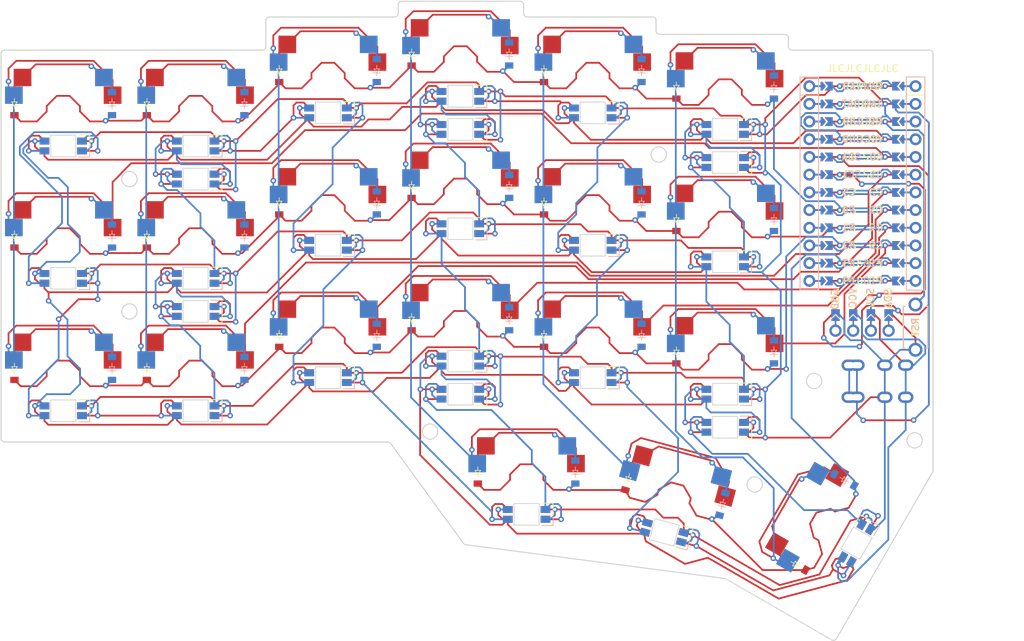
<source format=kicad_pcb>
(kicad_pcb (version 20221018) (generator pcbnew)
  (title_block (title "corney_island") (rev "0.1") (company "ceoloide"))
  (layers (0 "F.Cu" signal) (31 "B.Cu" signal) (34 "B.Paste" user) (35 "F.Paste" user) (36 "B.SilkS" user "B.Silkscreen") (37 "F.SilkS" user "F.Silkscreen") (38 "B.Mask" user) (39 "F.Mask" user) (44 "Edge.Cuts" user))
  (net 0 "")
  (net 1 "C0")
  (net 2 "outer_bottom")
  (net 3 "outer_home")
  (net 4 "outer_top")
  (net 5 "C1")
  (net 6 "pinky_bottom")
  (net 7 "pinky_home")
  (net 8 "pinky_top")
  (net 9 "C2")
  (net 10 "ring_bottom")
  (net 11 "ring_home")
  (net 12 "ring_top")
  (net 13 "C3")
  (net 14 "middle_bottom")
  (net 15 "middle_home")
  (net 16 "middle_top")
  (net 17 "C4")
  (net 18 "index_bottom")
  (net 19 "index_home")
  (net 20 "index_top")
  (net 21 "C5")
  (net 22 "inner_bottom")
  (net 23 "inner_home")
  (net 24 "inner_top")
  (net 25 "near_home")
  (net 26 "mid_home")
  (net 27 "far_home")
  (net 28 "R2")
  (net 29 "R1")
  (net 30 "R0")
  (net 31 "R3")
  (net 32 "VCC")
  (net 33 "LED_19")
  (net 34 "GND")
  (net 35 "LED_18")
  (net 36 "LED_20")
  (net 37 "LED_21")
  (net 38 "LED_17")
  (net 39 "ULED_6")
  (net 40 "LED_16")
  (net 41 "ULED_5")
  (net 42 "LED_15")
  (net 43 "LED_13")
  (net 44 "LED_12")
  (net 45 "LED_14")
  (net 46 "ULED_4")
  (net 47 "LED_10")
  (net 48 "LED_9")
  (net 49 "ULED_3")
  (net 50 "LED_8")
  (net 51 "LED_6")
  (net 52 "LED_5")
  (net 53 "LED_7")
  (net 54 "ULED_2")
  (net 55 "LED_2")
  (net 56 "ULED_1")
  (net 57 "LED_1")
  (net 58 "LED")
  (net 59 "LED_11")
  (net 60 "LED_4")
  (net 61 "LED_3")
  (net 62 "RAW")
  (net 63 "RST")
  (net 64 "P16")
  (net 65 "P10")
  (net 66 "data")
  (net 67 "P2")
  (net 68 "P3")
  (net 69 "CS")
  (net 70 "P9")
  (net 71 "MCU1_24")
  (net 72 "MCU1_1")
  (net 73 "MCU1_23")
  (net 74 "MCU1_2")
  (net 75 "MCU1_22")
  (net 76 "MCU1_3")
  (net 77 "MCU1_21")
  (net 78 "MCU1_4")
  (net 79 "MCU1_20")
  (net 80 "MCU1_5")
  (net 81 "MCU1_19")
  (net 82 "MCU1_6")
  (net 83 "MCU1_18")
  (net 84 "MCU1_7")
  (net 85 "MCU1_17")
  (net 86 "MCU1_8")
  (net 87 "MCU1_16")
  (net 88 "MCU1_9")
  (net 89 "MCU1_15")
  (net 90 "MCU1_10")
  (net 91 "MCU1_14")
  (net 92 "MCU1_11")
  (net 93 "MCU1_13")
  (net 94 "MCU1_12")
  (footprint "ceoloide:top-actuated-reset-switch" (layer "F.Cu") (at 226.055895 96.181051 90)
    (fp_text reference "B1" hide)
    (fp_text value "Reset (PTS636 SP43 LFS)")
  )
  (footprint "ComboDiode" (layer "F.Cu") (at 191.738894 99.730052 90)
    (fp_text reference "D37" hide)
    (fp_text value "")
  )
  (footprint "MX" (layer "F.Cu") (at 179.738896 98.680053)
    (fp_text reference "S13" hide)
    (fp_text value "" hide)
  )
  (footprint "ComboDiode" (layer "F.Cu") (at 115.738895 64.105054 90)
    (fp_text reference "D27" hide)
    (fp_text value "")
  )
  (footprint "MX" (layer "F.Cu") (at 179.738893 79.680052)
    (fp_text reference "S14" hide)
    (fp_text value "" hide)
  )
  (footprint "MX" (layer "F.Cu") (at 141.738891 98.680052)
    (fp_text reference "S7" hide)
    (fp_text value "" hide)
  )
  (footprint "MX" (layer "F.Cu") (at 103.738895 65.430053)
    (fp_text reference "S3" hide)
    (fp_text value "" hide)
  )
  (footprint "ComboDiode" (layer "F.Cu") (at 96.738891 64.105052 90)
    (fp_text reference "D24" hide)
    (fp_text value "")
  )
  (footprint "ComboDiode" (layer "F.Cu") (at 134.738891 78.355052 90)
    (fp_text reference "D29" hide)
    (fp_text value "")
  )
  (footprint "ComboDiode" (layer "F.Cu") (at 134.738893 59.355054 90)
    (fp_text reference "D30" hide)
    (fp_text value "")
  )
  (footprint "MX" (layer "F.Cu") (at 141.738894 79.680054)
    (fp_text reference "S8" hide)
    (fp_text value "" hide)
  )
  (footprint "TRRS-PJ-320A-dual" (layer "F.Cu") (at 227.848892 106.240052 -90)
    (fp_text reference "TRRS1")
    (fp_text value "TRRS-PJ-320A-dual")
  )
  (footprint "ComboDiode" (layer "F.Cu") (at 184.820347 117.963468 75)
    (fp_text reference "D41" hide)
    (fp_text value "")
  )
  (footprint "MX" (layer "F.Cu") (at 198.738894 63.055051)
    (fp_text reference "S18" hide)
    (fp_text value "" hide)
  )
  (footprint "ComboDiode" (layer "F.Cu") (at 172.738894 97.355052 90)
    (fp_text reference "D34" hide)
    (fp_text value "")
  )
  (footprint "MX" (layer "F.Cu") (at 198.738894 101.055052)
    (fp_text reference "S16" hide)
    (fp_text value "" hide)
  )
  (footprint "ComboDiode" (layer "F.Cu") (at 191.738894 80.730053 90)
    (fp_text reference "D38" hide)
    (fp_text value "")
  )
  (footprint "ComboDiode" (layer "F.Cu") (at 96.738893 83.105052 90)
    (fp_text reference "D23" hide)
    (fp_text value "")
  )
  (footprint "ComboDiode" (layer "F.Cu") (at 96.738893 102.105052 90)
    (fp_text reference "D22" hide)
    (fp_text value "")
  )
  (footprint "MX" (layer "F.Cu") (at 160.738894 58.305053)
    (fp_text reference "S12" hide)
    (fp_text value "" hide)
  )
  (footprint "MX" (layer "F.Cu") (at 179.738894 60.680053)
    (fp_text reference "S15" hide)
    (fp_text value "" hide)
  )
  (footprint "ComboDiode" (layer "F.Cu") (at 163.238893 116.980053 90)
    (fp_text reference "D40" hide)
    (fp_text value "")
  )
  (footprint "ComboDiode" (layer "F.Cu") (at 115.738893 102.105051 90)
    (fp_text reference "D25" hide)
    (fp_text value "")
  )
  (footprint "ComboDiode" (layer "F.Cu") (at 172.738894 78.355053 90)
    (fp_text reference "D35" hide)
    (fp_text value "")
  )
  (footprint "ComboDiode" (layer "F.Cu") (at 115.738894 83.105051 90)
    (fp_text reference "D26" hide)
    (fp_text value "")
  )
  (footprint "ComboDiode" (layer "F.Cu") (at 153.738892 56.980053 90)
    (fp_text reference "D33" hide)
    (fp_text value "")
  )
  (footprint "MX" (layer "F.Cu") (at 103.738893 84.430053)
    (fp_text reference "S2" hide)
    (fp_text value "" hide)
  )
  (footprint "ComboDiode" (layer "F.Cu") (at 153.738894 94.980052 90)
    (fp_text reference "D31" hide)
    (fp_text value "")
  )
  (footprint "MX" (layer "F.Cu") (at 170.238892 118.305051)
    (fp_text reference "S19" hide)
    (fp_text value "" hide)
  )
  (footprint "ComboDiode" (layer "F.Cu") (at 134.738894 97.355054 90)
    (fp_text reference "D28" hide)
    (fp_text value "")
  )
  (footprint "MX" (layer "F.Cu") (at 198.738896 82.055054)
    (fp_text reference "S17" hide)
    (fp_text value "" hide)
  )
  (footprint "ComboDiode" (layer "F.Cu") (at 172.738893 59.355052 90)
    (fp_text reference "D36" hide)
    (fp_text value "")
  )
  (footprint "ComboDiode" (layer "F.Cu") (at 208.838217 130.218887 150)
    (fp_text reference "D42" hide)
    (fp_text value "")
  )
  (footprint "combo_display" (layer "F.Cu") (at 218.385892 94.626053)
    (fp_text reference "LED28" hide)
    (fp_text value "")
  )
  (footprint "nice_nano" (layer "F.Cu") (at 218.442896 74.300053)
    (fp_text reference "MCU1" hide)
    (fp_text value "")
  )
  (footprint "MX" (layer "F.Cu") (at 160.738895 96.305052)
    (fp_text reference "S10" hide)
    (fp_text value "" hide)
  )
  (footprint "MX" (layer "F.Cu") (at 160.738894 77.305053)
    (fp_text reference "S11" hide)
    (fp_text value "" hide)
  )
  (footprint "MX" (layer "F.Cu") (at 122.738893 84.430054)
    (fp_text reference "S5" hide)
    (fp_text value "" hide)
  )
  (footprint "MX" (layer "F.Cu") (at 122.738893 65.430052)
    (fp_text reference "S6" hide)
    (fp_text value "" hide)
  )
  (footprint "MX" (layer "F.Cu") (at 122.738894 103.430053)
    (fp_text reference "S4" hide)
    (fp_text value "" hide)
  )
  (footprint "ComboDiode" (layer "F.Cu") (at 153.738894 75.980051 90)
    (fp_text reference "D32" hide)
    (fp_text value "")
  )
  (footprint "MX" (layer "F.Cu") (at 103.738894 103.430054)
    (fp_text reference "S1" hide)
    (fp_text value "" hide)
  )
  (footprint "MX" (layer "F.Cu") (at 141.738892 60.680055)
    (fp_text reference "S9" hide)
    (fp_text value "" hide)
  )
  (footprint "ComboDiode" (layer "F.Cu") (at 191.738896 61.730052 90)
    (fp_text reference "D39" hide)
    (fp_text value "")
  )
  (footprint "MX" (layer "F.Cu") (at 191.238893 121.055052 -15)
    (fp_text reference "S20" hide)
    (fp_text value "" hide)
  )
  (footprint "MX" (layer "F.Cu") (at 213.485699 124.819213 60)
    (fp_text reference "S21" hide)
    (fp_text value "" hide)
  )
  (footprint "ComboDiode" (layer "B.Cu") (at 215.838218 118.094534 150)
    (fp_text reference "D21" hide)
    (fp_text value "")
  )
  (footprint "ceoloide:YS-SK6812MINI-E (per-key)" (layer "B.Cu") (at 141.738895 65.430051 180)
    (fp_text reference "LED9" hide)
    (fp_text value "")
    (fp_line (start -1.8 -1.55) (end -1.8 1.55) (stroke (width 0.12)) (layer "Edge.Cuts"))
    (fp_line (start -1.8 1.55) (end 1.8 1.55) (stroke (width 0.12)) (layer "Edge.Cuts"))
    (fp_line (start 1.8 -1.55) (end -1.8 -1.55) (stroke (width 0.12)) (layer "Edge.Cuts"))
    (fp_line (start 1.8 1.55) (end 1.8 -1.55) (stroke (width 0.12)) (layer "Edge.Cuts"))
  )
  (footprint "ceoloide:YS-SK6812MINI-E (per-key)" (layer "B.Cu") (at 190.009501 125.643197 165)
    (fp_text reference "LED20" hide)
    (fp_text value "")
    (fp_line (start -1.8 -1.55) (end -1.8 1.55) (stroke (width 0.12)) (layer "Edge.Cuts"))
    (fp_line (start -1.8 1.55) (end 1.8 1.55) (stroke (width 0.12)) (layer "Edge.Cuts"))
    (fp_line (start 1.8 -1.55) (end -1.8 -1.55) (stroke (width 0.12)) (layer "Edge.Cuts"))
    (fp_line (start 1.8 1.55) (end 1.8 -1.55) (stroke (width 0.12)) (layer "Edge.Cuts"))
  )
  (footprint "ceoloide:YS-SK6812MINI-E (per-key)" (layer "B.Cu") (at 160.738894 82.055053 180)
    (fp_text reference "LED11" hide)
    (fp_text value "")
    (fp_line (start -1.8 -1.55) (end -1.8 1.55) (stroke (width 0.12)) (layer "Edge.Cuts"))
    (fp_line (start -1.8 1.55) (end 1.8 1.55) (stroke (width 0.12)) (layer "Edge.Cuts"))
    (fp_line (start 1.8 -1.55) (end -1.8 -1.55) (stroke (width 0.12)) (layer "Edge.Cuts"))
    (fp_line (start 1.8 1.55) (end 1.8 -1.55) (stroke (width 0.12)) (layer "Edge.Cuts"))
  )
  (footprint "ComboDiode" (layer "B.Cu") (at 167.738893 94.980052 90)
    (fp_text reference "D10" hide)
    (fp_text value "")
  )
  (footprint "ceoloide:YS-SK6812MINI-E (per-key)" (layer "B.Cu") (at 103.738894 70.180053 180)
    (fp_text reference "LED3" hide)
    (fp_text value "")
    (fp_line (start -1.8 -1.55) (end -1.8 1.55) (stroke (width 0.12)) (layer "Edge.Cuts"))
    (fp_line (start -1.8 1.55) (end 1.8 1.55) (stroke (width 0.12)) (layer "Edge.Cuts"))
    (fp_line (start 1.8 -1.55) (end -1.8 -1.55) (stroke (width 0.12)) (layer "Edge.Cuts"))
    (fp_line (start 1.8 1.55) (end 1.8 -1.55) (stroke (width 0.12)) (layer "Edge.Cuts"))
  )
  (footprint "ceoloide:YS-SK6812MINI-E (per-key)" (layer "B.Cu") (at 122.738893 70.180052 180)
    (fp_text reference "LED6" hide)
    (fp_text value "")
    (fp_line (start -1.8 -1.55) (end -1.8 1.55) (stroke (width 0.12)) (layer "Edge.Cuts"))
    (fp_line (start -1.8 1.55) (end 1.8 1.55) (stroke (width 0.12)) (layer "Edge.Cuts"))
    (fp_line (start 1.8 -1.55) (end -1.8 -1.55) (stroke (width 0.12)) (layer "Edge.Cuts"))
    (fp_line (start 1.8 1.55) (end 1.8 -1.55) (stroke (width 0.12)) (layer "Edge.Cuts"))
  )
  (footprint "ceoloide:YS-SK6812MINI-E (underglow)" (layer "B.Cu") (at 160.738894 67.805053 180)
    (fp_text reference "LED25" hide)
    (fp_text value "")
    (fp_line (start -1.8 -1.55) (end -1.8 1.55) (stroke (width 0.12)) (layer "Edge.Cuts"))
    (fp_line (start -1.8 1.55) (end 1.8 1.55) (stroke (width 0.12)) (layer "Edge.Cuts"))
    (fp_line (start 1.8 -1.55) (end -1.8 -1.55) (stroke (width 0.12)) (layer "Edge.Cuts"))
    (fp_line (start 1.8 1.55) (end 1.8 -1.55) (stroke (width 0.12)) (layer "Edge.Cuts"))
  )
  (footprint "ceoloide:YS-SK6812MINI-E (per-key)" (layer "B.Cu") (at 103.738894 108.180054 180)
    (fp_text reference "LED1" hide)
    (fp_text value "")
    (fp_line (start -1.8 -1.55) (end -1.8 1.55) (stroke (width 0.12)) (layer "Edge.Cuts"))
    (fp_line (start -1.8 1.55) (end 1.8 1.55) (stroke (width 0.12)) (layer "Edge.Cuts"))
    (fp_line (start 1.8 -1.55) (end -1.8 -1.55) (stroke (width 0.12)) (layer "Edge.Cuts"))
    (fp_line (start 1.8 1.55) (end 1.8 -1.55) (stroke (width 0.12)) (layer "Edge.Cuts"))
  )
  (footprint "ceoloide:YS-SK6812MINI-E (per-key)" (layer "B.Cu") (at 170.238894 123.055052 180)
    (fp_text reference "LED19" hide)
    (fp_text value "")
    (fp_line (start -1.8 -1.55) (end -1.8 1.55) (stroke (width 0.12)) (layer "Edge.Cuts"))
    (fp_line (start -1.8 1.55) (end 1.8 1.55) (stroke (width 0.12)) (layer "Edge.Cuts"))
    (fp_line (start 1.8 -1.55) (end -1.8 -1.55) (stroke (width 0.12)) (layer "Edge.Cuts"))
    (fp_line (start 1.8 1.55) (end 1.8 -1.55) (stroke (width 0.12)) (layer "Edge.Cuts"))
  )
  (footprint "ComboDiode" (layer "B.Cu") (at 110.738893 83.105052 90)
    (fp_text reference "D2" hide)
    (fp_text value "")
  )
  (footprint "ComboDiode" (layer "B.Cu") (at 129.738892 64.105054 90)
    (fp_text reference "D6" hide)
    (fp_text value "")
  )
  (footprint "ceoloide:YS-SK6812MINI-E (underglow)" (layer "B.Cu") (at 198.738892 110.555053 180)
    (fp_text reference "LED26" hide)
    (fp_text value "")
    (fp_line (start -1.8 -1.55) (end -1.8 1.55) (stroke (width 0.12)) (layer "Edge.Cuts"))
    (fp_line (start -1.8 1.55) (end 1.8 1.55) (stroke (width 0.12)) (layer "Edge.Cuts"))
    (fp_line (start 1.8 -1.55) (end -1.8 -1.55) (stroke (width 0.12)) (layer "Edge.Cuts"))
    (fp_line (start 1.8 1.55) (end 1.8 -1.55) (stroke (width 0.12)) (layer "Edge.Cuts"))
  )
  (footprint "ceoloide:YS-SK6812MINI-E (per-key)" (layer "B.Cu") (at 217.59932 127.194211 -120)
    (fp_text reference "LED21" hide)
    (fp_text value "")
    (fp_line (start -1.8 -1.55) (end -1.8 1.55) (stroke (width 0.12)) (layer "Edge.Cuts"))
    (fp_line (start -1.8 1.55) (end 1.8 1.55) (stroke (width 0.12)) (layer "Edge.Cuts"))
    (fp_line (start 1.8 -1.55) (end -1.8 -1.55) (stroke (width 0.12)) (layer "Edge.Cuts"))
    (fp_line (start 1.8 1.55) (end 1.8 -1.55) (stroke (width 0.12)) (layer "Edge.Cuts"))
  )
  (footprint "ComboDiode" (layer "B.Cu") (at 205.738893 99.730053 90)
    (fp_text reference "D16" hide)
    (fp_text value "")
  )
  (footprint "ComboDiode" (layer "B.Cu") (at 167.738894 75.980053 90)
    (fp_text reference "D11" hide)
    (fp_text value "")
  )
  (footprint "ComboDiode" (layer "B.Cu") (at 129.738892 83.105055 90)
    (fp_text reference "D5" hide)
    (fp_text value "")
  )
  (footprint "ComboDiode" (layer "B.Cu") (at 148.738893 78.355051 90)
    (fp_text reference "D8" hide)
    (fp_text value "")
  )
  (footprint "ComboDiode" (layer "B.Cu") (at 198.343308 121.586935 75)
    (fp_text reference "D20" hide)
    (fp_text value "")
  )
  (footprint "ComboDiode" (layer "B.Cu") (at 110.738893 102.105054 90)
    (fp_text reference "D1" hide)
    (fp_text value "")
  )
  (footprint "ceoloide:YS-SK6812MINI-E (underglow)" (layer "B.Cu") (at 122.738893 74.930054 180)
    (fp_text reference "LED23" hide)
    (fp_text value "")
    (fp_line (start -1.8 -1.55) (end -1.8 1.55) (stroke (width 0.12)) (layer "Edge.Cuts"))
    (fp_line (start -1.8 1.55) (end 1.8 1.55) (stroke (width 0.12)) (layer "Edge.Cuts"))
    (fp_line (start 1.8 -1.55) (end -1.8 -1.55) (stroke (width 0.12)) (layer "Edge.Cuts"))
    (fp_line (start 1.8 1.55) (end 1.8 -1.55) (stroke (width 0.12)) (layer "Edge.Cuts"))
  )
  (footprint "ceoloide:YS-SK6812MINI-E (per-key)" (layer "B.Cu") (at 103.738893 89.180051 180)
    (fp_text reference "LED2" hide)
    (fp_text value "")
    (fp_line (start -1.8 -1.55) (end -1.8 1.55) (stroke (width 0.12)) (layer "Edge.Cuts"))
    (fp_line (start -1.8 1.55) (end 1.8 1.55) (stroke (width 0.12)) (layer "Edge.Cuts"))
    (fp_line (start 1.8 -1.55) (end -1.8 -1.55) (stroke (width 0.12)) (layer "Edge.Cuts"))
    (fp_line (start 1.8 1.55) (end 1.8 -1.55) (stroke (width 0.12)) (layer "Edge.Cuts"))
  )
  (footprint "ComboDiode" (layer "B.Cu") (at 110.738891 64.105052 90)
    (fp_text reference "D3" hide)
    (fp_text value "")
  )
  (footprint "ComboDiode" (layer "B.Cu") (at 167.738894 56.980053 90)
    (fp_text reference "D12" hide)
    (fp_text value "")
  )
  (footprint "ComboDiode" (layer "B.Cu") (at 205.738895 61.73005 90)
    (fp_text reference "D18" hide)
    (fp_text value "")
  )
  (footprint "ceoloide:YS-SK6812MINI-E (per-key)" (layer "B.Cu") (at 122.738893 89.180052 180)
    (fp_text reference "LED5" hide)
    (fp_text value "")
    (fp_line (start -1.8 -1.55) (end -1.8 1.55) (stroke (width 0.12)) (layer "Edge.Cuts"))
    (fp_line (start -1.8 1.55) (end 1.8 1.55) (stroke (width 0.12)) (layer "Edge.Cuts"))
    (fp_line (start 1.8 -1.55) (end -1.8 -1.55) (stroke (width 0.12)) (layer "Edge.Cuts"))
    (fp_line (start 1.8 1.55) (end 1.8 -1.55) (stroke (width 0.12)) (layer "Edge.Cuts"))
  )
  (footprint "ceoloide:YS-SK6812MINI-E (per-key)" (layer "B.Cu") (at 160.738893 63.055054 180)
    (fp_text reference "LED12" hide)
    (fp_text value "")
    (fp_line (start -1.8 -1.55) (end -1.8 1.55) (stroke (width 0.12)) (layer "Edge.Cuts"))
    (fp_line (start -1.8 1.55) (end 1.8 1.55) (stroke (width 0.12)) (layer "Edge.Cuts"))
    (fp_line (start 1.8 -1.55) (end -1.8 -1.55) (stroke (width 0.12)) (layer "Edge.Cuts"))
    (fp_line (start 1.8 1.55) (end 1.8 -1.55) (stroke (width 0.12)) (layer "Edge.Cuts"))
  )
  (footprint "ceoloide:YS-SK6812MINI-E (per-key)" (layer "B.Cu") (at 179.738895 65.430052 180)
    (fp_text reference "LED15" hide)
    (fp_text value "")
    (fp_line (start -1.8 -1.55) (end -1.8 1.55) (stroke (width 0.12)) (layer "Edge.Cuts"))
    (fp_line (start -1.8 1.55) (end 1.8 1.55) (stroke (width 0.12)) (layer "Edge.Cuts"))
    (fp_line (start 1.8 -1.55) (end -1.8 -1.55) (stroke (width 0.12)) (layer "Edge.Cuts"))
    (fp_line (start 1.8 1.55) (end 1.8 -1.55) (stroke (width 0.12)) (layer "Edge.Cuts"))
  )
  (footprint "ceoloide:YS-SK6812MINI-E (underglow)" (layer "B.Cu") (at 122.738893 93.930053 180)
    (fp_text reference "LED22" hide)
    (fp_text value "")
    (fp_line (start -1.8 -1.55) (end -1.8 1.55) (stroke (width 0.12)) (layer "Edge.Cuts"))
    (fp_line (start -1.8 1.55) (end 1.8 1.55) (stroke (width 0.12)) (layer "Edge.Cuts"))
    (fp_line (start 1.8 -1.55) (end -1.8 -1.55) (stroke (width 0.12)) (layer "Edge.Cuts"))
    (fp_line (start 1.8 1.55) (end 1.8 -1.55) (stroke (width 0.12)) (layer "Edge.Cuts"))
  )
  (footprint "ceoloide:YS-SK6812MINI-E (per-key)" (layer "B.Cu") (at 122.738893 108.180054 180)
    (fp_text reference "LED4" hide)
    (fp_text value "")
    (fp_line (start -1.8 -1.55) (end -1.8 1.55) (stroke (width 0.12)) (layer "Edge.Cuts"))
    (fp_line (start -1.8 1.55) (end 1.8 1.55) (stroke (width 0.12)) (layer "Edge.Cuts"))
    (fp_line (start 1.8 -1.55) (end -1.8 -1.55) (stroke (width 0.12)) (layer "Edge.Cuts"))
    (fp_line (start 1.8 1.55) (end 1.8 -1.55) (stroke (width 0.12)) (layer "Edge.Cuts"))
  )
  (footprint "ceoloide:YS-SK6812MINI-E (underglow)" (layer "B.Cu") (at 198.738893 72.555053 180)
    (fp_text reference "LED27" hide)
    (fp_text value "")
    (fp_line (start -1.8 -1.55) (end -1.8 1.55) (stroke (width 0.12)) (layer "Edge.Cuts"))
    (fp_line (start -1.8 1.55) (end 1.8 1.55) (stroke (width 0.12)) (layer "Edge.Cuts"))
    (fp_line (start 1.8 -1.55) (end -1.8 -1.55) (stroke (width 0.12)) (layer "Edge.Cuts"))
    (fp_line (start 1.8 1.55) (end 1.8 -1.55) (stroke (width 0.12)) (layer "Edge.Cuts"))
  )
  (footprint "ComboDiode" (layer "B.Cu") (at 186.738892 59.355053 90)
    (fp_text reference "D15" hide)
    (fp_text value "")
  )
  (footprint "ComboDiode" (layer "B.Cu") (at 186.738894 97.355053 90)
    (fp_text reference "D13" hide)
    (fp_text value "")
  )
  (footprint "ceoloide:YS-SK6812MINI-E (per-key)" (layer "B.Cu") (at 141.738893 84.430053 180)
    (fp_text reference "LED8" hide)
    (fp_text value "")
    (fp_line (start -1.8 -1.55) (end -1.8 1.55) (stroke (width 0.12)) (layer "Edge.Cuts"))
    (fp_line (start -1.8 1.55) (end 1.8 1.55) (stroke (width 0.12)) (layer "Edge.Cuts"))
    (fp_line (start 1.8 -1.55) (end -1.8 -1.55) (stroke (width 0.12)) (layer "Edge.Cuts"))
    (fp_line (start 1.8 1.55) (end 1.8 -1.55) (stroke (width 0.12)) (layer "Edge.Cuts"))
  )
  (footprint "ceoloide:YS-SK6812MINI-E (per-key)" (layer "B.Cu") (at 198.738895 86.80505 180)
    (fp_text reference "LED17" hide)
    (fp_text value "")
    (fp_line (start -1.8 -1.55) (end -1.8 1.55) (stroke (width 0.12)) (layer "Edge.Cuts"))
    (fp_line (start -1.8 1.55) (end 1.8 1.55) (stroke (width 0.12)) (layer "Edge.Cuts"))
    (fp_line (start 1.8 -1.55) (end -1.8 -1.55) (stroke (width 0.12)) (layer "Edge.Cuts"))
    (fp_line (start 1.8 1.55) (end 1.8 -1.55) (stroke (width 0.12)) (layer "Edge.Cuts"))
  )
  (footprint "ceoloide:YS-SK6812MINI-E (per-key)" (layer "B.Cu") (at 198.738894 105.805052 180)
    (fp_text reference "LED16" hide)
    (fp_text value "")
    (fp_line (start -1.8 -1.55) (end -1.8 1.55) (stroke (width 0.12)) (layer "Edge.Cuts"))
    (fp_line (start -1.8 1.55) (end 1.8 1.55) (stroke (width 0.12)) (layer "Edge.Cuts"))
    (fp_line (start 1.8 -1.55) (end -1.8 -1.55) (stroke (width 0.12)) (layer "Edge.Cuts"))
    (fp_line (start 1.8 1.55) (end 1.8 -1.55) (stroke (width 0.12)) (layer "Edge.Cuts"))
  )
  (footprint "ComboDiode" (layer "B.Cu") (at 148.738894 97.355053 90)
    (fp_text reference "D7" hide)
    (fp_text value "")
  )
  (footprint "ceoloide:YS-SK6812MINI-E (per-key)" (layer "B.Cu") (at 160.738894 101.055052 180)
    (fp_text reference "LED10" hide)
    (fp_text value "")
    (fp_line (start -1.8 -1.55) (end -1.8 1.55) (stroke (width 0.12)) (layer "Edge.Cuts"))
    (fp_line (start -1.8 1.55) (end 1.8 1.55) (stroke (width 0.12)) (layer "Edge.Cuts"))
    (fp_line (start 1.8 -1.55) (end -1.8 -1.55) (stroke (width 0.12)) (layer "Edge.Cuts"))
    (fp_line (start 1.8 1.55) (end 1.8 -1.55) (stroke (width 0.12)) (layer "Edge.Cuts"))
  )
  (footprint "ComboDiode" (layer "B.Cu") (at 129.738895 102.105051 90)
    (fp_text reference "D4" hide)
    (fp_text value "")
  )
  (footprint "ceoloide:YS-SK6812MINI-E (underglow)" (layer "B.Cu") (at 160.738895 105.805053 180)
    (fp_text reference "LED24" hide)
    (fp_text value "")
    (fp_line (start -1.8 -1.55) (end -1.8 1.55) (stroke (width 0.12)) (layer "Edge.Cuts"))
    (fp_line (start -1.8 1.55) (end 1.8 1.55) (stroke (width 0.12)) (layer "Edge.Cuts"))
    (fp_line (start 1.8 -1.55) (end -1.8 -1.55) (stroke (width 0.12)) (layer "Edge.Cuts"))
    (fp_line (start 1.8 1.55) (end 1.8 -1.55) (stroke (width 0.12)) (layer "Edge.Cuts"))
  )
  (footprint "ComboDiode" (layer "B.Cu") (at 148.738893 59.355052 90)
    (fp_text reference "D9" hide)
    (fp_text value "")
  )
  (footprint "ComboDiode" (layer "B.Cu") (at 177.238893 116.980053 90)
    (fp_text reference "D19" hide)
    (fp_text value "")
  )
  (footprint "ceoloide:YS-SK6812MINI-E (per-key)" (layer "B.Cu") (at 198.738893 67.805052 180)
    (fp_text reference "LED18" hide)
    (fp_text value "")
    (fp_line (start -1.8 -1.55) (end -1.8 1.55) (stroke (width 0.12)) (layer "Edge.Cuts"))
    (fp_line (start -1.8 1.55) (end 1.8 1.55) (stroke (width 0.12)) (layer "Edge.Cuts"))
    (fp_line (start 1.8 -1.55) (end -1.8 -1.55) (stroke (width 0.12)) (layer "Edge.Cuts"))
    (fp_line (start 1.8 1.55) (end 1.8 -1.55) (stroke (width 0.12)) (layer "Edge.Cuts"))
  )
  (footprint "ceoloide:YS-SK6812MINI-E (per-key)" (layer "B.Cu") (at 179.738893 103.430051 180)
    (fp_text reference "LED13" hide)
    (fp_text value "")
    (fp_line (start -1.8 -1.55) (end -1.8 1.55) (stroke (width 0.12)) (layer "Edge.Cuts"))
    (fp_line (start -1.8 1.55) (end 1.8 1.55) (stroke (width 0.12)) (layer "Edge.Cuts"))
    (fp_line (start 1.8 -1.55) (end -1.8 -1.55) (stroke (width 0.12)) (layer "Edge.Cuts"))
    (fp_line (start 1.8 1.55) (end 1.8 -1.55) (stroke (width 0.12)) (layer "Edge.Cuts"))
  )
  (footprint "ComboDiode" (layer "B.Cu") (at 205.738895 80.730052 90)
    (fp_text reference "D17" hide)
    (fp_text value "")
  )
  (footprint "ceoloide:YS-SK6812MINI-E (per-key)" (layer "B.Cu") (at 179.738892 84.430053 180)
    (fp_text reference "LED14" hide)
    (fp_text value "")
    (fp_line (start -1.8 -1.55) (end -1.8 1.55) (stroke (width 0.12)) (layer "Edge.Cuts"))
    (fp_line (start -1.8 1.55) (end 1.8 1.55) (stroke (width 0.12)) (layer "Edge.Cuts"))
    (fp_line (start 1.8 -1.55) (end -1.8 -1.55) (stroke (width 0.12)) (layer "Edge.Cuts"))
    (fp_line (start 1.8 1.55) (end 1.8 -1.55) (stroke (width 0.12)) (layer "Edge.Cuts"))
  )
  (footprint "ComboDiode" (layer "B.Cu") (at 186.738894 78.35505 90)
    (fp_text reference "D14" hide)
    (fp_text value "")
  )
  (footprint "ceoloide:YS-SK6812MINI-E (per-key)" (layer "B.Cu") (at 141.738894 103.430052 180)
    (fp_text reference "LED7" hide)
    (fp_text value "")
    (fp_line (start -1.8 -1.55) (end -1.8 1.55) (stroke (width 0.12)) (layer "Edge.Cuts"))
    (fp_line (start -1.8 1.55) (end 1.8 1.55) (stroke (width 0.12)) (layer "Edge.Cuts"))
    (fp_line (start 1.8 -1.55) (end -1.8 -1.55) (stroke (width 0.12)) (layer "Edge.Cuts"))
    (fp_line (start 1.8 1.55) (end 1.8 -1.55) (stroke (width 0.12)) (layer "Edge.Cuts"))
  )
  (gr_arc (start 150.324588 112.670051) (mid 150.551261 112.724384) (end 150.728668 112.875577) (stroke (width 0.15)) (layer "Edge.Cuts"))
  (gr_line (start 189.320893 54.168054) (end 207.321113 54.168052) (stroke (width 0.15)) (layer "Edge.Cuts"))
  (gr_arc (start 161.511861 127.40781) (mid 161.321428 127.342056) (end 161.172403 127.206484) (stroke (width 0.15)) (layer "Edge.Cuts"))
  (gr_arc (start 132.818895 55.919068) (mid 132.672452 56.272617) (end 132.318906 56.419065) (stroke (width 0.15)) (layer "Edge.Cuts"))
  (gr_line (start 161.172403 127.206484) (end 150.728668 112.875577) (stroke (width 0.15)) (layer "Edge.Cuts"))
  (gr_line (start 133.318894 51.670054) (end 151.318895 51.670052) (stroke (width 0.15)) (layer "Edge.Cuts"))
  (gr_arc (start 132.818894 52.170055) (mid 132.96534 51.8165) (end 133.318894 51.670054) (stroke (width 0.15)) (layer "Edge.Cuts"))
  (gr_circle (center 113.238894 93.930052) (end 114.338894 93.930051) (stroke (width 0.15)) (fill none) (layer "Edge.Cuts"))
  (gr_arc (start 214.712426 140.88842) (mid 214.408822 141.121398) (end 214.029403 141.071448) (stroke (width 0.15)) (layer "Edge.Cuts"))
  (gr_line (start 228.256891 117.426647) (end 214.712426 140.888421) (stroke (width 0.15)) (layer "Edge.Cuts"))
  (gr_line (start 169.820893 49.918051) (end 169.820894 51.170054) (stroke (width 0.15)) (layer "Edge.Cuts"))
  (gr_line (start 188.820895 52.170055) (end 188.820894 53.668052) (stroke (width 0.15)) (layer "Edge.Cuts"))
  (gr_arc (start 95.320875 112.670053) (mid 94.967326 112.523613) (end 94.820875 112.170069) (stroke (width 0.15)) (layer "Edge.Cuts"))
  (gr_line (start 228.504907 116.997077) (end 228.256891 117.426647) (stroke (width 0.15)) (layer "Edge.Cuts"))
  (gr_arc (start 170.320893 51.670051) (mid 169.967341 51.523605) (end 169.820894 51.170054) (stroke (width 0.15)) (layer "Edge.Cuts"))
  (gr_arc (start 228.071894 56.420053) (mid 228.425446 56.5665) (end 228.571894 56.920054) (stroke (width 0.15)) (layer "Edge.Cuts"))
  (gr_line (start 214.029403 141.071448) (end 198.862535 132.314854) (stroke (width 0.15)) (layer "Edge.Cuts"))
  (gr_circle (center 189.206892 71.416054) (end 190.306893 71.416054) (stroke (width 0.15)) (fill none) (layer "Edge.Cuts"))
  (gr_arc (start 189.320893 54.168054) (mid 188.967338 54.021607) (end 188.820894 53.668052) (stroke (width 0.15)) (layer "Edge.Cuts"))
  (gr_arc (start 94.81891 56.920057) (mid 94.965345 56.566497) (end 95.318896 56.420039) (stroke (width 0.15)) (layer "Edge.Cuts"))
  (gr_line (start 132.818895 55.919068) (end 132.818894 52.170055) (stroke (width 0.15)) (layer "Edge.Cuts"))
  (gr_line (start 151.818892 51.170052) (end 151.818892 49.918053) (stroke (width 0.15)) (layer "Edge.Cuts"))
  (gr_line (start 170.320893 51.670051) (end 188.320893 51.670051) (stroke (width 0.15)) (layer "Edge.Cuts"))
  (gr_line (start 94.820875 112.170069) (end 94.81891 56.920057) (stroke (width 0.15)) (layer "Edge.Cuts"))
  (gr_arc (start 228.571894 116.747077) (mid 228.554857 116.876487) (end 228.504907 116.997077) (stroke (width 0.15)) (layer "Edge.Cuts"))
  (gr_circle (center 211.500894 103.906052) (end 212.600892 103.906055) (stroke (width 0.15)) (fill none) (layer "Edge.Cuts"))
  (gr_circle (center 225.932891 112.425054) (end 227.032894 112.425052) (stroke (width 0.15)) (fill none) (layer "Edge.Cuts"))
  (gr_circle (center 113.238893 74.930053) (end 114.338895 74.930051) (stroke (width 0.15)) (fill none) (layer "Edge.Cuts"))
  (gr_arc (start 207.321113 54.168052) (mid 207.67459 54.31442) (end 207.821114 54.667831) (stroke (width 0.15)) (layer "Edge.Cuts"))
  (gr_arc (start 198.677161 132.252062) (mid 198.77295 132.274299) (end 198.862535 132.314854) (stroke (width 0.15)) (layer "Edge.Cuts"))
  (gr_line (start 208.321671 56.420051) (end 228.071894 56.420053) (stroke (width 0.15)) (layer "Edge.Cuts"))
  (gr_arc (start 188.320893 51.670051) (mid 188.674449 51.816499) (end 188.820895 52.170055) (stroke (width 0.15)) (layer "Edge.Cuts"))
  (gr_line (start 207.821114 54.667831) (end 207.821671 55.920276) (stroke (width 0.15)) (layer "Edge.Cuts"))
  (gr_line (start 150.324588 112.670051) (end 95.320875 112.670053) (stroke (width 0.15)) (layer "Edge.Cuts"))
  (gr_circle (center 202.979946 118.753709) (end 204.079944 118.753709) (stroke (width 0.15)) (fill none) (layer "Edge.Cuts"))
  (gr_line (start 95.318896 56.420039) (end 132.318906 56.419065) (stroke (width 0.15)) (layer "Edge.Cuts"))
  (gr_circle (center 156.39589 111.170052) (end 157.495892 111.170049) (stroke (width 0.15)) (fill none) (layer "Edge.Cuts"))
  (gr_line (start 228.571894 56.920054) (end 228.571894 116.747077) (stroke (width 0.15)) (layer "Edge.Cuts"))
  (gr_arc (start 151.818892 51.170052) (mid 151.672447 51.523606) (end 151.318895 51.670052) (stroke (width 0.15)) (layer "Edge.Cuts"))
  (gr_line (start 152.318893 49.418054) (end 169.320892 49.418052) (stroke (width 0.15)) (layer "Edge.Cuts"))
  (gr_arc (start 208.321671 56.420051) (mid 207.968198 56.273684) (end 207.821671 55.920276) (stroke (width 0.15)) (layer "Edge.Cuts"))
  (gr_arc (start 169.320892 49.418052) (mid 169.674446 49.564498) (end 169.820893 49.918051) (stroke (width 0.15)) (layer "Edge.Cuts"))
  (gr_line (start 198.67716 132.252064) (end 161.511861 127.40781) (stroke (width 0.15)) (layer "Edge.Cuts"))
  (gr_arc (start 151.818892 49.918053) (mid 151.965339 49.564498) (end 152.318893 49.418054) (stroke (width 0.15)) (layer "Edge.Cuts"))
  (gr_text "JLCJLCJLCJLC" (at 213.22 59.64) (layer "F.SilkS") (effects (font (size 1 1) (thickness 0.153)) (justify left bottom)))
  (segment (start 219.658895 94.880053) (end 219.658893 96.690054) (width 0.2) (layer "F.Cu") (net 0))
  (segment (start 222.198892 94.88005) (end 222.198894 96.690054) (width 0.2) (layer "F.Cu") (net 0))
  (segment (start 214.578893 94.880052) (end 214.578894 96.690051) (width 0.2) (layer "F.Cu") (net 0))
  (segment (start 217.118893 94.880054) (end 217.118895 96.690053) (width 0.2) (layer "F.Cu") (net 0))
  (segment (start 217.118893 94.880054) (end 217.118895 96.690053) (width 0.2) (layer "B.Cu") (net 0))
  (segment (start 219.658895 94.880053) (end 219.658893 96.690054) (width 0.2) (layer "B.Cu") (net 0))
  (segment (start 214.578893 94.880052) (end 214.578894 96.690051) (width 0.2) (layer "B.Cu") (net 0))
  (segment (start 222.198892 94.88005) (end 222.198894 96.690054) (width 0.2) (layer "B.Cu") (net 0))
  (segment (start 155.174929 65.539052) (end 172.383456 65.539054) (width 0.25) (layer "F.Cu") (net 1))
  (segment (start 223.218895 71.760055) (end 221.708893 71.760053) (width 0.25) (layer "F.Cu") (net 1))
  (segment (start 220.4155 70.470662) (end 221.704893 71.760054) (width 0.25) (layer "F.Cu") (net 1))
  (segment (start 110.823893 79.690554) (end 110.823895 81.890053) (width 0.25) (layer "F.Cu") (net 1))
  (segment (start 113.48248 72.659052) (end 133.691537 72.659052) (width 0.25) (layer "F.Cu") (net 1))
  (segment (start 110.823892 98.690551) (end 110.823894 100.890052) (width 0.25) (layer "F.Cu") (net 1))
  (segment (start 112.03253 74.154771) (end 112.201054 73.940479) (width 0.25) (layer "F.Cu") (net 1))
  (segment (start 95.888893 97.071052) (end 96.998895 95.961052) (width 0.25) (layer "F.Cu") (net 1))
  (segment (start 95.888895 78.071054) (end 96.998893 76.961053) (width 0.25) (layer "F.Cu") (net 1))
  (segment (start 96.998894 57.961054) (end 108.094392 57.961053) (width 0.25) (layer "F.Cu") (net 1))
  (segment (start 138.441536 67.909053) (end 152.80493 67.909053) (width 0.25) (layer "F.Cu") (net 1))
  (segment (start 95.888894 59.071053) (end 96.998894 57.961054) (width 0.25) (layer "F.Cu") (net 1))
  (segment (start 96.998895 95.961052) (end 108.094394 95.961051) (width 0.25) (layer "F.Cu") (net 1))
  (segment (start 96.998893 76.961053) (end 108.094395 76.961052) (width 0.25) (layer "F.Cu") (net 1))
  (segment (start 108.094395 76.961052) (end 110.823893 79.690554) (width 0.25) (layer "F.Cu") (net 1))
  (segment (start 112.201054 73.940479) (end 113.48248 72.659052) (width 0.25) (layer "F.Cu") (net 1))
  (segment (start 95.888892 79.910054) (end 95.888895 78.071054) (width 0.25) (layer "F.Cu") (net 1))
  (segment (start 133.691537 72.659052) (end 138.441536 67.909053) (width 0.25) (layer "F.Cu") (net 1))
  (segment (start 172.383456 65.539054) (end 176.637456 69.793052) (width 0.25) (layer "F.Cu") (net 1))
  (segment (start 108.094394 95.961051) (end 110.823892 98.690551) (width 0.25) (layer "F.Cu") (net 1))
  (segment (start 196.455146 70.47066) (end 220.4155 70.470662) (width 0.25) (layer "F.Cu") (net 1))
  (segment (start 176.637456 69.793052) (end 195.777535 69.793052) (width 0.25) (layer "F.Cu") (net 1))
  (segment (start 195.777535 69.793052) (end 196.455146 70.47066) (width 0.25) (layer "F.Cu") (net 1))
  (segment (start 152.80493 67.909053) (end 155.174929 65.539052) (width 0.25) (layer "F.Cu") (net 1))
  (segment (start 110.823894 75.36341) (end 112.03253 74.154771) (width 0.25) (layer "F.Cu") (net 1))
  (segment (start 95.888894 98.910053) (end 95.888893 97.071052) (width 0.25) (layer "F.Cu") (net 1))
  (segment (start 110.823893 60.690553) (end 110.823893 62.890051) (width 0.25) (layer "F.Cu") (net 1))
  (segment (start 108.094392 57.961053) (end 110.823893 60.690553) (width 0.25) (layer "F.Cu") (net 1))
  (segment (start 110.823893 79.690554) (end 110.823894 75.36341) (width 0.25) (layer "F.Cu") (net 1))
  (segment (start 95.888891 60.910052) (end 95.888894 59.071053) (width 0.25) (layer "F.Cu") (net 1))
  (via (at 95.888891 60.910052) (size 0.8) (drill 0.4) (layers "F.Cu" "B.Cu") (net 1))
  (via (at 95.888894 98.910053) (size 0.8) (drill 0.4) (layers "F.Cu" "B.Cu") (net 1))
  (via (at 95.888892 79.910054) (size 0.8) (drill 0.4) (layers "F.Cu" "B.Cu") (net 1))
  (segment (start 96.653893 62.890052) (end 96.653892 81.890053) (width 0.25) (layer "B.Cu") (net 1))
  (segment (start 214.108895 71.760052) (end 214.828893 72.490053) (width 0.25) (layer "B.Cu") (net 1))
  (segment (start 95.888892 81.125053) (end 95.888892 79.910054) (width 0.25) (layer "B.Cu") (net 1))
  (segment (start 96.653895 100.890052) (end 95.888892 100.125054) (width 0.25) (layer "B.Cu") (net 1))
  (segment (start 95.888896 62.125053) (end 95.888891 60.910052) (width 0.25) (layer "B.Cu") (net 1))
  (segment (start 215.528894 72.490052) (end 215.908894 72.110054) (width 0.25) (layer "B.Cu") (net 1))
  (segment (start 95.888892 100.125054) (end 95.888894 98.910053) (width 0.25) (layer "B.Cu") (net 1))
  (segment (start 96.653893 62.890052) (end 95.888896 62.125053) (width 0.25) (layer "B.Cu") (net 1))
  (segment (start 215.988896 72.010053) (end 221.458893 72.010053) (width 0.25) (layer "B.Cu") (net 1))
  (segment (start 214.828893 72.490053) (end 215.528894 72.490052) (width 0.25) (layer "B.Cu") (net 1))
  (segment (start 215.908894 72.100052) (end 215.988896 72.010053) (width 0.25) (layer "B.Cu") (net 1))
  (segment (start 221.458893 72.010053) (end 221.708893 71.760053) (width 0.25) (layer "B.Cu") (net 1))
  (segment (start 96.653892 81.890053) (end 96.653895 100.890052) (width 0.25) (layer "B.Cu") (net 1))
  (segment (start 213.668891 71.760055) (end 214.108895 71.760052) (width 0.25) (layer "B.Cu") (net 1))
  (segment (start 215.908894 72.110054) (end 215.908894 72.100052) (width 0.25) (layer "B.Cu") (net 1))
  (segment (start 96.653892 81.890053) (end 95.888892 81.125053) (width 0.25) (layer "B.Cu") (net 1))
  (segment (start 97.896892 98.350054) (end 96.738892 99.508053) (width 0.25) (layer "F.Cu") (net 2))
  (segment (start 107.497894 96.469052) (end 99.777892 96.469052) (width 0.25) (layer "F.Cu") (net 2))
  (segment (start 99.777892 96.469052) (end 97.896892 98.350054) (width 0.25) (layer "F.Cu") (net 2))
  (segment (start 96.738892 99.508053) (end 96.738892 100.455051) (width 0.25) (layer "F.Cu") (net 2))
  (segment (start 107.778895 96.750052) (end 107.497894 96.469052) (width 0.25) (layer "F.Cu") (net 2))
  (via (at 107.778895 96.750052) (size 0.8) (drill 0.4) (layers "F.Cu" "B.Cu") (net 2))
  (segment (start 110.738891 99.508053) (end 109.580893 98.350053) (width 0.25) (layer "B.Cu") (net 2))
  (segment (start 110.738892 100.45505) (end 110.738891 99.508053) (width 0.25) (layer "B.Cu") (net 2))
  (segment (start 109.580893 98.350053) (end 107.980891 96.750052) (width 0.25) (layer "B.Cu") (net 2))
  (segment (start 107.980891 96.750052) (end 107.778895 96.750052) (width 0.25) (layer "B.Cu") (net 2))
  (segment (start 107.497894 77.469051) (end 99.777893 77.46905) (width 0.25) (layer "F.Cu") (net 3))
  (segment (start 97.896894 79.350054) (end 96.738896 80.508052) (width 0.25) (layer "F.Cu") (net 3))
  (segment (start 99.777893 77.46905) (end 97.896894 79.350054) (width 0.25) (layer "F.Cu") (net 3))
  (segment (start 107.778894 77.750051) (end 107.497894 77.469051) (width 0.25) (layer "F.Cu") (net 3))
  (segment (start 96.738896 80.508052) (end 96.738893 81.455052) (width 0.25) (layer "F.Cu") (net 3))
  (via (at 107.778894 77.750051) (size 0.8) (drill 0.4) (layers "F.Cu" "B.Cu") (net 3))
  (segment (start 110.738894 80.508052) (end 109.580894 79.350053) (width 0.25) (layer "B.Cu") (net 3))
  (segment (start 110.738894 81.455052) (end 110.738894 80.508052) (width 0.25) (layer "B.Cu") (net 3))
  (segment (start 107.980894 77.750052) (end 107.778894 77.750051) (width 0.25) (layer "B.Cu") (net 3))
  (segment (start 109.580894 79.350053) (end 107.980894 77.750052) (width 0.25) (layer "B.Cu") (net 3))
  (segment (start 107.778894 58.75005) (end 107.497895 58.469051) (width 0.25) (layer "F.Cu") (net 4))
  (segment (start 99.777892 58.469053) (end 97.896895 60.350052) (width 0.25) (layer "F.Cu") (net 4))
  (segment (start 97.896895 60.350052) (end 96.738891 61.508054) (width 0.25) (layer "F.Cu") (net 4))
  (segment (start 96.738891 61.508054) (end 96.738893 62.455051) (width 0.25) (layer "F.Cu") (net 4))
  (segment (start 107.497895 58.469051) (end 99.777892 58.469053) (width 0.25) (layer "F.Cu") (net 4))
  (via (at 107.778894 58.75005) (size 0.8) (drill 0.4) (layers "F.Cu" "B.Cu") (net 4))
  (segment (start 109.580893 60.350053) (end 107.980895 58.750053) (width 0.25) (layer "B.Cu") (net 4))
  (segment (start 107.980895 58.750053) (end 107.778894 58.75005) (width 0.25) (layer "B.Cu") (net 4))
  (segment (start 110.738893 61.508052) (end 109.580893 60.350053) (width 0.25) (layer "B.Cu") (net 4))
  (segment (start 110.738896 62.455055) (end 110.738893 61.508052) (width 0.25) (layer "B.Cu") (net 4))
  (segment (start 115.998895 76.961053) (end 127.094392 76.961053) (width 0.25) (layer "F.Cu") (net 5))
  (segment (start 177.477521 86.911052) (end 179.36152 88.795053) (width 0.254) (layer "F.Cu") (net 5))
  (segment (start 129.823894 95.670462) (end 138.5833 86.911052) (width 0.254) (layer "F.Cu") (net 5))
  (segment (start 205.766792 88.795052) (end 208.870789 85.691054) (width 0.254) (layer "F.Cu") (net 5))
  (segment (start 129.823893 100.890052) (end 129.823894 95.670462) (width 0.254) (layer "F.Cu") (net 5))
  (segment (start 114.888893 97.071052) (end 115.998894 95.961053) (width 0.25) (layer "F.Cu") (net 5))
  (segment (start 223.218892 74.300052) (end 221.708895 74.300053) (width 0.25) (layer "F.Cu") (net 5))
  (segment (start 129.823894 60.690553) (end 129.823894 62.890053) (width 0.25) (layer "F.Cu") (net 5))
  (segment (start 114.888893 78.071056) (end 115.998895 76.961053) (width 0.25) (layer "F.Cu") (net 5))
  (segment (start 115.998895 57.961054) (end 127.094394 57.961052) (width 0.25) (layer "F.Cu") (net 5))
  (segment (start 219.315929 76.689017) (end 221.704893 74.300052) (width 0.254) (layer "F.Cu") (net 5))
  (segment (start 127.094395 95.961052) (end 129.823892 98.69055) (width 0.25) (layer "F.Cu") (net 5))
  (segment (start 215.054394 85.691053) (end 219.315929 81.429518) (width 0.254) (layer "F.Cu") (net 5))
  (segment (start 114.88889 60.91005) (end 114.888896 59.071053) (width 0.25) (layer "F.Cu") (net 5))
  (segment (start 115.998894 95.961053) (end 127.094395 95.961052) (width 0.25) (layer "F.Cu") (net 5))
  (segment (start 129.823892 98.69055) (end 129.823895 100.890053) (width 0.25) (layer "F.Cu") (net 5))
  (segment (start 114.888894 79.910051) (end 114.888893 78.071056) (width 0.25) (layer "F.Cu") (net 5))
  (segment (start 208.870789 85.691054) (end 215.054394 85.691053) (width 0.254) (layer "F.Cu") (net 5))
  (segment (start 179.36152 88.795053) (end 205.766792 88.795052) (width 0.254) (layer "F.Cu") (net 5))
  (segment (start 127.094394 57.961052) (end 129.823894 60.690553) (width 0.25) (layer "F.Cu") (net 5))
  (segment (start 138.5833 86.911052) (end 177.477521 86.911052) (width 0.254) (layer "F.Cu") (net 5))
  (segment (start 114.888892 98.910051) (end 114.888893 97.071052) (width 0.25) (layer "F.Cu") (net 5))
  (segment (start 129.823893 79.690553) (end 129.823893 81.890054) (width 0.25) (layer "F.Cu") (net 5))
  (segment (start 219.315929 81.429518) (end 219.315929 76.689017) (width 0.254) (layer "F.Cu") (net 5))
  (segment (start 127.094392 76.961053) (end 129.823893 79.690553) (width 0.25) (layer "F.Cu") (net 5))
  (segment (start 114.888896 59.071053) (end 115.998895 57.961054) (width 0.25) (layer "F.Cu") (net 5))
  (via (at 114.888894 79.910051) (size 0.8) (drill 0.4) (layers "F.Cu" "B.Cu") (net 5))
  (via (at 114.888892 98.910051) (size 0.8) (drill 0.4) (layers "F.Cu" "B.Cu") (net 5))
  (via (at 114.88889 60.91005) (size 0.8) (drill 0.4) (layers "F.Cu" "B.Cu") (net 5))
  (segment (start 114.888895 62.125052) (end 114.88889 60.91005) (width 0.25) (layer "B.Cu") (net 5))
  (segment (start 214.108892 74.300055) (end 214.828893 75.030051) (width 0.25) (layer "B.Cu") (net 5))
  (segment (start 213.668893 74.300052) (end 214.108892 74.300055) (width 0.25) (layer "B.Cu") (net 5))
  (segment (start 115.653893 62.890051) (end 114.888895 62.125052) (width 0.25) (layer "B.Cu") (net 5))
  (segment (start 215.908892 74.650052) (end 215.908894 74.640055) (width 0.25) (layer "B.Cu") (net 5))
  (segment (start 215.908894 74.640055) (end 215.988894 74.550052) (width 0.25) (layer "B.Cu") (net 5))
  (segment (start 221.458893 74.55005) (end 221.708895 74.300053) (width 0.25) (layer "B.Cu") (net 5))
  (segment (start 214.828893 75.030051) (end 215.528892 75.030054) (width 0.25) (layer "B.Cu") (net 5))
  (segment (start 114.888893 81.125054) (end 114.888894 79.910051) (width 0.25) (layer "B.Cu") (net 5))
  (segment (start 115.653893 81.890051) (end 114.888893 81.125054) (width 0.25) (layer "B.Cu") (net 5))
  (segment (start 115.653893 62.890051) (end 115.653893 81.890051) (width 0.25) (layer "B.Cu") (net 5))
  (segment (start 115.653893 100.890051) (end 114.888893 100.125053) (width 0.25) (layer "B.Cu") (net 5))
  (segment (start 115.653893 81.890051) (end 115.653893 100.890051) (width 0.25) (layer "B.Cu") (net 5))
  (segment (start 114.888893 100.125053) (end 114.888892 98.910051) (width 0.25) (layer "B.Cu") (net 5))
  (segment (start 215.528892 75.030054) (end 215.908892 74.650052) (width 0.25) (layer "B.Cu") (net 5))
  (segment (start 215.988894 74.550052) (end 221.458893 74.55005) (width 0.25) (layer "B.Cu") (net 5))
  (segment (start 116.896894 98.35005) (end 115.738893 99.508053) (width 0.25) (layer "F.Cu") (net 6))
  (segment (start 118.777892 96.469049) (end 116.896894 98.35005) (width 0.25) (layer "F.Cu") (net 6))
  (segment (start 126.497894 96.469052) (end 118.777892 96.469049) (width 0.25) (layer "F.Cu") (net 6))
  (segment (start 115.738893 99.508053) (end 115.738897 100.455052) (width 0.25) (layer "F.Cu") (net 6))
  (segment (start 126.778891 96.750051) (end 126.497894 96.469052) (width 0.25) (layer "F.Cu") (net 6))
  (via (at 126.778891 96.750051) (size 0.8) (drill 0.4) (layers "F.Cu" "B.Cu") (net 6))
  (segment (start 126.980894 96.750053) (end 126.778891 96.750051) (width 0.25) (layer "B.Cu") (net 6))
  (segment (start 129.738893 99.508051) (end 128.580893 98.350052) (width 0.25) (layer "B.Cu") (net 6))
  (segment (start 129.738894 100.455053) (end 129.738893 99.508051) (width 0.25) (layer "B.Cu") (net 6))
  (segment (start 128.580893 98.350052) (end 126.980894 96.750053) (width 0.25) (layer "B.Cu") (net 6))
  (segment (start 126.497892 77.469053) (end 118.777895 77.469049) (width 0.25) (layer "F.Cu") (net 7))
  (segment (start 115.738894 80.508054) (end 115.738894 81.455051) (width 0.25) (layer "F.Cu") (net 7))
  (segment (start 126.778894 77.750055) (end 126.497892 77.469053) (width 0.25) (layer "F.Cu") (net 7))
  (segment (start 116.896894 79.350052) (end 115.738894 80.508054) (width 0.25) (layer "F.Cu") (net 7))
  (segment (start 118.777895 77.469049) (end 116.896894 79.350052) (width 0.25) (layer "F.Cu") (net 7))
  (via (at 126.778894 77.750055) (size 0.8) (drill 0.4) (layers "F.Cu" "B.Cu") (net 7))
  (segment (start 128.580893 79.350053) (end 126.980894 77.750054) (width 0.25) (layer "B.Cu") (net 7))
  (segment (start 126.980894 77.750054) (end 126.778894 77.750055) (width 0.25) (layer "B.Cu") (net 7))
  (segment (start 129.738896 81.455054) (end 129.738896 80.508053) (width 0.25) (layer "B.Cu") (net 7))
  (segment (start 129.738896 80.508053) (end 128.580893 79.350053) (width 0.25) (layer "B.Cu") (net 7))
  (segment (start 115.738894 61.508053) (end 115.738895 62.455052) (width 0.25) (layer "F.Cu") (net 8))
  (segment (start 116.896893 60.350051) (end 115.738894 61.508053) (width 0.25) (layer "F.Cu") (net 8))
  (segment (start 118.777894 58.469053) (end 116.896893 60.350051) (width 0.25) (layer "F.Cu") (net 8))
  (segment (start 126.778894 58.75005) (end 126.497894 58.469055) (width 0.25) (layer "F.Cu") (net 8))
  (segment (start 126.497894 58.469055) (end 118.777894 58.469053) (width 0.25) (layer "F.Cu") (net 8))
  (via (at 126.778894 58.75005) (size 0.8) (drill 0.4) (layers "F.Cu" "B.Cu") (net 8))
  (segment (start 129.738895 62.455055) (end 129.738894 61.508053) (width 0.25) (layer "B.Cu") (net 8))
  (segment (start 128.580893 60.350052) (end 126.980895 58.750053) (width 0.25) (layer "B.Cu") (net 8))
  (segment (start 126.980895 58.750053) (end 126.778894 58.75005) (width 0.25) (layer "B.Cu") (net 8))
  (segment (start 129.738894 61.508053) (end 128.580893 60.350052) (width 0.25) (layer "B.Cu") (net 8))
  (segment (start 215.054394 88.231052) (end 219.823929 83.461519) (width 0.254) (layer "F.Cu") (net 9))
  (segment (start 134.998893 72.211054) (end 146.094391 72.211054) (width 0.25) (layer "F.Cu") (net 9))
  (segment (start 209.609537 88.231053) (end 215.054394 88.231052) (width 0.254) (layer "F.Cu") (net 9))
  (segment (start 223.218892 76.840053) (end 221.708893 76.840052) (width 0.25) (layer "F.Cu") (net 9))
  (segment (start 146.094391 53.211054) (end 148.823895 55.940553) (width 0.25) (layer "F.Cu") (net 9))
  (segment (start 179.151102 89.303052) (end 208.537537 89.303051) (width 0.254) (layer "F.Cu") (net 9))
  (segment (start 134.998894 53.211053) (end 146.094391 53.211054) (width 0.25) (layer "F.Cu") (net 9))
  (segment (start 133.888891 56.160051) (end 133.888894 54.321052) (width 0.25) (layer "F.Cu") (net 9))
  (segment (start 133.888894 54.321052) (end 134.998894 53.211053) (width 0.25) (layer "F.Cu") (net 9))
  (segment (start 148.823893 74.940552) (end 148.823893 77.140053) (width 0.25) (layer "F.Cu") (net 9))
  (segment (start 146.094393 91.211053) (end 148.823892 93.940553) (width 0.25) (layer "F.Cu") (net 9))
  (segment (start 177.267101 87.419051) (end 179.151102 89.303052) (width 0.254) (layer "F.Cu") (net 9))
  (segment (start 133.888894 94.160052) (end 133.888894 92.321053) (width 0.25) (layer "F.Cu") (net 9))
  (segment (start 208.537537 89.303051) (end 209.609537 88.231053) (width 0.254) (layer "F.Cu") (net 9))
  (segment (start 148.823892 93.940553) (end 148.823894 96.140054) (width 0.25) (layer "F.Cu") (net 9))
  (segment (start 134.998892 91.211054) (end 146.094393 91.211053) (width 0.25) (layer "F.Cu") (net 9))
  (segment (start 148.823895 55.940553) (end 148.823893 58.140051) (width 0.25) (layer "F.Cu") (net 9))
  (segment (start 148.823892 93.295462) (end 154.700302 87.419055) (width 0.254) (layer "F.Cu") (net 9))
  (segment (start 148.823892 96.140051) (end 148.823892 93.295462) (width 0.254) (layer "F.Cu") (net 9))
  (segment (start 154.700302 87.419055) (end 177.267101 87.419051) (width 0.254) (layer "F.Cu") (net 9))
  (segment (start 146.094391 72.211054) (end 148.823893 74.940552) (width 0.25) (layer "F.Cu") (net 9))
  (segment (start 219.823928 78.721018) (end 221.704893 76.840053) (width 0.254) (layer "F.Cu") (net 9))
  (segment (start 219.823929 83.461519) (end 219.823928 78.721018) (width 0.254) (layer "F.Cu") (net 9))
  (segment (start 133.888892 75.160054) (end 133.888892 73.321053) (width 0.25) (layer "F.Cu") (net 9))
  (segment (start 133.888892 73.321053) (end 134.998893 72.211054) (width 0.25) (layer "F.Cu") (net 9))
  (segment (start 133.888894 92.321053) (end 134.998892 91.211054) (width 0.25) (layer "F.Cu") (net 9))
  (via (at 133.888892 75.160054) (size 0.8) (drill 0.4) (layers "F.Cu" "B.Cu") (net 9))
  (via (at 133.888894 94.160052) (size 0.8) (drill 0.4) (layers "F.Cu" "B.Cu") (net 9))
  (via (at 133.888891 56.160051) (size 0.8) (drill 0.4) (layers "F.Cu" "B.Cu") (net 9))
  (segment (start 133.888895 57.375051) (end 133.888891 56.160051) (width 0.25) (layer "B.Cu") (net 9))
  (segment (start 134.653892 77.140055) (end 133.888895 76.375054) (width 0.25) (layer "B.Cu") (net 9))
  (segment (start 214.108892 76.84005) (end 214.828893 77.570053) (width 0.25) (layer "B.Cu") (net 9))
  (segment (start 215.908894 77.190052) (end 215.908893 77.180053) (width 0.25) (layer "B.Cu") (net 9))
  (segment (start 134.653894 58.140052) (end 133.888895 57.375051) (width 0.25) (layer "B.Cu") (net 9))
  (segment (start 133.888896 95.375055) (end 133.888894 94.160052) (width 0.25) (layer "B.Cu") (net 9))
  (segment (start 213.668892 76.840051) (end 214.108892 76.84005) (width 0.25) (layer "B.Cu") (net 9))
  (segment (start 215.528892 77.570052) (end 215.908894 77.190052) (width 0.25) (layer "B.Cu") (net 9))
  (segment (start 221.458894 77.090052) (end 221.708893 76.840052) (width 0.25) (layer "B.Cu") (net 9))
  (segment (start 134.653892 77.140055) (end 134.653894 96.140054) (width 0.25) (layer "B.Cu") (net 9))
  (segment (start 214.828893 77.570053) (end 215.528892 77.570052) (width 0.25) (layer "B.Cu") (net 9))
  (segment (start 134.653894 58.140052) (end 134.653892 77.140055) (width 0.25) (layer "B.Cu") (net 9))
  (segment (start 215.988892 77.09005) (end 221.458894 77.090052) (width 0.25) (layer "B.Cu") (net 9))
  (segment (start 215.908893 77.180053) (end 215.988892 77.09005) (width 0.25) (layer "B.Cu") (net 9))
  (segment (start 133.888895 76.375054) (end 133.888892 75.160054) (width 0.25) (layer "B.Cu") (net 9))
  (segment (start 134.653894 96.140054) (end 133.888896 95.375055) (width 0.25) (layer "B.Cu") (net 9))
  (segment (start 134.738894 94.758052) (end 134.738895 95.705052) (width 0.25) (layer "F.Cu") (net 10))
  (segment (start 145.497894 91.719052) (end 137.777892 91.71905) (width 0.25) (layer "F.Cu") (net 10))
  (segment (start 137.777892 91.71905) (end 135.896893 93.600052) (width 0.25) (layer "F.Cu") (net 10))
  (segment (start 145.778892 92.000053) (end 145.497894 91.719052) (width 0.25) (layer "F.Cu") (net 10))
  (segment (start 135.896893 93.600052) (end 134.738894 94.758052) (width 0.25) (layer "F.Cu") (net 10))
  (via (at 145.778892 92.000053) (size 0.8) (drill 0.4) (layers "F.Cu" "B.Cu") (net 10))
  (segment (start 145.980893 92.000051) (end 145.778892 92.000053) (width 0.25) (layer "B.Cu") (net 10))
  (segment (start 148.738892 95.705053) (end 148.738891 94.758051) (width 0.25) (layer "B.Cu") (net 10))
  (segment (start 147.580894 93.600052) (end 145.980893 92.000051) (width 0.25) (layer "B.Cu") (net 10))
  (segment (start 148.738891 94.758051) (end 147.580894 93.600052) (width 0.25) (layer "B.Cu") (net 10))
  (segment (start 137.777895 72.719052) (end 135.896894 74.600052) (width 0.25) (layer "F.Cu") (net 11))
  (segment (start 134.738893 75.758052) (end 134.738892 76.705051) (width 0.25) (layer "F.Cu") (net 11))
  (segment (start 135.896894 74.600052) (end 134.738893 75.758052) (width 0.25) (layer "F.Cu") (net 11))
  (segment (start 145.497895 72.719053) (end 137.777895 72.719052) (width 0.25) (layer "F.Cu") (net 11))
  (segment (start 145.778894 73.000051) (end 145.497895 72.719053) (width 0.25) (layer "F.Cu") (net 11))
  (via (at 145.778894 73.000051) (size 0.8) (drill 0.4) (layers "F.Cu" "B.Cu") (net 11))
  (segment (start 145.980891 73.000054) (end 145.778894 73.000051) (width 0.25) (layer "B.Cu") (net 11))
  (segment (start 147.580892 74.600053) (end 145.980891 73.000054) (width 0.25) (layer "B.Cu") (net 11))
  (segment (start 148.738893 75.758053) (end 147.580892 74.600053) (width 0.25) (layer "B.Cu") (net 11))
  (segment (start 148.738895 76.705052) (end 148.738893 75.758053) (width 0.25) (layer "B.Cu") (net 11))
  (segment (start 145.778893 54.000053) (end 145.497891 53.71905) (width 0.25) (layer "F.Cu") (net 12))
  (segment (start 135.896895 55.600052) (end 134.738893 56.758051) (width 0.25) (layer "F.Cu") (net 12))
  (segment (start 137.777894 53.719052) (end 135.896895 55.600052) (width 0.25) (layer "F.Cu") (net 12))
  (segment (start 134.738893 56.758051) (end 134.738894 57.705053) (width 0.25) (layer "F.Cu") (net 12))
  (segment (start 145.497891 53.71905) (end 137.777894 53.719052) (width 0.25) (layer "F.Cu") (net 12))
  (via (at 145.778893 54.000053) (size 0.8) (drill 0.4) (layers "F.Cu" "B.Cu") (net 12))
  (segment (start 145.980896 54.000055) (end 145.778893 54.000053) (width 0.25) (layer "B.Cu") (net 12))
  (segment (start 147.580895 55.600055) (end 145.980896 54.000055) (width 0.25) (layer "B.Cu") (net 12))
  (segment (start 148.738893 57.705054) (end 148.738894 56.758054) (width 0.25) (layer "B.Cu") (net 12))
  (segment (start 148.738894 56.758054) (end 147.580895 55.600055) (width 0.25) (layer "B.Cu") (net 12))
  (segment (start 220.331929 85.518661) (end 220.331929 80.753019) (width 0.254) (layer "F.Cu") (net 13))
  (segment (start 215.079535 90.771053) (end 220.331929 85.518661) (width 0.254) (layer "F.Cu") (net 13))
  (segment (start 177.323894 113.565553) (end 177.323895 115.765054) (width 0.25) (layer "F.Cu") (net 13))
  (segment (start 152.888894 91.785051) (end 152.888892 89.946051) (width 0.25) (layer "F.Cu") (net 13))
  (segment (start 167.823895 91.565552) (end 167.823895 93.765051) (width 0.25) (layer "F.Cu") (net 13))
  (segment (start 152.888892 51.94605) (end 153.998895 50.836054) (width 0.25) (layer "F.Cu") (net 13))
  (segment (start 200.510319 89.811052) (end 201.47032 90.771054) (width 0.254) (layer "F.Cu") (net 13))
  (segment (start 162.388892 111.946052) (end 163.498894 110.836052) (width 0.25) (layer "F.Cu") (net 13))
  (segment (start 174.594396 110.836054) (end 177.323894 113.565553) (width 0.25) (layer "F.Cu") (net 13))
  (segment (start 152.888893 53.785052) (end 152.888892 51.94605) (width 0.25) (layer "F.Cu") (net 13))
  (segment (start 220.331929 80.753019) (end 221.704896 79.380054) (width 0.254) (layer "F.Cu") (net 13))
  (segment (start 167.823894 93.765051) (end 171.777894 89.811052) (width 0.254) (layer "F.Cu") (net 13))
  (segment (start 153.998892 69.836053) (end 165.094393 69.836053) (width 0.25) (layer "F.Cu") (net 13))
  (segment (start 152.888892 89.946051) (end 153.998894 88.836053) (width 0.25) (layer "F.Cu") (net 13))
  (segment (start 153.998895 50.836054) (end 165.094395 50.836051) (width 0.25) (layer "F.Cu") (net 13))
  (segment (start 163.498894 110.836052) (end 174.594396 110.836054) (width 0.25) (layer "F.Cu") (net 13))
  (segment (start 165.094393 69.836053) (end 167.823893 72.565555) (width 0.25) (layer "F.Cu") (net 13))
  (segment (start 223.218893 79.380052) (end 221.708893 79.380053) (width 0.25) (layer "F.Cu") (net 13))
  (segment (start 167.823895 53.565552) (end 167.823893 55.765053) (width 0.25) (layer "F.Cu") (net 13))
  (segment (start 165.094392 88.836053) (end 167.823895 91.565552) (width 0.25) (layer "F.Cu") (net 13))
  (segment (start 201.47032 90.771054) (end 215.079535 90.771053) (width 0.254) (layer "F.Cu") (net 13))
  (segment (start 153.998894 88.836053) (end 165.094392 88.836053) (width 0.25) (layer "F.Cu") (net 13))
  (segment (start 162.388895 113.78505) (end 162.388892 111.946052) (width 0.25) (layer "F.Cu") (net 13))
  (segment (start 165.094395 50.836051) (end 167.823895 53.565552) (width 0.25) (layer "F.Cu") (net 13))
  (segment (start 152.888893 72.785052) (end 152.888893 70.946052) (width 0.25) (layer "F.Cu") (net 13))
  (segment (start 167.823893 72.565555) (end 167.823893 74.765051) (width 0.25) (layer "F.Cu") (net 13))
  (segment (start 152.888893 70.946052) (end 153.998892 69.836053) (width 0.25) (layer "F.Cu") (net 13))
  (segment (start 171.777894 89.811052) (end 200.510319 89.811052) (width 0.254) (layer "F.Cu") (net 13))
  (via (at 152.888893 72.785052) (size 0.8) (drill 0.4) (layers "F.Cu" "B.Cu") (net 13))
  (via (at 162.388895 113.78505) (size 0.8) (drill 0.4) (layers "F.Cu" "B.Cu") (net 13))
  (via (at 152.888893 53.785052) (size 0.8) (drill 0.4) (layers "F.Cu" "B.Cu") (net 13))
  (via (at 152.888894 91.785051) (size 0.8) (drill 0.4) (layers "F.Cu" "B.Cu") (net 13))
  (segment (start 153.653894 55.765052) (end 153.653893 74.765051) (width 0.25) (layer "B.Cu") (net 13))
  (segment (start 215.908895 79.730054) (end 215.908893 79.720053) (width 0.25) (layer "B.Cu") (net 13))
  (segment (start 215.908893 79.720053) (end 215.988895 79.630052) (width 0.25) (layer "B.Cu") (net 13))
  (segment (start 214.108893 79.380051) (end 214.828892 80.110053) (width 0.25) (layer "B.Cu") (net 13))
  (segment (start 153.653894 106.265055) (end 153.653892 93.765053) (width 0.25) (layer "B.Cu") (net 13))
  (segment (start 153.653893 74.765051) (end 152.888892 74.000055) (width 0.25) (layer "B.Cu") (net 13))
  (segment (start 163.153895 115.765055) (end 153.653894 106.265055) (width 0.25) (layer "B.Cu") (net 13))
  (segment (start 153.653894 55.765052) (end 152.888893 55.000054) (width 0.25) (layer "B.Cu") (net 13))
  (segment (start 215.528898 80.110051) (end 215.908895 79.730054) (width 0.25) (layer "B.Cu") (net 13))
  (segment (start 221.458894 79.630053) (end 221.708893 79.380053) (width 0.25) (layer "B.Cu") (net 13))
  (segment (start 152.888893 55.000054) (end 152.888893 53.785052) (width 0.25) (layer "B.Cu") (net 13))
  (segment (start 162.388893 115.000049) (end 162.388895 113.78505) (width 0.25) (layer "B.Cu") (net 13))
  (segment (start 214.828892 80.110053) (end 215.528898 80.110051) (width 0.25) (layer "B.Cu") (net 13))
  (segment (start 163.153895 115.765055) (end 162.388893 115.000049) (width 0.25) (layer "B.Cu") (net 13))
  (segment (start 153.653892 93.765053) (end 152.888892 93.000052) (width 0.25) (layer "B.Cu") (net 13))
  (segment (start 152.888892 74.000055) (end 152.888893 72.785052) (width 0.25) (layer "B.Cu") (net 13))
  (segment (start 215.988895 79.630052) (end 221.458894 79.630053) (width 0.25) (layer "B.Cu") (net 13))
  (segment (start 213.668893 79.380053) (end 214.108893 79.380051) (width 0.25) (layer "B.Cu") (net 13))
  (segment (start 153.653893 74.765051) (end 153.653892 93.765053) (width 0.25) (layer "B.Cu") (net 13))
  (segment (start 152.888892 93.000052) (end 152.888894 91.785051) (width 0.25) (layer "B.Cu") (net 13))
  (segment (start 164.497895 89.344052) (end 156.777892 89.344052) (width 0.25) (layer "F.Cu") (net 14))
  (segment (start 154.896893 91.225053) (end 153.738895 92.383053) (width 0.25) (layer "F.Cu") (net 14))
  (segment (start 164.778894 89.625054) (end 164.497895 89.344052) (width 0.25) (layer "F.Cu") (net 14))
  (segment (start 156.777892 89.344052) (end 154.896893 91.225053) (width 0.25) (layer "F.Cu") (net 14))
  (segment (start 153.738895 92.383053) (end 153.738895 93.33005) (width 0.25) (layer "F.Cu") (net 14))
  (via (at 164.778894 89.625054) (size 0.8) (drill 0.4) (layers "F.Cu" "B.Cu") (net 14))
  (segment (start 166.580892 91.225054) (end 164.980897 89.625052) (width 0.25) (layer "B.Cu") (net 14))
  (segment (start 167.738893 93.330054) (end 167.738895 92.383053) (width 0.25) (layer "B.Cu") (net 14))
  (segment (start 167.738895 92.383053) (end 166.580892 91.225054) (width 0.25) (layer "B.Cu") (net 14))
  (segment (start 164.980897 89.625052) (end 164.778894 89.625054) (width 0.25) (layer "B.Cu") (net 14))
  (segment (start 156.777896 70.344051) (end 154.896892 72.225051) (width 0.25) (layer "F.Cu") (net 15))
  (segment (start 164.497894 70.344052) (end 156.777896 70.344051) (width 0.25) (layer "F.Cu") (net 15))
  (segment (start 164.778893 70.625054) (end 164.497894 70.344052) (width 0.25) (layer "F.Cu") (net 15))
  (segment (start 153.738895 73.383055) (end 153.738895 74.330053) (width 0.25) (layer "F.Cu") (net 15))
  (segment (start 154.896892 72.225051) (end 153.738895 73.383055) (width 0.25) (layer "F.Cu") (net 15))
  (via (at 164.778893 70.625054) (size 0.8) (drill 0.4) (layers "F.Cu" "B.Cu") (net 15))
  (segment (start 167.738894 73.383054) (end 166.580893 72.225051) (width 0.25) (layer "B.Cu") (net 15))
  (segment (start 167.738891 74.330052) (end 167.738894 73.383054) (width 0.25) (layer "B.Cu") (net 15))
  (segment (start 164.980894 70.625053) (end 164.778893 70.625054) (width 0.25) (layer "B.Cu") (net 15))
  (segment (start 166.580893 72.225051) (end 164.980894 70.625053) (width 0.25) (layer "B.Cu") (net 15))
  (segment (start 154.896895 53.225055) (end 153.738893 54.383054) (width 0.25) (layer "F.Cu") (net 16))
  (segment (start 164.497893 51.344053) (end 156.777893 51.344052) (width 0.25) (layer "F.Cu") (net 16))
  (segment (start 153.738893 54.383054) (end 153.738895 55.330051) (width 0.25) (layer "F.Cu") (net 16))
  (segment (start 164.778892 51.625053) (end 164.497893 51.344053) (width 0.25) (layer "F.Cu") (net 16))
  (segment (start 156.777893 51.344052) (end 154.896895 53.225055) (width 0.25) (layer "F.Cu") (net 16))
  (via (at 164.778892 51.625053) (size 0.8) (drill 0.4) (layers "F.Cu" "B.Cu") (net 16))
  (segment (start 164.980891 51.62505) (end 164.778892 51.625053) (width 0.25) (layer "B.Cu") (net 16))
  (segment (start 167.738894 54.383051) (end 166.580891 53.22505) (width 0.25) (layer "B.Cu") (net 16))
  (segment (start 166.580891 53.22505) (end 164.980891 51.62505) (width 0.25) (layer "B.Cu") (net 16))
  (segment (start 167.738894 55.330052) (end 167.738894 54.383051) (width 0.25) (layer "B.Cu") (net 16))
  (segment (start 171.888894 75.160053) (end 171.888893 73.321053) (width 0.25) (layer "F.Cu") (net 17))
  (segment (start 171.888893 92.321051) (end 172.998891 91.211051) (width 0.25) (layer "F.Cu") (net 17))
  (segment (start 223.218893 81.920052) (end 221.708895 81.920053) (width 0.25) (layer "F.Cu") (net 17))
  (segment (start 184.094394 91.211052) (end 186.823895 93.940555) (width 0.25) (layer "F.Cu") (net 17))
  (segment (start 213.488957 93.080052) (end 220.839928 85.72908) (width 0.254) (layer "F.Cu") (net 17))
  (segment (start 186.661675 112.096112) (end 197.379106 114.967841) (width 0.25) (layer "F.Cu") (net 17))
  (segment (start 184.094392 53.211054) (end 186.823894 55.940551) (width 0.25) (layer "F.Cu") (net 17))
  (segment (start 186.823894 96.140053) (end 189.883894 93.080054) (width 0.254) (layer "F.Cu") (net 17))
  (segment (start 186.823895 93.940555) (end 186.823891 96.140053) (width 0.25) (layer "F.Cu") (net 17))
  (segment (start 171.888893 56.160054) (end 171.888894 54.321053) (width 0.25) (layer "F.Cu") (net 17))
  (segment (start 172.998893 72.211053) (end 184.094391 72.21105) (width 0.25) (layer "F.Cu") (net 17))
  (segment (start 171.888893 73.321053) (end 172.998893 72.211053) (width 0.25) (layer "F.Cu") (net 17))
  (segment (start 172.998893 53.211052) (end 184.094392 53.211054) (width 0.25) (layer "F.Cu") (net 17))
  (segment (start 221.704895 82.485738) (end 221.704893 81.920052) (width 0.254) (layer "F.Cu") (net 17))
  (segment (start 186.823893 74.940554) (end 186.823892 77.140051) (width 0.25) (layer "F.Cu") (net 17))
  (segment (start 189.883894 93.080054) (end 213.488957 93.080052) (width 0.254) (layer "F.Cu") (net 17))
  (segment (start 172.998891 91.211051) (end 184.094394 91.211052) (width 0.25) (layer "F.Cu") (net 17))
  (segment (start 171.888895 94.160053) (end 171.888893 92.321051) (width 0.25) (layer "F.Cu") (net 17))
  (segment (start 199.309152 118.310783) (end 198.739872 120.43533) (width 0.25) (layer "F.Cu") (net 17))
  (segment (start 184.094391 72.21105) (end 186.823893 74.940554) (width 0.25) (layer "F.Cu") (net 17))
  (segment (start 171.888894 54.321053) (end 172.998893 53.211052) (width 0.25) (layer "F.Cu") (net 17))
  (segment (start 220.839928 85.72908) (end 220.839928 83.350704) (width 0.254) (layer "F.Cu") (net 17))
  (segment (start 184.826233 114.657342) (end 185.302202 112.881002) (width 0.25) (layer "F.Cu") (net 17))
  (segment (start 197.379106 114.967841) (end 199.309152 118.310783) (width 0.25) (layer "F.Cu") (net 17))
  (segment (start 185.302202 112.881002) (end 186.661675 112.096112) (width 0.25) (layer "F.Cu") (net 17))
  (segment (start 186.823894 55.940551) (end 186.823895 58.140054) (width 0.25) (layer "F.Cu") (net 17))
  (segment (start 220.839928 83.350704) (end 221.704895 82.485738) (width 0.254) (layer "F.Cu") (net 17))
  (via (at 171.888894 75.160053) (size 0.8) (drill 0.4) (layers "F.Cu" "B.Cu") (net 17))
  (via (at 171.888893 56.160054) (size 0.8) (drill 0.4) (layers "F.Cu" "B.Cu") (net 17))
  (via (at 184.826233 114.657342) (size 0.8) (drill 0.4) (layers "F.Cu" "B.Cu") (net 17))
  (via (at 171.888895 94.160053) (size 0.8) (drill 0.4) (layers "F.Cu" "B.Cu") (net 17))
  (segment (start 214.828893 82.650051) (end 215.528895 82.650053) (width 0.25) (layer "B.Cu") (net 17))
  (segment (start 172.653893 77.140054) (end 172.653894 96.140053) (width 0.25) (layer "B.Cu") (net 17))
  (segment (start 172.653893 58.140055) (end 172.653893 77.140054) (width 0.25) (layer "B.Cu") (net 17))
  (segment (start 215.988893 82.170052) (end 221.458893 82.170053) (width 0.25) (layer "B.Cu") (net 17))
  (segment (start 171.888893 95.375054) (end 171.888895 94.160053) (width 0.25) (layer "B.Cu") (net 17))
  (segment (start 171.888894 57.375053) (end 171.888893 56.160054) (width 0.25) (layer "B.Cu") (net 17))
  (segment (start 172.653893 77.140054) (end 171.888893 76.375053) (width 0.25) (layer "B.Cu") (net 17))
  (segment (start 214.108895 81.920052) (end 214.828893 82.650051) (width 0.25) (layer "B.Cu") (net 17))
  (segment (start 172.653893 58.140055) (end 171.888894 57.375053) (width 0.25) (layer "B.Cu") (net 17))
  (segment (start 213.668893 81.920051) (end 214.108895 81.920052) (width 0.25) (layer "B.Cu") (net 17))
  (segment (start 185.052712 116.767872) (end 172.653895 104.369055) (width 0.25) (layer "B.Cu") (net 17))
  (segment (start 172.653895 104.369055) (end 172.653894 96.140053) (width 0.25) (layer "B.Cu") (net 17))
  (segment (start 185.052712 116.767872) (end 184.511774 115.830944) (width 0.25) (layer "B.Cu") (net 17))
  (segment (start 171.888893 76.375053) (end 171.888894 75.160053) (width 0.25) (layer "B.Cu") (net 17))
  (segment (start 221.458893 82.170053) (end 221.708895 81.920053) (width 0.25) (layer "B.Cu") (net 17))
  (segment (start 172.653894 96.140053) (end 171.888893 95.375054) (width 0.25) (layer "B.Cu") (net 17))
  (segment (start 184.511774 115.830944) (end 184.826233 114.657342) (width 0.25) (layer "B.Cu") (net 17))
  (segment (start 215.908894 82.260053) (end 215.988893 82.170052) (width 0.25) (layer "B.Cu") (net 17))
  (segment (start 215.908894 82.270053) (end 215.908894 82.260053) (width 0.25) (layer "B.Cu") (net 17))
  (segment (start 215.528895 82.650053) (end 215.908894 82.270053) (width 0.25) (layer "B.Cu") (net 17))
  (segment (start 173.896893 93.600053) (end 172.738891 94.75805) (width 0.25) (layer "F.Cu") (net 18))
  (segment (start 183.497893 91.719053) (end 175.777892 91.719052) (width 0.25) (layer "F.Cu") (net 18))
  (segment (start 175.777892 91.719052) (end 173.896893 93.600053) (width 0.25) (layer "F.Cu") (net 18))
  (segment (start 172.738891 94.75805) (end 172.738893 95.705054) (width 0.25) (layer "F.Cu") (net 18))
  (segment (start 183.77889 92.00005) (end 183.497893 91.719053) (width 0.25) (layer "F.Cu") (net 18))
  (via (at 183.77889 92.00005) (size 0.8) (drill 0.4) (layers "F.Cu" "B.Cu") (net 18))
  (segment (start 186.738893 95.705057) (end 186.738894 94.758054) (width 0.25) (layer "B.Cu") (net 18))
  (segment (start 186.738894 94.758054) (end 185.580893 93.600052) (width 0.25) (layer "B.Cu") (net 18))
  (segment (start 183.980893 92.000049) (end 183.77889 92.00005) (width 0.25) (layer "B.Cu") (net 18))
  (segment (start 185.580893 93.600052) (end 183.980893 92.000049) (width 0.25) (layer "B.Cu") (net 18))
  (segment (start 175.777892 72.719052) (end 173.896891 74.600055) (width 0.25) (layer "F.Cu") (net 19))
  (segment (start 172.738895 75.758054) (end 172.738896 76.705053) (width 0.25) (layer "F.Cu") (net 19))
  (segment (start 183.497893 72.719052) (end 175.777892 72.719052) (width 0.25) (layer "F.Cu") (net 19))
  (segment (start 183.778894 73.000054) (end 183.497893 72.719052) (width 0.25) (layer "F.Cu") (net 19))
  (segment (start 173.896891 74.600055) (end 172.738895 75.758054) (width 0.25) (layer "F.Cu") (net 19))
  (via (at 183.778894 73.000054) (size 0.8) (drill 0.4) (layers "F.Cu" "B.Cu") (net 19))
  (segment (start 186.738893 76.705054) (end 186.738894 75.758054) (width 0.25) (layer "B.Cu") (net 19))
  (segment (start 183.980894 73.000052) (end 183.778894 73.000054) (width 0.25) (layer "B.Cu") (net 19))
  (segment (start 186.738894 75.758054) (end 185.580895 74.600054) (width 0.25) (layer "B.Cu") (net 19))
  (segment (start 185.580895 74.600054) (end 183.980894 73.000052) (width 0.25) (layer "B.Cu") (net 19))
  (segment (start 183.497894 53.719053) (end 175.777894 53.719054) (width 0.25) (layer "F.Cu") (net 20))
  (segment (start 172.738896 56.758053) (end 172.738895 57.705055) (width 0.25) (layer "F.Cu") (net 20))
  (segment (start 175.777894 53.719054) (end 173.896893 55.600052) (width 0.25) (layer "F.Cu") (net 20))
  (segment (start 173.896893 55.600052) (end 172.738896 56.758053) (width 0.25) (layer "F.Cu") (net 20))
  (segment (start 183.778894 54.000053) (end 183.497894 53.719053) (width 0.25) (layer "F.Cu") (net 20))
  (via (at 183.778894 54.000053) (size 0.8) (drill 0.4) (layers "F.Cu" "B.Cu") (net 20))
  (segment (start 183.980894 54.000054) (end 183.778894 54.000053) (width 0.25) (layer "B.Cu") (net 20))
  (segment (start 185.580895 55.600052) (end 183.980894 54.000054) (width 0.25) (layer "B.Cu") (net 20))
  (segment (start 186.738894 57.705054) (end 186.738896 56.758054) (width 0.25) (layer "B.Cu") (net 20))
  (segment (start 186.738896 56.758054) (end 185.580895 55.600052) (width 0.25) (layer "B.Cu") (net 20))
  (segment (start 190.888895 56.696053) (end 191.998895 55.586052) (width 0.25) (layer "F.Cu") (net 21))
  (segment (start 190.888895 94.696053) (end 191.998893 93.586053) (width 0.25) (layer "F.Cu") (net 21))
  (segment (start 190.888895 77.535054) (end 190.888896 75.696051) (width 0.25) (layer "F.Cu") (net 21))
  (segment (start 203.094391 74.586053) (end 205.823891 77.315552) (width 0.25) (layer "F.Cu") (net 21))
  (segment (start 190.888893 58.535052) (end 190.888895 56.696053) (width 0.25) (layer "F.Cu") (net 21))
  (segment (start 205.823893 58.315556) (end 205.823892 60.515051) (width 0.25) (layer "F.Cu") (net 21))
  (segment (start 204.053644 128.438014) (end 203.647352 126.921724) (width 0.25) (layer "F.Cu") (net 21))
  (segment (start 205.823891 77.315552) (end 205.823895 79.515054) (width 0.25) (layer "F.Cu") (net 21))
  (segment (start 223.218895 84.460052) (end 221.708893 84.460052) (width 0.25) (layer "F.Cu") (net 21))
  (segment (start 205.823896 98.515054) (end 214.524156 98.515054) (width 0.25) (layer "F.Cu") (net 21))
  (segment (start 190.888896 75.696051) (end 191.998892 74.586052) (width 0.25) (layer "F.Cu") (net 21))
  (segment (start 203.647352 126.921724) (end 209.195103 117.312734) (width 0.25) (layer "F.Cu") (net 21))
  (segment (start 215.859929 97.179281) (end 215.859928 91.424675) (width 0.25) (layer "F.Cu") (net 21))
  (segment (start 205.823895 96.315551) (end 205.823896 98.515054) (width 0.25) (layer "F.Cu") (net 21))
  (segment (start 191.998895 55.586052) (end 203.094394 55.586052) (width 0.25) (layer "F.Cu") (net 21))
  (segment (start 215.859928 91.424675) (end 221.704893 85.579709) (width 0.25) (layer "F.Cu") (net 21))
  (segment (start 221.704893 85.579709) (end 221.704894 84.460052) (width 0.25) (layer "F.Cu") (net 21))
  (segment (start 190.888895 96.535053) (end 190.888895 94.696053) (width 0.25) (layer "F.Cu") (net 21))
  (segment (start 209.195103 117.312734) (end 212.923672 116.313676) (width 0.25) (layer "F.Cu") (net 21))
  (segment (start 203.094394 55.586052) (end 205.823893 58.315556) (width 0.25) (layer "F.Cu") (net 21))
  (segment (start 203.094392 93.586053) (end 205.823895 96.315551) (width 0.25) (layer "F.Cu") (net 21))
  (segment (start 191.998892 74.586052) (end 203.094391 74.586053) (width 0.25) (layer "F.Cu") (net 21))
  (segment (start 191.998893 93.586053) (end 203.094392 93.586053) (width 0.25) (layer "F.Cu") (net 21))
  (segment (start 212.923672 116.313676) (end 214.828495 117.413421) (width 0.25) (layer "F.Cu") (net 21))
  (segment (start 214.524156 98.515054) (end 215.859929 97.179281) (width 0.25) (layer "F.Cu") (net 21))
  (segment (start 205.646263 129.357512) (end 204.053644 128.438014) (width 0.25) (layer "F.Cu") (net 21))
  (via (at 190.888895 96.535053) (size 0.8) (drill 0.4) (layers "F.Cu" "B.Cu") (net 21))
  (via (at 190.888895 77.535054) (size 0.8) (drill 0.4) (layers "F.Cu" "B.Cu") (net 21))
  (via (at 205.646263 129.357512) (size 0.8) (drill 0.4) (layers "F.Cu" "B.Cu") (net 21))
  (via (at 190.888893 58.535052) (size 0.8) (drill 0.4) (layers "F.Cu" "B.Cu") (net 21))
  (segment (start 191.653894 60.515053) (end 190.888892 59.750052) (width 0.25) (layer "B.Cu") (net 21))
  (segment (start 191.653893 111.069493) (end 195.453695 114.869291) (width 0.25) (layer "B.Cu") (net 21))
  (segment (start 221.458894 84.710052) (end 221.708893 84.460052) (width 0.25) (layer "B.Cu") (net 21))
  (segment (start 190.888892 59.750052) (end 190.888893 58.535052) (width 0.25) (layer "B.Cu") (net 21))
  (segment (start 215.908891 84.81005) (end 215.908894 84.800052) (width 0.25) (layer "B.Cu") (net 21))
  (segment (start 215.908894 84.800052) (end 215.988892 84.710052) (width 0.25) (layer "B.Cu") (net 21))
  (segment (start 195.453695 114.869291) (end 201.278135 114.869291) (width 0.25) (layer "B.Cu") (net 21))
  (segment (start 191.653894 98.515053) (end 190.888894 97.750053) (width 0.25) (layer "B.Cu") (net 21))
  (segment (start 206.698484 129.965013) (end 205.646263 129.357512) (width 0.25) (layer "B.Cu") (net 21))
  (segment (start 214.828895 85.190053) (end 215.528892 85.190053) (width 0.25) (layer "B.Cu") (net 21))
  (segment (start 191.653893 79.515053) (end 191.653894 98.515053) (width 0.25) (layer "B.Cu") (net 21))
  (segment (start 214.108891 84.460052) (end 214.828895 85.190053) (width 0.25) (layer "B.Cu") (net 21))
  (segment (start 190.888894 97.750053) (end 190.888895 96.535053) (width 0.25) (layer "B.Cu") (net 21))
  (segment (start 207.743494 129.685005) (end 206.698484 129.965013) (width 0.25) (layer "B.Cu") (net 21))
  (segment (start 191.653894 98.515053) (end 191.653893 111.069493) (width 0.25) (layer "B.Cu") (net 21))
  (segment (start 191.653893 79.515053) (end 190.888895 78.750053) (width 0.25) (layer "B.Cu") (net 21))
  (segment (start 205.707664 119.298823) (end 205.707662 129.301164) (width 0.25) (layer "B.Cu") (net 21))
  (segment (start 191.653894 60.515053) (end 191.653893 79.515053) (width 0.25) (layer "B.Cu") (net 21))
  (segment (start 213.668895 84.460052) (end 214.108891 84.460052) (width 0.25) (layer "B.Cu") (net 21))
  (segment (start 201.278135 114.869291) (end 205.707664 119.298823) (width 0.25) (layer "B.Cu") (net 21))
  (segment (start 215.528892 85.190053) (end 215.908891 84.81005) (width 0.25) (layer "B.Cu") (net 21))
  (segment (start 215.988892 84.710052) (end 221.458894 84.710052) (width 0.25) (layer "B.Cu") (net 21))
  (segment (start 190.888895 78.750053) (end 190.888895 77.535054) (width 0.25) (layer "B.Cu") (net 21))
  (segment (start 202.497896 94.094054) (end 194.777894 94.094051) (width 0.25) (layer "F.Cu") (net 22))
  (segment (start 192.896895 95.975051) (end 191.738894 97.133051) (width 0.25) (layer "F.Cu") (net 22))
  (segment (start 194.777894 94.094051) (end 192.896895 95.975051) (width 0.25) (layer "F.Cu") (net 22))
  (segment (start 191.738894 97.133051) (end 191.738892 98.080052) (width 0.25) (layer "F.Cu") (net 22))
  (segment (start 202.778894 94.375055) (end 202.497896 94.094054) (width 0.25) (layer "F.Cu") (net 22))
  (via (at 202.778894 94.375055) (size 0.8) (drill 0.4) (layers "F.Cu" "B.Cu") (net 22))
  (segment (start 204.580893 95.975051) (end 202.980891 94.37505) (width 0.25) (layer "B.Cu") (net 22))
  (segment (start 205.738895 98.080054) (end 205.738894 97.13305) (width 0.25) (layer "B.Cu") (net 22))
  (segment (start 205.738894 97.13305) (end 204.580893 95.975051) (width 0.25) (layer "B.Cu") (net 22))
  (segment (start 202.980891 94.37505) (end 202.778894 94.375055) (width 0.25) (layer "B.Cu") (net 22))
  (segment (start 192.896896 76.975053) (end 191.738891 78.133052) (width 0.25) (layer "F.Cu") (net 23))
  (segment (start 202.778893 75.375053) (end 202.497892 75.094052) (width 0.25) (layer "F.Cu") (net 23))
  (segment (start 202.497892 75.094052) (end 194.777893 75.094051) (width 0.25) (layer "F.Cu") (net 23))
  (segment (start 194.777893 75.094051) (end 192.896896 76.975053) (width 0.25) (layer "F.Cu") (net 23))
  (segment (start 191.738891 78.133052) (end 191.738894 79.080053) (width 0.25) (layer "F.Cu") (net 23))
  (via (at 202.778893 75.375053) (size 0.8) (drill 0.4) (layers "F.Cu" "B.Cu") (net 23))
  (segment (start 205.738893 78.133056) (end 204.580893 76.975053) (width 0.25) (layer "B.Cu") (net 23))
  (segment (start 205.738894 79.080055) (end 205.738893 78.133056) (width 0.25) (layer "B.Cu") (net 23))
  (segment (start 202.980896 75.375055) (end 202.778893 75.375053) (width 0.25) (layer "B.Cu") (net 23))
  (segment (start 204.580893 76.975053) (end 202.980896 75.375055) (width 0.25) (layer "B.Cu") (net 23))
  (segment (start 202.497892 56.094053) (end 194.777894 56.094052) (width 0.25) (layer "F.Cu") (net 24))
  (segment (start 194.777894 56.094052) (end 192.896893 57.975052) (width 0.25) (layer "F.Cu") (net 24))
  (segment (start 202.778895 56.375054) (end 202.497892 56.094053) (width 0.25) (layer "F.Cu") (net 24))
  (segment (start 191.738894 59.133052) (end 191.738893 60.080054) (width 0.25) (layer "F.Cu") (net 24))
  (segment (start 192.896893 57.975052) (end 191.738894 59.133052) (width 0.25) (layer "F.Cu") (net 24))
  (via (at 202.778895 56.375054) (size 0.8) (drill 0.4) (layers "F.Cu" "B.Cu") (net 24))
  (segment (start 202.980894 56.375054) (end 202.778895 56.375054) (width 0.25) (layer "B.Cu") (net 24))
  (segment (start 205.738892 59.133053) (end 204.580895 57.975054) (width 0.25) (layer "B.Cu") (net 24))
  (segment (start 205.738895 60.080055) (end 205.738892 59.133053) (width 0.25) (layer "B.Cu") (net 24))
  (segment (start 204.580895 57.975054) (end 202.980894 56.375054) (width 0.25) (layer "B.Cu") (net 24))
  (segment (start 163.238894 114.383053) (end 163.238894 115.330055) (width 0.25) (layer "F.Cu") (net 25))
  (segment (start 166.277894 111.344055) (end 164.396892 113.225051) (width 0.25) (layer "F.Cu") (net 25))
  (segment (start 174.278893 111.625054) (end 173.997895 111.344051) (width 0.25) (layer "F.Cu") (net 25))
  (segment (start 164.396892 113.225051) (end 163.238894 114.383053) (width 0.25) (layer "F.Cu") (net 25))
  (segment (start 173.997895 111.344051) (end 166.277894 111.344055) (width 0.25) (layer "F.Cu") (net 25))
  (via (at 174.278893 111.625054) (size 0.8) (drill 0.4) (layers "F.Cu" "B.Cu") (net 25))
  (segment (start 177.238892 114.383052) (end 176.080892 113.225055) (width 0.25) (layer "B.Cu") (net 25))
  (segment (start 176.080892 113.225055) (end 174.480896 111.625052) (width 0.25) (layer "B.Cu") (net 25))
  (segment (start 177.238896 115.330051) (end 177.238892 114.383052) (width 0.25) (layer "B.Cu") (net 25))
  (segment (start 174.480896 111.625052) (end 174.278893 111.625054) (width 0.25) (layer "B.Cu") (net 25))
  (segment (start 185.492504 115.45496) (end 185.247402 116.369692) (width 0.25) (layer "F.Cu") (net 26))
  (segment (start 196.870143 115.648291) (end 196.671444 115.304142) (width 0.25) (layer "F.Cu") (net 26))
  (segment (start 186.910752 114.636131) (end 185.492504 115.45496) (width 0.25) (layer "F.Cu") (net 26))
  (segment (start 189.214503 113.306063) (end 186.910752 114.636131) (width 0.25) (layer "F.Cu") (net 26))
  (segment (start 196.671444 115.304142) (end 189.214503 113.306063) (width 0.25) (layer "F.Cu") (net 26))
  (via (at 196.870143 115.648291) (size 0.8) (drill 0.4) (layers "F.Cu" "B.Cu") (net 26))
  (segment (start 197.065261 115.700584) (end 196.870143 115.648291) (width 0.25) (layer "B.Cu") (net 26))
  (segment (start 199.015464 119.078422) (end 198.196634 117.660175) (width 0.25) (layer "B.Cu") (net 26))
  (segment (start 198.770362 119.993151) (end 199.015464 119.078422) (width 0.25) (layer "B.Cu") (net 26))
  (segment (start 198.196634 117.660175) (end 197.065261 115.700584) (width 0.25) (layer "B.Cu") (net 26))
  (segment (start 206.589142 128.920392) (end 207.409274 129.393894) (width 0.25) (layer "F.Cu") (net 27))
  (segment (start 205.476792 124.769034) (end 206.165292 127.338532) (width 0.25) (layer "F.Cu") (net 27))
  (segment (start 206.165292 127.338532) (end 206.589142 128.920392) (width 0.25) (layer "F.Cu") (net 27))
  (segment (start 209.336795 118.083322) (end 205.476792 124.769034) (width 0.25) (layer "F.Cu") (net 27))
  (segment (start 209.720654 117.980464) (end 209.336795 118.083322) (width 0.25) (layer "F.Cu") (net 27))
  (via (at 209.720654 117.980464) (size 0.8) (drill 0.4) (layers "F.Cu" "B.Cu") (net 27))
  (segment (start 212.007296 117.219893) (end 209.821654 117.805533) (width 0.25) (layer "B.Cu") (net 27))
  (segment (start 209.821654 117.805533) (end 209.720654 117.980464) (width 0.25) (layer "B.Cu") (net 27))
  (segment (start 214.409274 117.269531) (end 213.589143 116.796032) (width 0.25) (layer "B.Cu") (net 27))
  (segment (start 213.589143 116.796032) (end 212.007296 117.219893) (width 0.25) (layer "B.Cu") (net 27))
  (segment (start 128.818895 104.560052) (end 128.718995 104.659952) (width 0.25) (layer "F.Cu") (net 28))
  (segment (start 198.758894 98.615052) (end 197.823103 98.615055) (width 0.25) (layer "F.Cu") (net 28))
  (segment (start 134.738894 99.005055) (end 134.738894 99.258051) (width 0.25) (layer "F.Cu") (net 28))
  (segment (start 104.654684 100.99005) (end 103.758891 100.99005) (width 0.25) (layer "F.Cu") (net 28))
  (segment (start 121.823103 100.990052) (end 120.365992 102.447163) (width 0.25) (layer "F.Cu") (net 28))
  (segment (start 191.738893 101.380054) (end 187.428895 101.380052) (width 0.25) (layer "F.Cu") (net 28))
  (segment (start 166.818892 97.435051) (end 166.718994 97.534952) (width 0.25) (layer "F.Cu") (net 28))
  (segment (start 125.138893 102.474266) (end 123.654684 100.990052) (width 0.25) (layer "F.Cu") (net 28))
  (segment (start 142.654685 96.240053) (end 141.758892 96.240053) (width 0.25) (layer "F.Cu") (net 28))
  (segment (start 101.365994 103.232953) (end 99.938993 104.659953) (width 0.25) (layer "F.Cu") (net 28))
  (segment (start 123.654684 100.990052) (end 122.758894 100.990053) (width 0.25) (layer "F.Cu") (net 28))
  (segment (start 102.823103 100.990051) (end 101.365991 102.44716) (width 0.25) (layer "F.Cu") (net 28))
  (segment (start 147.798893 99.820051) (end 150.548895 99.820052) (width 0.25) (layer "F.Cu") (net 28))
  (segment (start 120.365992 102.447163) (end 120.365994 103.220053) (width 0.25) (layer "F.Cu") (net 28))
  (segment (start 101.365995 103.220051) (end 101.365994 103.232953) (width 0.25) (layer "F.Cu") (net 28))
  (segment (start 172.738895 99.005052) (end 168.428891 99.00505) (width 0.25) (layer "F.Cu") (net 28))
  (segment (start 118.938991 104.659952) (end 116.643795 104.659953) (width 0.25) (layer "F.Cu") (net 28))
  (segment (start 150.548895 99.820052) (end 153.738894 96.630053) (width 0.25) (layer "F.Cu") (net 28))
  (segment (start 185.718994 99.909951) (end 183.578794 99.909953) (width 0.25) (layer "F.Cu") (net 28))
  (segment (start 147.718993 99.909951) (end 145.578794 99.909952) (width 0.25) (layer "F.Cu") (net 28))
  (segment (start 158.365995 95.322163) (end 158.365995 96.095054) (width 0.25) (layer "F.Cu") (net 28))
  (segment (start 144.138892 98.47005) (end 144.138892 97.724264) (width 0.25) (layer "F.Cu") (net 28))
  (segment (start 134.738894 99.258051) (end 129.436895 104.560051) (width 0.25) (layer "F.Cu") (net 28))
  (segment (start 141.758892 96.240053) (end 140.823102 96.240052) (width 0.25) (layer "F.Cu") (net 28))
  (segment (start 144.138892 97.724264) (end 142.654685 96.240053) (width 0.25) (layer "F.Cu") (net 28))
  (segment (start 97.643794 104.659951) (end 96.738895 103.755055) (width 0.25) (layer "F.Cu") (net 28))
  (segment (start 116.643795 104.659953) (end 115.738893 103.755054) (width 0.25) (layer "F.Cu") (net 28))
  (segment (start 168.428891 99.00505) (end 166.838892 97.415053) (width 0.25) (layer "F.Cu") (net 28))
  (segment (start 163.138894 96.095053) (end 163.138893 95.349265) (width 0.25) (layer "F.Cu") (net 28))
  (segment (start 202.578792 102.284954) (end 201.138893 100.845055) (width 0.25) (layer "F.Cu") (net 28))
  (segment (start 196.365993 100.845052) (end 196.365995 100.857953) (width 0.25) (layer "F.Cu") (net 28))
  (segment (start 185.818894 99.810051) (end 185.718994 99.909951) (width 0.25) (layer "F.Cu") (net 28))
  (segment (start 125.138894 103.220053) (end 125.138893 102.474266) (width 0.25) (layer "F.Cu") (net 28))
  (segment (start 177.365991 98.482954) (end 175.938993 99.909954) (width 0.25) (layer "F.Cu") (net 28))
  (segment (start 166.718994 97.534952) (end 164.578793 97.534954) (width 0.25) (layer "F.Cu") (net 28))
  (segment (start 114.943895 104.550051) (end 109.818896 104.550054) (width 0.25) (layer "F.Cu") (net 28))
  (segment (start 177.365993 97.697162) (end 177.365994 98.470052) (width 0.25) (layer "F.Cu") (net 28))
  (segment (start 135.643791 99.909951) (end 134.738894 99.005055) (width 0.25) (layer "F.Cu") (net 28))
  (segment (start 147.818893 99.810051) (end 147.718993 99.909951) (width 0.25) (layer "F.Cu") (net 28))
  (segment (start 199.654682 98.615053) (end 198.758894 98.615052) (width 0.25) (layer "F.Cu") (net 28))
  (segment (start 122.758894 100.990053) (end 121.823103 100.990052) (width 0.25) (layer "F.Cu") (net 28))
  (segment (start 192.643791 102.284952) (end 191.738893 101.380054) (width 0.25) (layer "F.Cu") (net 28))
  (segment (start 159.823104 93.865054) (end 158.365995 95.322163) (width 0.25) (layer "F.Cu") (net 28))
  (segment (start 128.718995 104.659952) (end 126.578794 104.659954) (width 0.25) (layer "F.Cu") (net 28))
  (segment (start 201.138894 100.099263) (end 199.654682 98.615053) (width 0.25) (layer "F.Cu") (net 28))
  (segment (start 201.138893 100.845055) (end 201.138894 100.099263) (width 0.25) (layer "F.Cu") (net 28))
  (segment (start 137.938995 99.909952) (end 135.643791 99.909951) (width 0.25) (layer "F.Cu") (net 28))
  (segment (start 99.938993 104.659953) (end 97.643794 104.659951) (width 0.25) (layer "F.Cu") (net 28))
  (segment (start 182.138894 98.470055) (end 182.138895 97.724264) (width 0.25) (layer "F.Cu") (net 28))
  (segment (start 178.823102 96.240052) (end 177.365993 97.697162) (width 0.25) (layer "F.Cu") (net 28))
  (segment (start 213.668895 84.460052) (end 215.178894 84.460055) (width 0.25) (layer "F.Cu") (net 28))
  (segment (start 109.818896 104.550054) (end 109.798893 104.570052) (width 0.25) (layer "F.Cu") (net 28))
  (segment (start 109.718992 104.659954) (end 107.578793 104.65995) (width 0.25) (layer "F.Cu") (net 28))
  (segment (start 103.758891 100.99005) (end 102.823103 100.990051) (width 0.25) (layer "F.Cu") (net 28))
  (segment (start 154.643795 97.534954) (end 153.738894 96.630053) (width 0.25) (layer "F.Cu") (net 28))
  (segment (start 158.365993 96.107952) (end 156.938993 97.534952) (width 0.25) (layer "F.Cu") (net 28))
  (segment (start 140.823102 96.240052) (end 139.365993 97.697164) (width 0.25) (layer "F.Cu") (net 28))
  (segment (start 106.138892 103.220048) (end 106.138893 102.474263) (width 0.25) (layer "F.Cu") (net 28))
  (segment (start 204.818891 102.185053) (end 207.490787 102.185053) (width 0.25) (layer "F.Cu") (net 28))
  (segment (start 115.738893 103.755054) (end 114.943895 104.550051) (width 0.25) (layer "F.Cu") (net 28))
  (segment (start 101.365991 102.44716) (end 101.365995 103.220051) (width 0.25) (layer "F.Cu") (net 28))
  (segment (start 173.643793 99.909954) (end 172.738895 99.005052) (width 0.25) (layer "F.Cu") (net 28))
  (segment (start 204.818891 102.185053) (end 204.718992 102.284953) (width 0.25) (layer "F.Cu") (net 28))
  (segment (start 183.578794 99.909953) (end 182.138894 98.470055) (width 0.25) (layer "F.Cu") (net 28))
  (segment (start 107.578793 104.65995) (end 106.138892 103.220048) (width 0.25) (layer "F.Cu") (net 28))
  (segment (start 177.365994 98.470052) (end 177.365991 98.482954) (width 0.25) (layer "F.Cu") (net 28))
  (segment (start 197.823103 98.615055) (end 196.365995 100.072164) (width 0.25) (layer "F.Cu") (net 28))
  (segment (start 175.938993 99.909954) (end 173.643793 99.909954) (width 0.25) (layer "F.Cu") (net 28))
  (segment (start 194.938994 102.284952) (end 192.643791 102.284952) (width 0.25) (layer "F.Cu") (net 28))
  (segment (start 109.818892 104.560054) (end 109.718992 104.659954) (width 0.25) (layer "F.Cu") (net 28))
  (segment (start 204.718992 102.284953) (end 202.578792 102.284954) (width 0.25) (layer "F.Cu") (net 28))
  (segment (start 139.365991 98.470055) (end 139.365993 98.482952) (width 0.25) (layer "F.Cu") (net 28))
  (segment (start 196.365995 100.072164) (end 196.365993 100.845052) (width 0.25) (layer "F.Cu") (net 28))
  (segment (start 126.578794 104.659954) (end 125.138894 103.220053) (width 0.25) (layer "F.Cu") (net 28))
  (segment (start 164.578793 97.534954) (end 163.138894 96.095053) (width 0.25) (layer "F.Cu") (net 28))
  (segment (start 129.436895 104.560051) (end 128.818895 104.560052) (width 0.25) (layer "F.Cu") (net 28))
  (segment (start 120.365995 103.232953) (end 118.938991 104.659952) (width 0.25) (layer "F.Cu") (net 28))
  (segment (start 179.758893 96.240054) (end 178.823102 96.240052) (width 0.25) (layer "F.Cu") (net 28))
  (segment (start 106.138893 102.474263) (end 104.654684 100.99005) (width 0.25) (layer "F.Cu") (net 28))
  (segment (start 145.578794 99.909952) (end 144.138892 98.47005) (width 0.25) (layer "F.Cu") (net 28))
  (segment (start 139.365993 98.482952) (end 137.938995 99.909952) (width 0.25) (layer "F.Cu") (net 28))
  (segment (start 196.365995 100.857953) (end 194.938994 102.284952) (width 0.25) (layer "F.Cu") (net 28))
  (segment (start 158.365995 96.095054) (end 158.365993 96.107952) (width 0.25) (layer "F.Cu") (net 28))
  (segment (start 161.654685 93.865051) (end 160.758895 93.865052) (width 0.25) (layer "F.Cu") (net 28))
  (segment (start 156.938993 97.534952) (end 154.643795 97.534954) (width 0.25) (layer "F.Cu") (net 28))
  (segment (start 120.365994 103.220053) (end 120.365995 103.232953) (width 0.25) (layer "F.Cu") (net 28))
  (segment (start 139.365993 97.697164) (end 139.365991 98.470055) (width 0.25) (layer "F.Cu") (net 28))
  (segment (start 163.138893 95.349265) (end 161.654685 93.865051) (width 0.25) (layer "F.Cu") (net 28))
  (segment (start 207.490787 102.185053) (end 207.496393 102.190661) (width 0.25) (layer "F.Cu") (net 28))
  (segment (start 180.654682 96.240051) (end 179.758893 96.240054) (width 0.25) (layer "F.Cu") (net 28))
  (segment (start 182.138895 97.724264) (end 180.654682 96.240051) (width 0.25) (layer "F.Cu") (net 28))
  (segment (start 160.758895 93.865052) (end 159.823104 93.865054) (width 0.25) (layer "F.Cu") (net 28))
  (segment (start 187.428895 101.380052) (end 185.838894 99.790052) (width 0.25) (layer "F.Cu") (net 28))
  (via (at 185.818894 99.810051) (size 0.8) (drill 0.4) (layers "F.Cu" "B.Cu") (net 28))
  (via (at 166.818892 97.435051) (size 0.8) (drill 0.4) (layers "F.Cu" "B.Cu") (net 28))
  (via (at 109.818892 104.560054) (size 0.8) (drill 0.4) (layers "F.Cu" "B.Cu") (net 28))
  (via (at 147.818893 99.810051) (size 0.8) (drill 0.4) (layers "F.Cu" "B.Cu") (net 28))
  (via (at 128.818895 104.560052) (size 0.8) (drill 0.4) (layers "F.Cu" "B.Cu") (net 28))
  (via (at 207.496393 102.190661) (size 0.8) (drill 0.4) (layers "F.Cu" "B.Cu") (net 28))
  (via (at 204.818891 102.185053) (size 0.8) (drill 0.4) (layers "F.Cu" "B.Cu") (net 28))
  (segment (start 110.738894 103.75505) (end 109.933894 104.560053) (width 0.25) (layer "B.Cu") (net 28))
  (segment (start 109.933894 104.560053) (end 109.818892 104.560054) (width 0.25) (layer "B.Cu") (net 28))
  (segment (start 215.180893 84.312066) (end 215.180894 84.460052) (width 0.25) (layer "B.Cu") (net 28))
  (segment (start 128.933895 104.560053) (end 128.818895 104.560052) (width 0.25) (layer "B.Cu") (net 28))
  (segment (start 220.878893 84.210052) (end 215.428895 84.210051) (width 0.25) (layer "B.Cu") (net 28))
  (segment (start 167.738894 96.630052) (end 166.933895 97.435052) (width 0.25) (layer "B.Cu") (net 28))
  (segment (start 129.738893 103.755051) (end 128.933895 104.560053) (width 0.25) (layer "B.Cu") (net 28))
  (segment (start 207.496395 86.048484) (end 210.313822 83.231054) (width 0.25) (layer "B.Cu") (net 28))
  (segment (start 185.933893 99.810053) (end 185.818894 99.810051) (width 0.25) (layer "B.Cu") (net 28))
  (segment (start 222.048894 83.730052) (end 221.358892 83.730049) (width 0.25) (layer "B.Cu") (net 28))
  (segment (start 207.496393 102.190661) (end 207.496395 86.048484) (width 0.25) (layer "B.Cu") (net 28))
  (segment (start 166.933895 97.435052) (end 166.818892 97.435051) (width 0.25) (layer "B.Cu") (net 28))
  (segment (start 214.099881 83.231054) (end 215.180893 84.312066) (width 0.25) (layer "B.Cu") (net 28))
  (segment (start 223.218895 84.460052) (end 222.778894 84.460053) (width 0.25) (layer "B.Cu") (net 28))
  (segment (start 210.313822 83.231054) (end 214.099881 83.231054) (width 0.25) (layer "B.Cu") (net 28))
  (segment (start 221.358892 83.730049) (end 220.878893 84.210052) (width 0.25) (layer "B.Cu") (net 28))
  (segment (start 148.738895 99.005051) (end 147.933892 99.810054) (width 0.25) (layer "B.Cu") (net 28))
  (segment (start 215.428895 84.210051) (end 215.178894 84.460055) (width 0.25) (layer "B.Cu") (net 28))
  (segment (start 186.738897 99.005052) (end 185.933893 99.810053) (width 0.25) (layer "B.Cu") (net 28))
  (segment (start 147.933892 99.810054) (end 147.818893 99.810051) (width 0.25) (layer "B.Cu") (net 28))
  (segment (start 222.778894 84.460053) (end 222.048894 83.730052) (width 0.25) (layer "B.Cu") (net 28))
  (segment (start 204.933894 102.185053) (end 204.818891 102.185053) (width 0.25) (layer "B.Cu") (net 28))
  (segment (start 205.738894 101.380056) (end 204.933894 102.185053) (width 0.25) (layer "B.Cu") (net 28))
  (segment (start 202.578795 83.284953) (end 201.138893 81.845054) (width 0.25) (layer "F.Cu") (net 29))
  (segment (start 106.138896 84.220054) (end 106.138894 83.474264) (width 0.25) (layer "F.Cu") (net 29))
  (segment (start 103.758893 81.990054) (end 102.823103 81.990053) (width 0.25) (layer "F.Cu") (net 29))
  (segment (start 101.365993 84.220052) (end 101.365995 84.232953) (width 0.25) (layer "F.Cu") (net 29))
  (segment (start 128.718993 85.659953) (end 126.578794 85.659954) (width 0.25) (layer "F.Cu") (net 29))
  (segment (start 109.818894 85.560052) (end 109.718994 85.659954) (width 0.25) (layer "F.Cu") (net 29))
  (segment (start 158.365994 77.095054) (end 158.365993 77.107951) (width 0.25) (layer "F.Cu") (net 29))
  (segment (start 199.654682 79.615054) (end 198.758895 79.615053) (width 0.25) (layer "F.Cu") (net 29))
  (segment (start 196.365994 81.857952) (end 194.938992 83.284953) (width 0.25) (layer "F.Cu") (net 29))
  (segment (start 123.654681 81.990054) (end 122.758893 81.990054) (width 0.25) (layer "F.Cu") (net 29))
  (segment (start 175.938994 80.909952) (end 173.643794 80.909954) (width 0.25) (layer "F.Cu") (net 29))
  (segment (start 121.823103 81.990052) (end 120.365993 83.447165) (width 0.25) (layer "F.Cu") (net 29))
  (segment (start 185.718993 80.909951) (end 183.578794 80.909953) (width 0.25) (layer "F.Cu") (net 29))
  (segment (start 134.738893 80.258053) (end 129.436893 85.560055) (width 0.25) (layer "F.Cu") (net 29))
  (segment (start 163.138894 76.349261) (end 161.654682 74.865053) (width 0.25) (layer "F.Cu") (net 29))
  (segment (start 201.138893 81.845054) (end 201.138892 81.099262) (width 0.25) (layer "F.Cu") (net 29))
  (segment (start 141.758893 77.240052) (end 140.823101 77.240051) (width 0.25) (layer "F.Cu") (net 29))
  (segment (start 185.818892 80.810052) (end 185.718993 80.909951) (width 0.25) (layer "F.Cu") (net 29))
  (segment (start 139.365993 79.482953) (end 137.938993 80.909952) (width 0.25) (layer "F.Cu") (net 29))
  (segment (start 134.738893 80.005054) (end 134.738893 80.258053) (width 0.25) (layer "F.Cu") (net 29))
  (segment (start 137.938993 80.909952) (end 135.643792 80.909953) (width 0.25) (layer "F.Cu") (net 29))
  (segment (start 194.938992 83.284953) (end 192.643794 83.284952) (width 0.25) (layer "F.Cu") (net 29))
  (segment (start 154.643793 78.534954) (end 153.738892 77.630052) (width 0.25) (layer "F.Cu") (net 29))
  (segment (start 150.548893 80.820052) (end 153.738892 77.630052) (width 0.25) (layer "F.Cu") (net 29))
  (segment (start 139.365994 79.470053) (end 139.365993 79.482953) (width 0.25) (layer "F.Cu") (net 29))
  (segment (start 128.818889 85.560053) (end 128.718993 85.659953) (width 0.25) (layer "F.Cu") (net 29))
  (segment (start 177.36599 79.482953) (end 175.938994 80.909952) (width 0.25) (layer "F.Cu") (net 29))
  (segment (start 196.365994 81.845053) (end 196.365994 81.857952) (width 0.25) (layer "F.Cu") (net 29))
  (segment (start 187.428893 82.380053) (end 185.838893 80.790052) (width 0.25) (layer "F.Cu") (net 29))
  (segment (start 172.738894 80.005052) (end 168.428892 80.005052) (width 0.25) (layer "F.Cu") (net 29))
  (segment (start 142.654683 77.240052) (end 141.758893 77.240052) (width 0.25) (layer "F.Cu") (net 29))
  (segment (start 178.823105 77.240055) (end 177.365994 78.697163) (width 0.25) (layer "F.Cu") (net 29))
  (segment (start 120.365992 84.232953) (end 118.938996 85.659954) (width 0.25) (layer "F.Cu") (net 29))
  (segment (start 101.365995 84.232953) (end 99.938995 85.659953) (width 0.25) (layer "F.Cu") (net 29))
  (segment (start 173.643794 80.909954) (end 172.738894 80.005052) (width 0.25) (layer "F.Cu") (net 29))
  (segment (start 97.643792 85.659953) (end 96.738895 84.755053) (width 0.25) (layer "F.Cu") (net 29))
  (segment (start 147.718992 80.909953) (end 145.578793 80.909955) (width 0.25) (layer "F.Cu") (net 29))
  (segment (start 126.578794 85.659954) (end 125.138893 84.220055) (width 0.25) (layer "F.Cu") (net 29))
  (segment (start 212.588882 83.185052) (end 213.667894 82.106042) (width 0.25) (layer "F.Cu") (net 29))
  (segment (start 115.738894 84.755055) (end 114.943892 85.550055) (width 0.25) (layer "F.Cu") (net 29))
  (segment (start 197.823102 79.615054) (end 196.365992 81.072163) (width 0.25) (layer "F.Cu") (net 29))
  (segment (start 192.643794 83.284952) (end 191.738896 82.380053) (width 0.25) (layer "F.Cu") (net 29))
  (segment (start 147.798892 80.820052) (end 150.548893 80.820052) (width 0.25) (layer "F.Cu") (net 29))
  (segment (start 168.428892 80.005052) (end 166.838893 78.415051) (width 0.25) (layer "F.Cu") (net 29))
  (segment (start 114.943892 85.550055) (end 109.818894 85.550054) (width 0.25) (layer "F.Cu") (net 29))
  (segment (start 147.818892 80.810053) (end 147.718992 80.909953) (width 0.25) (layer "F.Cu") (net 29))
  (segment (start 183.578794 80.909953) (end 182.138894 79.470054) (width 0.25) (layer "F.Cu") (net 29))
  (segment (start 101.365992 83.447164) (end 101.365993 84.220052) (width 0.25) (layer "F.Cu") (net 29))
  (segment (start 160.758893 74.865054) (end 159.823106 74.865053) (width 0.25) (layer "F.Cu") (net 29))
  (segment (start 125.138893 83.474265) (end 123.654681 81.990054) (width 0.25) (layer "F.Cu") (net 29))
  (segment (start 163.138893 77.095052) (end 163.138894 76.349261) (width 0.25) (layer "F.Cu") (net 29))
  (segment (start 135.643792 80.909953) (end 134.738893 80.005054) (width 0.25) (layer "F.Cu") (net 29))
  (segment (start 191.738896 82.380053) (end 187.428893 82.380053) (width 0.25) (layer "F.Cu") (net 29))
  (segment (start 182.138896 78.724263) (end 180.654683 77.240052) (width 0.25) (layer "F.Cu") (net 29))
  (segment (start 120.365992 84.220053) (end 120.365992 84.232953) (width 0.25) (layer "F.Cu") (net 29))
  (segment (start 116.643795 85.659951) (end 115.738894 84.755055) (width 0.25) (layer "F.Cu") (net 29))
  (segment (start 158.365995 76.322164) (end 158.365994 77.095054) (width 0.25) (layer "F.Cu") (net 29))
  (segment (start 164.578793 78.534951) (end 163.138893 77.095052) (width 0.25) (layer "F.Cu") (net 29))
  (segment (start 213.668893 81.920051) (end 215.178893 81.920052) (width 0.25) (layer "F.Cu") (net 29))
  (segment (start 158.365993 77.107951) (end 156.938995 78.534954) (width 0.25) (layer "F.Cu") (net 29))
  (segment (start 140.823101 77.240051) (end 139.365994 78.697163) (width 0.25) (layer "F.Cu") (net 29))
  (segment (start 102.823103 81.990053) (end 101.365992 83.447164) (width 0.25) (layer "F.Cu") (net 29))
  (segment (start 109.718994 85.659954) (end 107.578794 85.659953) (width 0.25) (layer "F.Cu") (net 29))
  (segment (start 104.654681 81.990052) (end 103.758893 81.990054) (width 0.25) (layer "F.Cu") (net 29))
  (segment (start 179.758893 77.240051) (end 178.823105 77.240055) (width 0.25) (layer "F.Cu") (net 29))
  (segment (start 120.365993 83.447165) (end 120.365992 84.220053) (width 0.25) (layer "F.Cu") (net 29))
  (segment (start 122.758893 81.990054) (end 121.823103 81.990052) (width 0.25) (layer "F.Cu") (net 29))
  (segment (start 129.436893 85.560055) (end 128.818889 85.560053) (width 0.25) (layer "F.Cu") (net 29))
  (segment (start 107.578794 85.659953) (end 106.138896 84.220054) (width 0.25) (layer "F.Cu") (net 29))
  (segment (start 204.818895 83.185052) (end 212.588882 83.185052) (width 0.25) (layer "F.Cu") (net 29))
  (segment (start 109.818894 85.550054) (end 109.798895 85.570051) (width 0.25) (layer "F.Cu") (net 29))
  (segment (start 166.818895 78.435053) (end 166.718995 78.534953) (width 0.25) (layer "F.Cu") (net 29))
  (segment (start 204.718995 83.284952) (end 202.578795 83.284953) (width 0.25) (layer "F.Cu") (net 29))
  (segment (start 144.138892 78.724265) (end 142.654683 77.240052) (width 0.25) (layer "F.Cu") (net 29))
  (segment (start 139.365994 78.697163) (end 139.365994 79.470053) (width 0.25) (layer "F.Cu") (net 29))
  (segment (start 156.938995 78.534954) (end 154.643793 78.534954) (width 0.25) (layer "F.Cu") (net 29))
  (segment (start 125.138893 84.220055) (end 125.138893 83.474265) (width 0.25) (layer "F.Cu") (net 29))
  (segment (start 144.138893 79.470055) (end 144.138892 78.724265) (width 0.25) (layer "F.Cu") (net 29))
  (segment (start 118.938996 85.659954) (end 116.643795 85.659951) (width 0.25) (layer "F.Cu") (net 29))
  (segment (start 106.138894 83.474264) (end 104.654681 81.990052) (width 0.25) (layer "F.Cu") (net 29))
  (segment (start 201.138892 81.099262) (end 199.654682 79.615054) (width 0.25) (layer "F.Cu") (net 29))
  (segment (start 99.938995 85.659953) (end 97.643792 85.659953) (width 0.25) (layer "F.Cu") (net 29))
  (segment (start 177.365994 78.697163) (end 177.365993 79.470054) (width 0.25) (layer "F.Cu") (net 29))
  (segment (start 161.654682 74.865053) (end 160.758893 74.865054) (width 0.25) (layer "F.Cu") (net 29))
  (segment (start 204.818895 83.185052) (end 204.718995 83.284952) (width 0.25) (layer "F.Cu") (net 29))
  (segment (start 145.578793 80.909955) (end 144.138893 79.470055) (width 0.25) (layer "F.Cu") (net 29))
  (segment (start 166.718995 78.534953) (end 164.578793 78.534951) (width 0.25) (layer "F.Cu") (net 29))
  (segment (start 196.365992 81.072163) (end 196.365994 81.845053) (width 0.25) (layer "F.Cu") (net 29))
  (segment (start 159.823106 74.865053) (end 158.365995 76.322164) (width 0.25) (layer "F.Cu") (net 29))
  (segment (start 177.365993 79.470054) (end 177.36599 79.482953) (width 0.25) (layer "F.Cu") (net 29))
  (segment (start 180.654683 77.240052) (end 179.758893 77.240051) (width 0.25) (layer "F.Cu") (net 29))
  (segment (start 182.138894 79.470054) (end 182.138896 78.724263) (width 0.25) (layer "F.Cu") (net 29))
  (segment (start 213.667894 82.106042) (end 213.667894 81.920053) (width 0.25) (layer "F.Cu") (net 29))
  (segment (start 198.758895 79.615053) (end 197.823102 79.615054) (width 0.25) (layer "F.Cu") (net 29))
  (via (at 128.818889 85.560053) (size 0.8) (drill 0.4) (layers "F.Cu" "B.Cu") (net 29))
  (via (at 166.818895 78.435053) (size 0.8) (drill 0.4) (layers "F.Cu" "B.Cu") (net 29))
  (via (at 147.818892 80.810053) (size 0.8) (drill 0.4) (layers "F.Cu" "B.Cu") (net 29))
  (via (at 185.818892 80.810052) (size 0.8) (drill 0.4) (layers "F.Cu" "B.Cu") (net 29))
  (via (at 204.818895 83.185052) (size 0.8) (drill 0.4) (layers "F.Cu" "B.Cu") (net 29))
  (via (at 109.818894 85.560052) (size 0.8) (drill 0.4) (layers "F.Cu" "B.Cu") (net 29))
  (segment (start 128.933893 85.560052) (end 128.818889 85.560053) (width 0.25) (layer "B.Cu") (net 29))
  (segment (start 204.933893 83.185054) (end 204.818895 83.185052) (width 0.25) (layer "B.Cu") (net 29))
  (segment (start 167.738893 77.630055) (end 166.933893 78.435053) (width 0.25) (layer "B.Cu") (net 29))
  (segment (start 129.738893 84.75505) (end 128.933893 85.560052) (width 0.25) (layer "B.Cu") (net 29))
  (segment (start 110.738893 84.755053) (end 109.933894 85.560055) (width 0.25) (layer "B.Cu") (net 29))
  (segment (start 222.048892 81.190052) (end 221.358894 81.190052) (width 0.25) (layer "B.Cu") (net 29))
  (segment (start 205.738892 82.380054) (end 204.933893 83.185054) (width 0.25) (layer "B.Cu") (net 29))
  (segment (start 223.218893 81.920052) (end 222.778892 81.920055) (width 0.25) (layer "B.Cu") (net 29))
  (segment (start 147.933895 80.810053) (end 147.818892 80.810053) (width 0.25) (layer "B.Cu") (net 29))
  (segment (start 221.358894 81.190052) (end 220.878893 81.670051) (width 0.25) (layer "B.Cu") (net 29))
  (segment (start 215.428894 81.670052) (end 215.178893 81.920052) (width 0.25) (layer "B.Cu") (net 29))
  (segment (start 185.933892 80.810053) (end 185.818892 80.810052) (width 0.25) (layer "B.Cu") (net 29))
  (segment (start 166.933893 78.435053) (end 166.818895 78.435053) (width 0.25) (layer "B.Cu") (net 29))
  (segment (start 186.738892 80.005052) (end 185.933892 80.810053) (width 0.25) (layer "B.Cu") (net 29))
  (segment (start 220.878893 81.670051) (end 215.428894 81.670052) (width 0.25) (layer "B.Cu") (net 29))
  (segment (start 222.778892 81.920055) (end 222.048892 81.190052) (width 0.25) (layer "B.Cu") (net 29))
  (segment (start 109.933894 85.560055) (end 109.818894 85.560052) (width 0.25) (layer "B.Cu") (net 29))
  (segment (start 148.738894 80.005056) (end 147.933895 80.810053) (width 0.25) (layer "B.Cu") (net 29))
  (segment (start 192.643794 64.284951) (end 191.738891 63.380054) (width 0.25) (layer "F.Cu") (net 30))
  (segment (start 114.943894 66.550052) (end 109.818893 66.550052) (width 0.25) (layer "F.Cu") (net 30))
  (segment (start 106.138895 65.220053) (end 106.138893 64.474261) (width 0.25) (layer "F.Cu") (net 30))
  (segment (start 201.138893 62.845053) (end 201.138892 62.099262) (width 0.25) (layer "F.Cu") (net 30))
  (segment (start 177.365993 59.697162) (end 177.365995 60.470054) (width 0.25) (layer "F.Cu") (net 30))
  (segment (start 116.643793 66.659951) (end 115.738894 65.755051) (width 0.25) (layer "F.Cu") (net 30))
  (segment (start 109.818891 66.560051) (end 109.718995 66.659954) (width 0.25) (layer "F.Cu") (net 30))
  (segment (start 177.365992 60.482953) (end 175.938996 61.909954) (width 0.25) (layer "F.Cu") (net 30))
  (segment (start 139.365996 60.482954) (end 137.938993 61.909951) (width 0.25) (layer "F.Cu") (net 30))
  (segment (start 120.365994 64.447161) (end 120.365991 65.220052) (width 0.25) (layer "F.Cu") (net 30))
  (segment (start 154.643793 59.534953) (end 153.738892 58.630052) (width 0.25) (layer "F.Cu") (net 30))
  (segment (start 121.823102 62.990052) (end 120.365994 64.447161) (width 0.25) (layer "F.Cu") (net 30))
  (segment (start 125.138895 65.220054) (end 125.138892 64.47426) (width 0.25) (layer "F.Cu") (net 30))
  (segment (start 177.365995 60.470054) (end 177.365992 60.482953) (width 0.25) (layer "F.Cu") (net 30))
  (segment (start 101.365994 65.232951) (end 99.938996 66.65995) (width 0.25) (layer "F.Cu") (net 30))
  (segment (start 134.738893 61.258052) (end 129.436893 66.560054) (width 0.25) (layer "F.Cu") (net 30))
  (segment (start 145.578796 61.909953) (end 144.138895 60.470054) (width 0.25) (layer "F.Cu") (net 30))
  (segment (start 204.718994 64.284952) (end 202.578793 64.284953) (width 0.25) (layer "F.Cu") (net 30))
  (segment (start 125.138892 64.47426) (end 123.654681 62.990054) (width 0.25) (layer "F.Cu") (net 30))
  (segment (start 122.758893 62.990049) (end 121.823102 62.990052) (width 0.25) (layer "F.Cu") (net 30))
  (segment (start 196.365994 62.072164) (end 196.365994 62.845054) (width 0.25) (layer "F.Cu") (net 30))
  (segment (start 173.643795 61.909953) (end 172.738892 61.005053) (width 0.25) (layer "F.Cu") (net 30))
  (segment (start 196.365994 62.845054) (end 196.365993 62.857952) (width 0.25) (layer "F.Cu") (net 30))
  (segment (start 168.428895 61.005052) (end 166.838893 59.415053) (width 0.25) (layer "F.Cu") (net 30))
  (segment (start 183.578795 61.909953) (end 182.138894 60.470052) (width 0.25) (layer "F.Cu") (net 30))
  (segment (start 120.365991 65.220052) (end 120.365996 65.232955) (width 0.25) (layer "F.Cu") (net 30))
  (segment (start 97.643792 66.659953) (end 96.738895 65.755054) (width 0.25) (layer "F.Cu") (net 30))
  (segment (start 115.738894 65.755051) (end 114.943894 66.550052) (width 0.25) (layer "F.Cu") (net 30))
  (segment (start 191.738891 63.380054) (end 187.428895 63.380054) (width 0.25) (layer "F.Cu") (net 30))
  (segment (start 163.138895 58.095053) (end 163.138891 57.349263) (width 0.25) (layer "F.Cu") (net 30))
  (segment (start 196.365993 62.857952) (end 194.938992 64.284951) (width 0.25) (layer "F.Cu") (net 30))
  (segment (start 142.654686 58.240054) (end 141.758894 58.24005) (width 0.25) (layer "F.Cu") (net 30))
  (segment (start 197.823105 60.615051) (end 196.365994 62.072164) (width 0.25) (layer "F.Cu") (net 30))
  (segment (start 158.365994 58.095053) (end 158.365992 58.107954) (width 0.25) (layer "F.Cu") (net 30))
  (segment (start 175.938996 61.909954) (end 173.643795 61.909953) (width 0.25) (layer "F.Cu") (net 30))
  (segment (start 150.548893 61.820052) (end 153.738892 58.630052) (width 0.25) (layer "F.Cu") (net 30))
  (segment (start 158.365992 58.107954) (end 156.938994 59.534953) (width 0.25) (layer "F.Cu") (net 30))
  (segment (start 199.654682 60.61505) (end 198.758894 60.615051) (width 0.25) (layer "F.Cu") (net 30))
  (segment (start 107.578794 66.659952) (end 106.138895 65.220053) (width 0.25) (layer "F.Cu") (net 30))
  (segment (start 156.938994 59.534953) (end 154.643793 59.534953) (width 0.25) (layer "F.Cu") (net 30))
  (segment (start 139.365993 60.470052) (end 139.365996 60.482954) (width 0.25) (layer "F.Cu") (net 30))
  (segment (start 126.578794 66.659952) (end 125.138895 65.220054) (width 0.25) (layer "F.Cu") (net 30))
  (segment (start 158.365993 57.322163) (end 158.365994 58.095053) (width 0.25) (layer "F.Cu") (net 30))
  (segment (start 166.818894 59.435053) (end 166.718994 59.534953) (width 0.25) (layer "F.Cu") (net 30))
  (segment (start 147.818895 61.810052) (end 147.718994 61.909952) (width 0.25) (layer "F.Cu") (net 30))
  (segment (start 194.938992 64.284951) (end 192.643794 64.284951) (width 0.25) (layer "F.Cu") (net 30))
  (segment (start 109.818893 66.550052) (end 109.798894 66.570051) (width 0.25) (layer "F.Cu") (net 30))
  (segment (start 180.654686 58.240051) (end 179.758892 58.240054) (width 0.25) (layer "F.Cu") (net 30))
  (segment (start 128.818893 66.560053) (end 128.718993 66.659953) (width 0.25) (layer "F.Cu") (net 30))
  (segment (start 185.718994 61.909953) (end 183.578795 61.909953) (width 0.25) (layer "F.Cu") (net 30))
  (segment (start 106.138893 64.474261) (end 104.654685 62.990051) (width 0.25) (layer "F.Cu") (net 30))
  (segment (start 166.718994 59.534953) (end 164.578794 59.534951) (width 0.25) (layer "F.Cu") (net 30))
  (segment (start 144.138892 59.724263) (end 142.654686 58.240054) (width 0.25) (layer "F.Cu") (net 30))
  (segment (start 134.738895 61.005054) (end 134.738893 61.258052) (width 0.25) (layer "F.Cu") (net 30))
  (segment (start 164.578794 59.534951) (end 163.138895 58.095053) (width 0.25) (layer "F.Cu") (net 30))
  (segment (start 213.668893 79.380053) (end 215.178891 79.380053) (width 0.25) (layer "F.Cu") (net 30))
  (segment (start 99.938996 66.65995) (end 97.643792 66.659953) (width 0.25) (layer "F.Cu") (net 30))
  (segment (start 178.823101 58.240051) (end 177.365993 59.697162) (width 0.25) (layer "F.Cu") (net 30))
  (segment (start 182.138894 59.724264) (end 180.654686 58.240051) (width 0.25) (layer "F.Cu") (net 30))
  (segment (start 109.718995 66.659954) (end 107.578794 66.659952) (width 0.25) (layer "F.Cu") (net 30))
  (segment (start 129.436893 66.560054) (end 128.818893 66.560053) (width 0.25) (layer "F.Cu") (net 30))
  (segment (start 128.718993 66.659953) (end 126.578794 66.659952) (width 0.25) (layer "F.Cu") (net 30))
  (segment (start 179.758892 58.240054) (end 178.823101 58.240051) (width 0.25) (layer "F.Cu") (net 30))
  (segment (start 144.138895 60.470054) (end 144.138892 59.724263) (width 0.25) (layer "F.Cu") (net 30))
  (segment (start 202.578793 64.284953) (end 201.138893 62.845053) (width 0.25) (layer "F.Cu") (net 30))
  (segment (start 135.643795 61.909951) (end 134.738895 61.005054) (width 0.25) (layer "F.Cu") (net 30))
  (segment (start 182.138894 60.470052) (end 182.138894 59.724264) (width 0.25) (layer "F.Cu") (net 30))
  (segment (start 187.428895 63.380054) (end 185.838893 61.790051) (width 0.25) (layer "F.Cu") (net 30))
  (segment (start 141.758894 58.24005) (end 140.823103 58.240053) (width 0.25) (layer "F.Cu") (net 30))
  (segment (start 201.138892 62.099262) (end 199.654682 60.61505) (width 0.25) (layer "F.Cu") (net 30))
  (segment (start 118.938991 66.659951) (end 116.643793 66.659951) (width 0.25) (layer "F.Cu") (net 30))
  (segment (start 140.823103 58.240053) (end 139.365992 59.697162) (width 0.25) (layer "F.Cu") (net 30))
  (segment (start 185.818892 61.810054) (end 185.718994 61.909953) (width 0.25) (layer "F.Cu") (net 30))
  (segment (start 159.823103 55.865052) (end 158.365993 57.322163) (width 0.25) (layer "F.Cu") (net 30))
  (segment (start 104.654685 62.990051) (end 103.758895 62.990053) (width 0.25) (layer "F.Cu") (net 30))
  (segment (start 102.823106 62.990053) (end 101.365992 64.447162) (width 0.25) (layer "F.Cu") (net 30))
  (segment (start 160.758892 55.865051) (end 159.823103 55.865052) (width 0.25) (layer "F.Cu") (net 30))
  (segment (start 172.738892 61.005053) (end 168.428895 61.005052) (width 0.25) (layer "F.Cu") (net 30))
  (segment (start 120.365996 65.232955) (end 118.938991 66.659951) (width 0.25) (layer "F.Cu") (net 30))
  (segment (start 147.798896 61.820054) (end 150.548893 61.820052) (width 0.25) (layer "F.Cu") (net 30))
  (segment (start 137.938993 61.909951) (end 135.643795 61.909951) (width 0.25) (layer "F.Cu") (net 30))
  (segment (start 103.758895 62.990053) (end 102.823106 62.990053) (width 0.25) (layer "F.Cu") (net 30))
  (segment (start 147.718994 61.909952) (end 145.578796 61.909953) (width 0.25) (layer "F.Cu") (net 30))
  (segment (start 139.365992 59.697162) (end 139.365993 60.470052) (width 0.25) (layer "F.Cu") (net 30))
  (segment (start 123.654681 62.990054) (end 122.758893 62.990049) (width 0.25) (layer "F.Cu") (net 30))
  (segment (start 161.654681 55.865054) (end 160.758892 55.865051) (width 0.25) (layer "F.Cu") (net 30))
  (segment (start 101.365993 65.220052) (end 101.365994 65.232951) (width 0.25) (layer "F.Cu") (net 30))
  (segment (start 101.365992 64.447162) (end 101.365993 65.220052) (width 0.25) (layer "F.Cu") (net 30))
  (segment (start 198.758894 60.615051) (end 197.823105 60.615051) (width 0.25) (layer "F.Cu") (net 30))
  (segment (start 163.138891 57.349263) (end 161.654681 55.865054) (width 0.25) (layer "F.Cu") (net 30))
  (segment (start 204.818891 64.185053) (end 204.718994 64.284952) (width 0.25) (layer "F.Cu") (net 30))
  (via (at 204.818891 64.185053) (size 0.8) (drill 0.4) (layers "F.Cu" "B.Cu") (net 30))
  (via (at 128.818893 66.560053) (size 0.8) (drill 0.4) (layers "F.Cu" "B.Cu") (net 30))
  (via (at 147.818895 61.810052) (size 0.8) (drill 0.4) (layers "F.Cu" "B.Cu") (net 30))
  (via (at 166.818894 59.435053) (size 0.8) (drill 0.4) (layers "F.Cu" "B.Cu") (net 30))
  (via (at 109.818891 66.560051) (size 0.8) (drill 0.4) (layers "F.Cu" "B.Cu") (net 30))
  (via (at 185.818892 61.810054) (size 0.8) (drill 0.4) (layers "F.Cu" "B.Cu") (net 30))
  (segment (start 221.358893 78.650052) (end 220.878892 79.130051) (width 0.25) (layer "B.Cu") (net 30))
  (segment (start 214.409501 78.110663) (end 215.180893 78.882052) (width 0.254) (layer "B.Cu") (net 30))
  (segment (start 148.738891 61.005051) (end 147.933894 61.810053) (width 0.25) (layer "B.Cu") (net 30))
  (segment (start 205.738894 63.380052) (end 204.933893 64.185053) (width 0.25) (layer "B.Cu") (net 30))
  (segment (start 166.933895 59.435054) (end 166.818894 59.435053) (width 0.25) (layer "B.Cu") (net 30))
  (segment (start 215.180893 78.882052) (end 215.180892 79.380054) (width 0.254) (layer "B.Cu") (net 30))
  (segment (start 110.738893 65.755052) (end 109.933895 66.560053) (width 0.25) (layer "B.Cu") (net 30))
  (segment (start 222.778892 79.380051) (end 222.048892 78.650053) (width 0.25) (layer "B.Cu") (net 30))
  (segment (start 215.428895 79.130053) (end 215.178891 79.380053) (width 0.25) (layer "B.Cu") (net 30))
  (segment (start 205.738894 73.496952) (end 210.352605 78.110662) (width 0.254) (layer "B.Cu") (net 30))
  (segment (start 128.933895 66.560054) (end 128.818893 66.560053) (width 0.25) (layer "B.Cu") (net 30))
  (segment (start 186.738894 61.005052) (end 185.933892 61.810054) (width 0.25) (layer "B.Cu") (net 30))
  (segment (start 223.218893 79.380052) (end 222.778892 79.380051) (width 0.25) (layer "B.Cu") (net 30))
  (segment (start 185.933892 61.810054) (end 185.818892 61.810054) (width 0.25) (layer "B.Cu") (net 30))
  (segment (start 210.352605 78.110662) (end 214.409501 78.110663) (width 0.254) (layer "B.Cu") (net 30))
  (segment (start 222.048892 78.650053) (end 221.358893 78.650052) (width 0.25) (layer "B.Cu") (net 30))
  (segment (start 204.933893 64.185053) (end 204.818891 64.185053) (width 0.25) (layer "B.Cu") (net 30))
  (segment (start 147.933894 61.810053) (end 147.818895 61.810052) (width 0.25) (layer "B.Cu") (net 30))
  (segment (start 220.878892 79.130051) (end 215.428895 79.130053) (width 0.25) (layer "B.Cu") (net 30))
  (segment (start 167.738893 58.630054) (end 166.933895 59.435054) (width 0.25) (layer "B.Cu") (net 30))
  (segment (start 129.738894 65.75505) (end 128.933895 66.560054) (width 0.25) (layer "B.Cu") (net 30))
  (segment (start 109.933895 66.560053) (end 109.818891 66.560051) (width 0.25) (layer "B.Cu") (net 30))
  (segment (start 205.738894 63.380053) (end 205.738894 73.496952) (width 0.254) (layer "B.Cu") (net 30))
  (segment (start 210.914703 124.392312) (end 211.448041 126.382753) (width 0.25) (layer "F.Cu") (net 31))
  (segment (start 196.696903 123.790811) (end 194.629634 123.236881) (width 0.25) (layer "F.Cu") (net 31))
  (segment (start 194.629634 123.236881) (end 193.611464 121.473375) (width 0.25) (layer "F.Cu") (net 31))
  (segment (start 185.033154 120.665513) (end 184.393292 119.557242) (width 0.25) (layer "F.Cu") (net 31))
  (segment (start 210.267153 131.043892) (end 204.116596 131.043882) (width 0.25) (layer "F.Cu") (net 31))
  (segment (start 170.258892 115.865051) (end 169.323107 115.865052) (width 0.25) (layer "F.Cu") (net 31))
  (segment (start 216.470774 122.108713) (end 214.503834 122.635753) (width 0.25) (layer "F.Cu") (net 31))
  (segment (start 211.503275 130.712672) (end 210.267153 131.043892) (width 0.25) (layer "F.Cu") (net 31))
  (segment (start 184.393292 119.557242) (end 176.411082 119.557241) (width 0.25) (layer "F.Cu") (net 31))
  (segment (start 166.438994 119.534954) (end 164.143795 119.534953) (width 0.25) (layer "F.Cu") (net 31))
  (segment (start 164.143795 119.534953) (end 163.238893 118.63005) (width 0.25) (layer "F.Cu") (net 31))
  (segment (start 213.857964 122.262854) (end 211.830495 122.806113) (width 0.25) (layer "F.Cu") (net 31))
  (segment (start 211.830495 122.806113) (end 211.382592 123.581893) (width 0.25) (layer "F.Cu") (net 31))
  (segment (start 217.504303 120.118773) (end 217.540874 120.255243) (width 0.25) (layer "F.Cu") (net 31))
  (segment (start 176.218992 119.534951) (end 174.078792 119.534955) (width 0.25) (layer "F.Cu") (net 31))
  (segment (start 193.611464 121.473375) (end 193.804495 120.752992) (width 0.25) (layer "F.Cu") (net 31))
  (segment (start 212.117383 126.769203) (end 212.128554 126.775654) (width 0.25) (layer "F.Cu") (net 31))
  (segment (start 172.638892 118.095054) (end 172.638895 117.349262) (width 0.25) (layer "F.Cu") (net 31))
  (segment (start 167.865995 117.322162) (end 167.865995 118.095053) (width 0.25) (layer "F.Cu") (net 31))
  (segment (start 189.001204 120.238051) (end 188.997864 120.250511) (width 0.25) (layer "F.Cu") (net 31))
  (segment (start 191.889735 118.703372) (end 190.985823 118.461173) (width 0.25) (layer "F.Cu") (net 31))
  (segment (start 169.323107 115.865052) (end 167.865995 117.322162) (width 0.25) (layer "F.Cu") (net 31))
  (segment (start 211.448041 126.382753) (end 212.117383 126.769203) (width 0.25) (layer "F.Cu") (net 31))
  (segment (start 211.382592 123.581893) (end 210.914703 124.392312) (width 0.25) (layer "F.Cu") (net 31))
  (segment (start 172.638895 117.349262) (end 171.154684 115.865054) (width 0.25) (layer "F.Cu") (net 31))
  (segment (start 214.503834 122.635753) (end 213.857964 122.262854) (width 0.25) (layer "F.Cu") (net 31))
  (segment (start 190.985823 118.461173) (end 189.201243 119.491503) (width 0.25) (layer "F.Cu") (net 31))
  (segment (start 187.250154 121.259564) (end 185.033154 120.665513) (width 0.25) (layer "F.Cu") (net 31))
  (segment (start 212.128554 126.775654) (end 212.650871 128.724973) (width 0.25) (layer "F.Cu") (net 31))
  (segment (start 188.997864 120.250511) (end 187.250154 121.259564) (width 0.25) (layer "F.Cu") (net 31))
  (segment (start 193.804495 120.752992) (end 192.754995 118.935215) (width 0.25) (layer "F.Cu") (net 31))
  (segment (start 174.078792 119.534955) (end 172.638892 118.095054) (width 0.25) (layer "F.Cu") (net 31))
  (segment (start 176.318895 119.435055) (end 176.218992 119.534951) (width 0.25) (layer "F.Cu") (net 31))
  (segment (start 212.650871 128.724973) (end 211.503275 130.712672) (width 0.25) (layer "F.Cu") (net 31))
  (segment (start 213.668893 87.000051) (end 215.178893 87.000053) (width 0.25) (layer "F.Cu") (net 31))
  (segment (start 167.865995 118.095053) (end 167.865996 118.107953) (width 0.25) (layer "F.Cu") (net 31))
  (segment (start 204.116596 131.043882) (end 196.797352 123.724653) (width 0.25) (layer "F.Cu") (net 31))
  (segment (start 171.154684 115.865054) (end 170.258892 115.865051) (width 0.25) (layer "F.Cu") (net 31))
  (segment (start 189.201243 119.491503) (end 189.001204 120.238051) (width 0.25) (layer "F.Cu") (net 31))
  (segment (start 196.819251 123.720175) (end 196.696903 123.790811) (width 0.25) (layer "F.Cu") (net 31))
  (segment (start 167.865996 118.107953) (end 166.438994 119.534954) (width 0.25) (layer "F.Cu") (net 31))
  (segment (start 217.540874 120.255243) (end 216.470774 122.108713) (width 0.25) (layer "F.Cu") (net 31))
  (segment (start 176.411082 119.557241) (end 176.298892 119.445052) (width 0.25) (layer "F.Cu") (net 31))
  (segment (start 192.754995 118.935215) (end 191.889735 118.703372) (width 0.25) (layer "F.Cu") (net 31))
  (via (at 196.819251 123.720175) (size 0.8) (drill 0.4) (layers "F.Cu" "B.Cu") (net 31))
  (via (at 176.318895 119.435055) (size 0.8) (drill 0.4) (layers "F.Cu" "B.Cu") (net 31))
  (via (at 217.504303 120.118773) (size 0.8) (drill 0.4) (layers "F.Cu" "B.Cu") (net 31))
  (segment (start 217.561804 120.019186) (end 217.504303 120.118773) (width 0.25) (layer "B.Cu") (net 31))
  (segment (start 223.218895 87.000052) (end 222.778894 87.000053) (width 0.25) (layer "B.Cu") (net 31))
  (segment (start 217.267158 118.226713) (end 208.277394 109.23695) (width 0.254) (layer "B.Cu") (net 31))
  (segment (start 177.238894 118.630054) (end 176.433894 119.435053) (width 0.25) (layer "B.Cu") (net 31))
  (segment (start 222.048893 86.270051) (end 221.358893 86.27005) (width 0.25) (layer "B.Cu") (net 31))
  (segment (start 220.878893 86.750053) (end 215.428893 86.750053) (width 0.25) (layer "B.Cu") (net 31))
  (segment (start 222.778894 87.000053) (end 222.048893 86.270051) (width 0.25) (layer "B.Cu") (net 31))
  (segment (start 197.916252 123.180714) (end 196.930337 123.749933) (width 0.25) (layer "B.Cu") (net 31))
  (segment (start 214.515578 85.769052) (end 215.180894 86.434366) (width 0.254) (layer "B.Cu") (net 31))
  (segment (start 196.930337 123.749933) (end 196.819251 123.720175) (width 0.25) (layer "B.Cu") (net 31))
  (segment (start 176.433894 119.435053) (end 176.318895 119.435055) (width 0.25) (layer "B.Cu") (net 31))
  (segment (start 208.277394 109.23695) (end 208.277394 87.804658) (width 0.254) (layer "B.Cu") (net 31))
  (segment (start 215.180894 86.434366) (end 215.180894 87.000053) (width 0.254) (layer "B.Cu") (net 31))
  (segment (start 217.267153 118.919535) (end 217.561804 120.019186) (width 0.25) (layer "B.Cu") (net 31))
  (segment (start 215.428893 86.750053) (end 215.178893 87.000053) (width 0.25) (layer "B.Cu") (net 31))
  (segment (start 221.358893 86.27005) (end 220.878893 86.750053) (width 0.25) (layer "B.Cu") (net 31))
  (segment (start 208.277394 87.804658) (end 210.312996 85.769054) (width 0.254) (layer "B.Cu") (net 31))
  (segment (start 217.267157 118.919534) (end 217.267158 118.226713) (width 0.254) (layer "B.Cu") (net 31))
  (segment (start 210.312996 85.769054) (end 214.515578 85.769052) (width 0.254) (layer "B.Cu") (net 31))
  (segment (start 179.571113 107.289052) (end 195.254893 107.289054) (width 0.25) (layer "F.Cu") (net 32))
  (segment (start 120.038894 90.630051) (end 120.618892 91.210053) (width 0.25) (layer "F.Cu") (net 32))
  (segment (start 166.838892 123.760053) (end 166.178893 123.160052) (width 0.25) (layer "F.Cu") (net 32))
  (segment (start 120.618892 91.210053) (end 132.958892 91.210051) (width 0.25) (layer "F.Cu") (net 32))
  (segment (start 154.388893 86.405053) (end 158.038894 82.755052) (width 0.25) (layer "F.Cu") (net 32))
  (segment (start 179.571114 88.289052) (end 195.254892 88.289054) (width 0.25) (layer "F.Cu") (net 32))
  (segment (start 177.038893 104.756828) (end 179.571113 107.289052) (width 0.25) (layer "F.Cu") (net 32))
  (segment (start 139.038894 104.130054) (end 138.338893 104.130054) (width 0.25) (layer "F.Cu") (net 32))
  (segment (start 118.763893 72.155053) (end 120.038895 70.880052) (width 0.25) (layer "F.Cu") (net 32))
  (segment (start 174.889 105.331831) (end 175.837115 105.331832) (width 0.25) (layer "F.Cu") (net 32))
  (segment (start 120.038891 89.880051) (end 119.338895 89.880053) (width 0.25) (layer "F.Cu") (net 32))
  (segment (start 118.678895 70.290054) (end 118.678893 69.480053) (width 0.25) (layer "F.Cu") (net 32))
  (segment (start 133.013893 72.155053) (end 139.038892 66.130053) (width 0.25) (layer "F.Cu") (net 32))
  (segment (start 101.038894 71.630054) (end 101.563892 72.155053) (width 0.25) (layer "F.Cu") (net 32))
  (segment (start 194.678894 71.850052) (end 192.998893 71.850053) (width 0.25) (layer "F.Cu") (net 32))
  (segment (start 217.140703 130.946725) (end 216.238305 132.509723) (width 0.254) (layer "F.Cu") (net 32))
  (segment (start 156.678893 101.160054) (end 156.678893 100.350055) (width 0.25) (layer "F.Cu") (net 32))
  (segment (start 158.038894 82.755052) (end 158.038896 83.505054) (width 0.25) (layer "F.Cu") (net 32))
  (segment (start 156.678892 67.100054) (end 154.998893 67.100051) (width 0.25) (layer "F.Cu") (net 32))
  (segment (start 139.038891 85.130055) (end 139.038894 85.880054) (width 0.25) (layer "F.Cu") (net 32))
  (segment (start 175.678894 65.540054) (end 175.678893 64.730051) (width 0.25) (layer "F.Cu") (net 32))
  (segment (start 196.038893 87.510053) (end 195.338892 87.51005) (width 0.25) (layer "F.Cu") (net 32))
  (segment (start 132.958892 91.210051) (end 139.038891 85.130055) (width 0.25) (layer "F.Cu") (net 32))
  (segment (start 158.568894 65.035052) (end 172.592219 65.035051) (width 0.25) (layer "F.Cu") (net 32))
  (segment (start 150.198894 103.470054) (end 156.323894 103.470054) (width 0.25) (layer "F.Cu") (net 32))
  (segment (start 138.338893 104.130054) (end 137.678893 103.540053) (width 0.25) (layer "F.Cu") (net 32))
  (segment (start 137.678892 65.540054) (end 137.678894 64.730051) (width 0.25) (layer "F.Cu") (net 32))
  (segment (start 157.223893 64.570053) (end 158.038893 63.755052) (width 0.25) (layer "F.Cu") (net 32))
  (segment (start 158.038893 105.10005) (end 156.678894 105.10005) (width 0.25) (layer "F.Cu") (net 32))
  (segment (start 147.518894 66.401725) (end 147.518893 66.370055) (width 0.25) (layer "F.Cu") (net 32))
  (segment (start 139.563895 86.405055) (end 154.388893 86.405053) (width 0.25) (layer "F.Cu") (net 32))
  (segment (start 175.678893 103.540052) (end 175.678893 102.730051) (width 0.25) (layer "F.Cu") (net 32))
  (segment (start 196.038893 109.850054) (end 194.678895 109.850054) (width 0.25) (layer "F.Cu") (net 32))
  (segment (start 157.338892 101.760053) (end 156.678893 101.160054) (width 0.25) (layer "F.Cu") (net 32))
  (segment (start 196.038895 68.505052) (end 196.038894 69.126831) (width 0.25) (layer "F.Cu") (net 32))
  (segment (start 139.038893 104.880053) (end 139.563894 105.405053) (width 0.25) (layer "F.Cu") (net 32))
  (segment (start 139.038894 85.880054) (end 139.563895 86.405055) (width 0.25) (layer "F.Cu") (net 32))
  (segment (start 138.338892 66.130053) (end 137.678892 65.540054) (width 0.25) (layer "F.Cu") (net 32))
  (segment (start 196.258122 129.276442) (end 192.969742 130.157564) (width 0.254) (layer "F.Cu") (net 32))
  (segment (start 100.338893 108.88005) (end 99.678893 108.290052) (width 0.25) (layer "F.Cu") (net 32))
  (segment (start 137.678893 103.540053) (end 137.678894 102.730049) (width 0.25) (layer "F.Cu") (net 32))
  (segment (start 100.338895 70.880053) (end 99.678893 70.290051) (width 0.25) (layer "F.Cu") (net 32))
  (segment (start 172.58222 103.025053) (end 174.889 105.331831) (width 0.25) (layer "F.Cu") (net 32))
  (segment (start 120.038893 93.230052) (end 118.678893 93.230053) (width 0.25) (layer "F.Cu") (net 32))
  (segment (start 223.218894 69.220052) (end 221.708895 69.220053) (width 0.25) (layer "F.Cu") (net 32))
  (segment (start 195.254893 107.289054) (end 196.038891 106.505054) (width 0.25) (layer "F.Cu") (net 32))
  (segment (start 157.338892 82.760053) (end 156.678897 82.16005) (width 0.25) (layer "F.Cu") (net 32))
  (segment (start 118.748893 91.170053) (end 120.038891 89.880051) (width 0.25) (layer "F.Cu") (net 32))
  (segment (start 195.338892 87.51005) (end 194.678892 86.910052) (width 0.25) (layer "F.Cu") (net 32))
  (segment (start 120.038892 108.880053) (end 120.038891 109.506831) (width 0.25) (layer "F.Cu") (net 32))
  (segment (start 216.858892 129.880052) (end 216.508896 130.490053) (width 0.25) (layer "F.Cu") (net 32))
  (segment (start 150.588892 66.370052) (end 152.388895 64.570052) (width 0.25) (layer "F.Cu") (net 32))
  (segment (start 101.038892 70.880052) (end 100.338895 70.880053) (width 0.25) (layer "F.Cu") (net 32))
  (segment (start 195.338892 106.510051) (end 194.678893 105.910054) (width 0.25) (layer "F.Cu") (net 32))
  (segment (start 196.038892 71.850052) (end 194.678894 71.850052) (width 0.25) (layer "F.Cu") (net 32))
  (segment (start 177.038893 85.130052) (end 176.338893 85.130053) (width 0.25) (layer "F.Cu") (net 32))
  (segment (start 99.678893 108.290052) (end 99.678894 107.480054) (width 0.25) (layer "F.Cu") (net 32))
  (segment (start 210.313826 67.991055) (end 220.475893 67.991053) (width 0.25) (layer "F.Cu") (net 32))
  (segment (start 216.855539 129.88248) (end 217.140703 130.946725) (width 0.254) (layer "F.Cu") (net 32))
  (segment (start 139.038893 66.756831) (end 139.687117 67.405053) (width 0.25) (layer "F.Cu") (net 32))
  (segment (start 187.361811 126.919821) (end 187.079177 125.865019) (width 0.254) (layer "F.Cu") (net 32))
  (segment (start 120.038895 70.880052) (end 120.038893 71.630053) (width 0.25) (layer "F.Cu") (net 32))
  (segment (start 158.038893 67.100053) (end 156.678892 67.100054) (width 0.25) (layer "F.Cu") (net 32))
  (segment (start 118.678893 89.29005) (end 118.678894 88.480055) (width 0.25) (layer "F.Cu") (net 32))
  (segment (start 154.959876 114.535535) (end 154.959876 105.139068) (width 0.254) (layer "F.Cu") (net 32))
  (segment (start 158.038893 101.755053) (end 158.038895 102.505054) (width 0.25) (layer "F.Cu") (net 32))
  (segment (start 139.687117 67.405053) (end 146.515565 67.405055) (width 0.25) (layer "F.Cu") (net 32))
  (segment (start 101.639929 91.231086) (end 101.578893 91.170051) (width 0.25) (layer "F.Cu") (net 32))
  (segment (start 160.442894 85.909052) (end 176.259896 85.909052) (width 0.25) (layer "F.Cu") (net 32))
  (segment (start 158.038896 83.505054) (end 160.442894 85.909052) (width 0.25) (layer "F.Cu") (net 32))
  (segment (start 167.538893 124.509054) (end 168.850892 125.821053) (width 0.254) (layer "F.Cu") (net 32))
  (segment (start 137.678893 84.540055) (end 137.678893 83.730056) (width 0.25) (layer "F.Cu") (net 32))
  (segment (start 216.508896 130.490053) (end 215.658891 130.760052) (width 0.25) (layer "F.Cu") (net 32))
  (segment (start 101.563892 72.155053) (end 118.763893 72.155053) (width 0.25) (layer "F.Cu") (net 32))
  (segment (start 120.038891 89.880051) (end 120.038894 90.630051) (width 0.25) (layer "F.Cu") (net 32))
  (segment (start 101.578893 91.170051) (end 118.748893 91.170053) (width 0.25) (layer "F.Cu") (net 32))
  (segment (start 196.697116 69.785052) (end 208.519824 69.785053) (width 0.25) (layer "F.Cu") (net 32))
  (segment (start 148.263895 105.405053) (end 150.198894 103.470054) (width 0.25) (layer "F.Cu") (net 32))
  (segment (start 187.019814 125.821053) (end 187.220329 125.620538) (width 0.254) (layer "F.Cu") (net 32))
  (segment (start 208.519824 69.785053) (end 210.313826 67.991055) (width 0.25) (layer "F.Cu") (net 32))
  (segment (start 194.678895 67.910053) (end 194.678893 67.100053) (width 0.25) (layer "F.Cu") (net 32))
  (segment (start 175.678893 84.540053) (end 175.678893 83.73005) (width 0.25) (layer "F.Cu") (net 32))
  (segment (start 168.850892 125.821053) (end 187.019814 125.821053) (width 0.254) (layer "F.Cu") (net 32))
  (segment (start 152.388895 64.570052) (end 157.223893 64.570053) (width 0.25) (layer "F.Cu") (net 32))
  (segment (start 157.338892 63.760053) (end 156.678893 63.160053) (width 0.25) (layer "F.Cu") (net 32))
  (segment (start 215.658891 130.760052) (end 214.958893 130.360051) (width 0.25) (layer "F.Cu") (net 32))
  (segment (start 206.416598 135.141442) (end 196.258122 129.276442) (width 0.254) (layer "F.Cu") (net 32))
  (segment (start 139.038892 66.130053) (end 139.038893 66.756831) (width 0.25) (layer "F.Cu") (net 32))
  (segment (start 220.938592 95.146752) (end 220.938592 97.929752) (width 0.254) (layer "F.Cu") (net 32))
  (segment (start 118.728894 110.190052) (end 120.038892 108.880053) (width 0.25) (layer "F.Cu") (net 32))
  (segment (start 194.678895 109.850054) (end 192.998895 109.850053) (width 0.25) (layer "F.Cu") (net 32))
  (segment (start 139.563894 105.405053) (end 148.263895 105.405053) (width 0.25) (layer "F.Cu") (net 32))
  (segment (start 139.038892 66.130053) (end 138.338892 66.130053) (width 0.25) (layer "F.Cu") (net 32))
  (segment (start 186.058892 124.690054) (end 186.268893 123.920053) (width 0.25) (layer "F.Cu") (net 32))
  (segment (start 100.338894 89.880053) (end 99.678892 89.290053) (width 0.25) (layer "F.Cu") (net 32))
  (segment (start 101.038892 70.880052) (end 101.038894 71.630054) (width 0.25) (layer "F.Cu") (net 32))
  (segment (start 158.558893 103.025052) (end 172.58222 103.025053) (width 0.25) (layer "F.Cu") (net 32))
  (segment (start 99.678893 70.290051) (end 99.678894 69.480053) (width 0.25) (layer "F.Cu") (net 32))
  (segment (start 158.038894 63.760053) (end 157.338892 63.760053) (width 0.25) (layer "F.Cu") (net 32))
  (segment (start 166.752894 124.541052) (end 164.965393 124.541052) (width 0.254) (layer "F.Cu") (net 32))
  (segment (start 158.038893 82.760053) (end 157.338892 82.760053) (width 0.25) (layer "F.Cu") (net 32))
  (segment (start 194.678892 86.910052) (end 194.678891 86.10005) (width 0.25) (layer "F.Cu") (net 32))
  (segment (start 101.038893 89.880055) (end 101.038893 90.630053) (width 0.25) (layer "F.Cu") (net 32))
  (segment (start 99.678892 89.290053) (end 99.678895 88.480055) (width 0.25) (layer "F.Cu") (net 32))
  (segment (start 120.038895 70.880052) (end 119.338892 70.880053) (width 0.25) (layer "F.Cu") (net 32))
  (segment (start 187.079177 125.865019) (end 187.220329 125.620537) (width 0.254) (layer "F.Cu") (net 32))
  (segment (start 176.338895 104.130052) (end 175.678893 103.540052) (width 0.25) (layer "F.Cu") (net 32))
  (segment (start 177.038891 66.880051) (end 179.447894 69.289054) (width 0.25) (layer "F.Cu") (net 32))
  (segment (start 133.013893 110.155055) (end 139.038894 104.130054) (width 0.25) (layer "F.Cu") (net 32))
  (segment (start 194.678893 105.910054) (end 194.678892 105.100051) (width 0.25) (layer "F.Cu") (net 32))
  (segment (start 138.33889 85.130054) (end 137.678893 84.540055) (width 0.25) (layer "F.Cu") (net 32))
  (segment (start 196.038893 68.510054) (end 195.338892 68.510053) (width 0.25) (layer "F.Cu") (net 32))
  (segment (start 195.254892 88.289054) (end 196.038892 87.505055) (width 0.25) (layer "F.Cu") (net 32))
  (segment (start 177.038893 85.756833) (end 179.571114 88.289052) (width 0.25) (layer "F.Cu") (net 32))
  (segment (start 216.238305 132.509723) (end 206.416598 135.141442) (width 0.254) (layer "F.Cu") (net 32))
  (segment (start 167.538894 123.755052) (end 166.752894 124.541052) (width 0.254) (layer "F.Cu") (net 32))
  (segment (start 195.254892 69.289055) (end 196.038895 68.505052) (width 0.25) (layer "F.Cu") (net 32))
  (segment (start 177.038893 66.130054) (end 177.038891 66.880051) (width 0.25) (layer "F.Cu") (net 32))
  (segment (start 196.038894 69.126831) (end 196.697116 69.785052) (width 0.25) (layer "F.Cu") (net 32))
  (segment (start 146.515565 67.405055) (end 147.518894 66.401725) (width 0.25) (layer "F.Cu") (net 32))
  (segment (start 156.678894 105.10005) (end 154.998893 105.100051) (width 0.25) (layer "F.Cu") (net 32))
  (segment (start 172.592219 65.035051) (end 174.466219 66.909053) (width 0.25) (layer "F.Cu") (net 32))
  (segment (start 118.678893 74.225051) (end 116.998892 74.225052) (width 0.25) (layer "F.Cu") (net 32))
  (segment (start 177.038895 104.130054) (end 177.038893 104.756828) (width 0.25) (layer "F.Cu") (net 32))
  (segment (start 175.837115 105.331832) (end 177.038895 104.130054) (width 0.25) (layer "F.Cu") (net 32))
  (segment (start 187.218893 125.620053) (end 186.548894 125.440053) (width 0.25) (layer "F.Cu") (net 32))
  (segment (start 119.338895 89.880053) (end 118.678893 89.29005) (width 0.25) (layer "F.Cu") (net 32))
  (segment (start 120.038891 109.506831) (end 120.687115 110.155052) (width 0.25) (layer "F.Cu") (net 32))
  (segment (start 166.178893 123.160052) (end 166.178895 122.350053) (width 0.25) (layer "F.Cu") (net 32))
  (segment (start 220.475893 67.991053) (end 221.704892 69.220052) (width 0.25) (layer "F.Cu") (net 32))
  (segment (start 120.563893 72.155051) (end 133.013893 72.155053) (width 0.25) (layer "F.Cu") (net 32))
  (segment (start 158.038894 64.505052) (end 158.568894 65.035052) (width 0.25) (layer "F.Cu") (net 32))
  (segment (start 120.038892 108.880053) (end 119.338894 108.880054) (width 0.25) (layer "F.Cu") (net 32))
  (segment (start 158.038893 63.755052) (end 158.038894 64.505052) (width 0.25) (layer "F.Cu") (net 32))
  (segment (start 101.598892 110.190054) (end 118.728894 110.190052) (width 0.25) (layer "F.Cu") (net 32))
  (segment (start 118.678894 108.290053) (end 118.678894 107.480054) (width 0.25) (layer "F.Cu") (net 32))
  (segment (start 101.038893 108.880049) (end 100.338893 108.88005) (width 0.25) (layer "F.Cu") (net 32))
  (segment (start 139.038891 85.130055) (end 138.33889 85.130054) (width 0.25) (layer "F.Cu") (net 32))
  (segment (start 156.678897 82.16005) (end 156.678893 81.350054) (width 0.25) (layer "F.Cu") (net 32))
  (segment (start 120.038891 74.230054) (end 118.678893 74.230054) (width 0.25) (layer "F.Cu") (net 32))
  (segment (start 119.338894 108.880054) (end 118.678894 108.290053) (width 0.25) (layer "F.Cu") (net 32))
  (segment (start 186.548894 125.440053) (end 186.058892 124.690054) (width 0.25) (layer "F.Cu") (net 32))
  (segment (start 101.038893 108.880049) (end 101.038893 109.630054) (width 0.25) (layer "F.Cu") (net 32))
  (segment (start 220.938592 97.929752) (end 224.648893 101.640054) (width 0.254) (layer "F.Cu") (net 32))
  (segment (start 177.038893 66.130054) (end 176.338894 66.130052) (width 0.25) (layer "F.Cu") (net 32))
  (segment (start 177.038893 85.130052) (end 177.038893 85.756833) (width 0.25) (layer "F.Cu") (net 32))
  (segment (start 101.038893 90.630053) (end 101.578893 91.170051) (width 0.25) (layer "F.Cu") (net 32))
  (segment (start 158.038894 101.760052) (end 157.338892 101.760053) (width 0.25) (layer "F.Cu") (net 32))
  (segment (start 120.038893 71.630053) (end 120.563893 72.155051) (width 0.25) (layer "F.Cu") (net 32))
  (segment (start 139.038894 104.130054) (end 139.038893 104.880053) (width 0.25) (layer "F.Cu") (net 32))
  (segment (start 196.03889 106.510053) (end 195.338892 106.510051) (width 0.25) (layer "F.Cu") (net 32))
  (segment (start 176.338894 66.130052) (end 175.678894 65.540054) (width 0.25) (layer "F.Cu") (net 32))
  (segment (start 174.466219 66.909053) (end 176.259891 66.909053) (width 0.25) (layer "F.Cu") (net 32))
  (segment (start 147.518893 66.370055) (end 150.588892 66.370052) (width 0.25) (layer "F.Cu") (net 32))
  (segment (start 101.639928 92.400661) (end 101.639929 91.231086) (width 0.25) (layer "F.Cu") (net 32))
  (segment (start 156.678893 63.160053) (end 156.678895 62.350052) (width 0.25) (layer "F.Cu") (net 32))
  (segment (start 167.538893 123.760052) (end 166.838892 123.760053) (width 0.25) (layer "F.Cu") (net 32))
  (segment (start 177.038895 104.130054) (end 176.338895 104.130052) (width 0.25) (layer "F.Cu") (net 32))
  (segment (start 101.038893 89.880055) (end 100.338894 89.880053) (width 0.25) (layer "F.Cu") (net 32))
  (segment (start 192.969742 130.157564) (end 187.361811 126.919821) (width 0.254) (layer "F.Cu") (net 32))
  (segment (start 176.259896 85.909052) (end 177.038893 85.130052) (width 0.25) (layer "F.Cu") (net 32))
  (segment (start 101.038893 109.630054) (end 101.598892 110.190054) (width 0.25) (layer "F.Cu") (net 32))
  (segment (start 176.259891 66.909053) (end 177.038893 66.130054) (width 0.25) (layer "F.Cu") (net 32))
  (segment (start 156.323894 103.470054) (end 158.038893 101.755053) (width 0.25) (layer "F.Cu") (net 32))
  (segment (start 154.959876 105.139068) (end 154.998893 105.100051) (width 0.254) (layer "F.Cu") (net 32))
  (segment (start 120.687115 110.155052) (end 133.013893 110.155055) (width 0.25) (layer "F.Cu") (net 32))
  (segment (start 176.338893 85.130053) (end 175.678893 84.540053) (width 0.25) (layer "F.Cu") (net 32))
  (segment (start 119.338892 70.880053) (end 118.678895 70.290054) (width 0.25) (layer "F.Cu") (net 32))
  (segment (start 167.538894 123.755054) (end 167.538893 124.509054) (width 0.254) (layer "F.Cu") (net 32))
  (segment (start 118.678891 93.225053) (end 116.998893 93.225053) (width 0.25) (layer "F.Cu") (net 32))
  (segment (start 219.655894 93.864053) (end 220.938592 95.146752) (width 0.254) (layer "F.Cu") (net 32))
  (segment (start 195.338892 68.510053) (end 194.678895 67.910053) (width 0.25) (layer "F.Cu") (net 32))
  (segment (start 164.965393 124.541052) (end 154.959876 114.535535) (width 0.254) (layer "F.Cu") (net 32))
  (segment (start 179.447894 69.289054) (end 195.254892 69.289055) (width 0.25) (layer "F.Cu") (net 32))
  (segment (start 158.038895 102.505054) (end 158.558893 103.025052) (width 0.25) (layer "F.Cu") (net 32))
  (via (at 118.678894 107.480054) (size 0.8) (drill 0.4) (layers "F.Cu" "B.Cu") (net 32))
  (via (at 156.678894 105.10005) (size 0.8) (drill 0.4) (layers "F.Cu" "B.Cu") (net 32))
  (via (at 175.678893 83.73005) (size 0.8) (drill 0.4) (layers "F.Cu" "B.Cu") (net 32))
  (via (at 156.678895 62.350052) (size 0.8) (drill 0.4) (layers "F.Cu" "B.Cu") (net 32))
  (via (at 99.678894 69.480053) (size 0.8) (drill 0.4) (layers "F.Cu" "B.Cu") (net 32))
  (via (at 194.678893 67.100053) (size 0.8) (drill 0.4) (layers "F.Cu" "B.Cu") (net 32))
  (via (at 175.678893 64.730051) (size 0.8) (drill 0.4) (layers "F.Cu" "B.Cu") (net 32))
  (via (at 118.678893 74.230054) (size 0.8) (drill 0.4) (layers "F.Cu" "B.Cu") (net 32))
  (via (at 137.678893 83.730056) (size 0.8) (drill 0.4) (layers "F.Cu" "B.Cu") (net 32))
  (via (at 116.998892 74.225052) (size 0.8) (drill 0.4) (layers "F.Cu" "B.Cu") (net 32))
  (via (at 118.678894 88.480055) (size 0.8) (drill 0.4) (layers "F.Cu" "B.Cu") (net 32))
  (via (at 194.678895 109.850054) (size 0.8) (drill 0.4) (layers "F.Cu" "B.Cu") (net 32))
  (via (at 214.958893 130.360051) (size 0.8) (drill 0.4) (layers "F.Cu" "B.Cu") (net 32))
  (via (at 118.678893 93.230053) (size 0.8) (drill 0.4) (layers "F.Cu" "B.Cu") (net 32))
  (via (at 192.998895 109.850053) (size 0.8) (drill 0.4) (layers "F.Cu" "B.Cu") (net 32))
  (via (at 166.178895 122.350053) (size 0.8) (drill 0.4) (layers "F.Cu" "B.Cu") (net 32))
  (via (at 116.998893 93.225053) (size 0.8) (drill 0.4) (layers "F.Cu" "B.Cu") (net 32))
  (via (at 156.678893 81.350054) (size 0.8) (drill 0.4) (layers "F.Cu" "B.Cu") (net 32))
  (via (at 137.678894 64.730051) (size 0.8) (drill 0.4) (layers "F.Cu" "B.Cu") (net 32))
  (via (at 137.678894 102.730049) (size 0.8) (drill 0.4) (layers "F.Cu" "B.Cu") (net 32))
  (via (at 118.678893 69.480053) (size 0.8) (drill 0.4) (layers "F.Cu" "B.Cu") (net 32))
  (via (at 194.678894 71.850052) (size 0.8) (drill 0.4) (layers "F.Cu" "B.Cu") (net 32))
  (via (at 175.678893 102.730051) (size 0.8) (drill 0.4) (layers "F.Cu" "B.Cu") (net 32))
  (via (at 194.678891 86.10005) (size 0.8) (drill 0.4) (layers "F.Cu" "B.Cu") (net 32))
  (via (at 154.998893 105.100051) (size 0.8) (drill 0.4) (layers "F.Cu" "B.Cu") (net 32))
  (via (at 99.678895 88.480055) (size 0.8) (drill 0.4) (layers "F.Cu" "B.Cu") (net 32))
  (via (at 186.268893 123.920053) (size 0.8) (drill 0.4) (layers "F.Cu" "B.Cu") (net 32))
  (via (at 156.678893 100.350055) (size 0.8) (drill 0.4) (layers "F.Cu" "B.Cu") (net 32))
  (via (at 101.639928 92.400661) (size 0.8) (drill 0.4) (layers "F.Cu" "B.Cu") (net 32))
  (via (at 192.998893 71.850053) (size 0.8) (drill 0.4) (layers "F.Cu" "B.Cu") (net 32))
  (via (at 99.678894 107.480054) (size 0.8) (drill 0.4) (layers "F.Cu" "B.Cu") (net 32))
  (via (at 154.998893 67.100051) (size 0.8) (drill 0.4) (layers "F.Cu" "B.Cu") (net 32))
  (via (at 194.678892 105.100051) (size 0.8) (drill 0.4) (layers "F.Cu" "B.Cu") (net 32))
  (via (at 156.678892 67.100054) (size 0.8) (drill 0.4) (layers "F.Cu" "B.Cu") (net 32))
  (segment (start 215.638894 129.180053) (end 214.958893 130.360051) (width 0.25) (layer "B.Cu") (net 32))
  (segment (start 215.908895 69.57005) (end 215.908895 69.560053) (width 0.25) (layer "B.Cu") (net 32))
  (segment (start 154.998894 63.443382) (end 156.087224 62.355053) (width 0.25) (layer "B.Cu") (net 32))
  (segment (start 120.038894 88.48005) (end 118.678894 88.480055) (width 0.25) (layer "B.Cu") (net 32))
  (segment (start 192.998894 68.193381) (end 194.087221 67.105054) (width 0.25) (layer "B.Cu") (net 32))
  (segment (start 106.156059 104.368673) (end 106.156061 102.154529) (width 0.25) (layer "B.Cu") (net 32))
  (segment (start 118.678894 75.040053) (end 118.678893 74.230054) (width 0.25) (layer "B.Cu") (net 32))
  (segment (start 158.038891 68.510051) (end 157.338892 68.510053) (width 0.25) (layer "B.Cu") (net 32))
  (segment (start 196.038895 67.100052) (end 194.678893 67.100053) (width 0.25) (layer "B.Cu") (net 32))
  (segment (start 98.009892 70.557376) (end 98.009893 71.210626) (width 0.25) (layer "B.Cu") (net 32))
  (segment (start 106.111794 85.412938) (end 104.721782 86.802951) (width 0.25) (layer "B.Cu") (net 32))
  (segment (start 116.998893 93.225053) (end 116.998893 89.568385) (width 0.25) (layer "B.Cu") (net 32))
  (segment (start 101.55993 74.760661) (end 103.059928 74.760661) (width 0.25) (layer "B.Cu") (net 32))
  (segment (start 156.087224 62.355053) (end 156.678893 62.355053) (width 0.25) (layer "B.Cu") (net 32))
  (segment (start 196.038895 105.100054) (end 194.678892 105.100051) (width 0.25) (layer "B.Cu") (net 32))
  (segment (start 195.338895 73.260053) (end 194.678894 72.660052) (width 0.25) (layer "B.Cu") (net 32))
  (segment (start 196.038895 73.260054) (end 195.338895 73.260053) (width 0.25) (layer "B.Cu") (net 32))
  (segment (start 156.087223 100.355055) (end 156.678893 100.355052) (width 0.25) (layer "B.Cu") (net 32))
  (segment (start 101.038895 69.480054) (end 99.678894 69.480053) (width 0.25) (layer "B.Cu") (net 32))
  (segment (start 214.828895 69.950055) (end 215.528893 69.95005) (width 0.25) (layer "B.Cu") (net 32))
  (segment (start 104.721782 86.802951) (end 101.355997 86.80295) (width 0.25) (layer "B.Cu") (net 32))
  (segment (start 219.135102 97.945353) (end 218.373193 97.183444) (width 0.254) (layer "B.Cu") (net 32))
  (segment (start 192.998895 109.850053) (end 192.998892 106.193382) (width 0.25) (layer "B.Cu") (net 32))
  (segment (start 101.038894 107.480053) (end 99.678894 107.480054) (width 0.25) (layer "B.Cu") (net 32))
  (segment (start 101.355993 105.802954) (end 104.721781 105.802956) (width 0.25) (layer "B.Cu") (net 32))
  (segment (start 214.947892 132.188626) (end 215.370318 132.611052) (width 0.254) (layer "B.Cu") (net 32))
  (segment (start 177.038892 102.730054) (end 175.678893 102.730051) (width 0.25) (layer "B.Cu") (net 32))
  (segment (start 224.648894 101.640055) (end 224.648894 106.24005) (width 0.25) (layer "B.Cu") (net 32))
  (segment (start 99.678894 107.480054) (end 101.355993 105.802954) (width 0.25) (layer "B.Cu") (net 32))
  (segment (start 116.998893 89.568385) (end 118.087222 88.480053) (width 0.25) (layer "B.Cu") (net 32))
  (segment (start 139.038894 83.730056) (end 137.678893 83.730056) (width 0.25) (layer "B.Cu") (net 32))
  (segment (start 101.355997 86.80295) (end 99.678895 88.480055) (width 0.25) (layer "B.Cu") (net 32))
  (segment (start 99.087219 69.480054) (end 98.009892 70.557376) (width 0.25) (layer "B.Cu") (net 32))
  (segment (start 195.338895 111.260051) (end 194.678895 110.660053) (width 0.25) (layer "B.Cu") (net 32))
  (segment (start 106.111794 83.112527) (end 106.111794 85.412938) (width 0.25) (layer "B.Cu") (net 32))
  (segment (start 187.578895 124.270053) (end 186.268893 123.920053) (width 0.25) (layer "B.Cu") (net 32))
  (segment (start 221.458893 69.470051) (end 221.708895 69.220053) (width 0.25) (layer "B.Cu") (net 32))
  (segment (start 118.087222 69.480051) (end 118.678893 69.480053) (width 0.25) (layer "B.Cu") (net 32))
  (segment (start 224.648892 110.948001) (end 224.648892 106.240052) (width 0.254) (layer "B.Cu") (net 32))
  (segment (start 120.038896 75.630052) (end 119.338894 75.630052) (width 0.25) (layer "B.Cu") (net 32))
  (segment (start 215.643102 129.182479) (end 214.947894 129.877689) (width 0.254) (layer "B.Cu") (net 32))
  (segment (start 139.038894 64.730055) (end 137.678894 64.730051) (width 0.25) (layer "B.Cu") (net 32))
  (segment (start 120.038894 94.630052) (end 119.338891 94.630053) (width 0.25) (layer "B.Cu") (net 32))
  (segment (start 99.678894 69.480053) (end 99.087219 69.480054) (width 0.25) (layer "B.Cu") (net 32))
  (segment (start 194.678895 110.660053) (end 194.678895 109.850054) (width 0.25) (layer "B.Cu") (net 32))
  (segment (start 98.009893 71.210626) (end 101.55993 74.760661) (width 0.25) (layer "B.Cu") (net 32))
  (segment (start 157.338893 106.510053) (end 156.678894 105.910053) (width 0.25) (layer "B.Cu") (net 32))
  (segment (start 222.156893 113.44) (end 224.648892 110.948001) (width 0.254) (layer "B.Cu") (net 32))
  (segment (start 158.038893 106.510055) (end 157.338893 106.510053) (width 0.25) (layer "B.Cu") (net 32))
  (segment (start 194.678894 72.660052) (end 194.678894 71.850052) (width 0.25) (layer "B.Cu") (net 32))
  (segment (start 194.087221 67.105054) (end 194.678895 67.105051) (width 0.25) (layer "B.Cu") (net 32))
  (segment (start 227.459927 99.980045) (end 227.459928 98.88066) (width 0.254) (layer "B.Cu") (net 32))
  (segment (start 213.668891 69.220052) (end 214.108893 69.220054) (width 0.25) (layer "B.Cu") (net 32))
  (segment (start 104.349928 96.310659) (end 104.34993 95.110661) (width 0.25) (layer "B.Cu") (net 32))
  (segment (start 224.648893 101.640054) (end 225.79992 101.640053) (width 0.254) (layer "B.Cu") (net 32))
  (segment (start 116.998892 74.225052) (end 116.998893 70.568383) (width 0.25) (layer "B.Cu") (net 32))
  (segment (start 157.338892 68.510053) (end 156.678892 67.910055) (width 0.25) (layer "B.Cu") (net 32))
  (segment (start 226.524622 97.945354) (end 219.135102 97.945353) (width 0.254) (layer "B.Cu") (net 32))
  (segment (start 194.087222 105.105055) (end 194.678894 105.105053) (width 0.25) (layer "B.Cu") (net 32))
  (segment (start 119.338891 94.630053) (end 118.678895 94.040052) (width 0.25) (layer "B.Cu") (net 32))
  (segment (start 104.399895 81.400628) (end 106.111794 83.112527) (width 0.25) (layer "B.Cu") (net 32))
  (segment (start 222.156892 126.693696) (end 222.156893 113.44) (width 0.254) (layer "B.Cu") (net 32))
  (segment (start 154.998893 67.100051) (end 154.998894 63.443382) (width 0.25) (layer "B.Cu") (net 32))
  (segment (start 216.239537 132.611051) (end 222.156892 126.693696) (width 0.254) (layer "B.Cu") (net 32))
  (segment (start 104.34993 95.110661) (end 101.639928 92.400661) (width 0.25) (layer "B.Cu") (net 32))
  (segment (start 104.721781 105.802956) (end 106.156059 104.368673) (width 0.25) (layer "B.Cu") (net 32))
  (segment (start 177.038892 64.730053) (end 175.678893 64.730051) (width 0.25) (layer "B.Cu") (net 32))
  (segment (start 104.399894 76.100626) (end 104.399895 81.400628) (width 0.25) (layer "B.Cu") (net 32))
  (segment (start 214.108893 69.220054) (end 214.828895 69.950055) (width 0.25) (layer "B.Cu") (net 32))
  (segment (start 158.038891 81.350053) (end 156.678893 81.350054) (width 0.25) (layer "B.Cu") (net 32))
  (segment (start 158.038892 62.350049) (end 156.678895 62.350052) (width 0.25) (layer "B.Cu") (net 32))
  (segment (start 106.156061 102.154529) (end 104.349928 100.348397) (width 0.25) (layer "B.Cu") (net 32))
  (segment (start 227.459928 98.88066) (end 226.524622 97.945354) (width 0.254) (layer "B.Cu") (net 32))
  (segment (start 156.678894 105.910053) (end 156.678894 105.10005) (width 0.25) (layer "B.Cu") (net 32))
  (segment (start 167.538893 122.350051) (end 166.178895 122.350053) (width 0.25) (layer "B.Cu") (net 32))
  (segment (start 156.678892 67.910055) (end 156.678892 67.100054) (width 0.25) (layer "B.Cu") (net 32))
  (segment (start 214.947894 129.877689) (end 214.947892 132.188626) (width 0.254) (layer "B.Cu") (net 32))
  (segment (start 101.038894 88.480053) (end 99.678895 88.480055) (width 0.25) (layer "B.Cu") (net 32))
  (segment (start 218.373193 97.183444) (end 218.373193 95.121352) (width 0.254) (layer "B.Cu") (net 32))
  (segment (start 196.038891 111.260053) (end 195.338895 111.260051) (width 0.25) (layer "B.Cu") (net 32))
  (segment (start 120.038894 107.480053) (end 118.678894 107.480054) (width 0.25) (layer "B.Cu") (net 32))
  (segment (start 104.349928 100.348397) (end 104.349928 96.310659) (width 0.25) (layer "B.Cu") (net 32))
  (segment (start 192.998892 106.193382) (end 194.087222 105.105055) (width 0.25) (layer "B.Cu") (net 32))
  (segment (start 215.370318 132.611052) (end 216.239537 132.611051) (width 0.254) (layer "B.Cu") (net 32))
  (segment (start 103.059928 74.760661) (end 104.399894 76.100626) (width 0.25) (layer "B.Cu") (net 32))
  (segment (start 196.038895 86.100052) (end 194.678891 86.10005) (width 0.25) (layer "B.Cu") (net 32))
  (segment (start 177.038894 83.730053) (end 175.678893 83.73005) (width 0.25) (layer "B.Cu") (net 32))
  (segment (start 119.338894 75.630052) (end 118.678894 75.040053) (width 0.25) (layer "B.Cu") (net 32))
  (segment (start 120.038894 69.480054) (end 118.678893 69.480053) (width 0.25) (layer "B.Cu") (net 32))
  (segment (start 118.678895 94.040052) (end 118.678893 93.230053) (width 0.25) (layer "B.Cu") (net 32))
  (segment (start 154.998893 105.100051) (end 154.998893 101.443383) (width 0.25) (layer "B.Cu") (net 32))
  (segment (start 215.908895 69.560053) (end 215.988894 69.470053) (width 0.25) (layer "B.Cu") (net 32))
  (segment (start 118.087222 88.480053) (end 118.678894 88.480055) (width 0.25) (layer "B.Cu") (net 32))
  (segment (start 158.038893 100.350051) (end 156.678893 100.350055) (width 0.25) (layer "B.Cu") (net 32))
  (segment (start 116.998893 70.568383) (end 118.087222 69.480051) (width 0.25) (layer "B.Cu") (net 32))
  (segment (start 215.988894 69.470053) (end 221.458893 69.470051) (width 0.25) (layer "B.Cu") (net 32))
  (segment (start 215.528893 69.95005) (end 215.908895 69.57005) (width 0.25) (layer "B.Cu") (net 32))
  (segment (start 218.373193 95.121352) (end 217.115892 93.864053) (width 0.254) (layer "B.Cu") (net 32))
  (segment (start 192.998893 71.850053) (end 192.998894 68.193381) (width 0.25) (layer "B.Cu") (net 32))
  (segment (start 225.79992 101.640053) (end 227.459927 99.980045) (width 0.254) (layer "B.Cu") (net 32))
  (segment (start 139.038893 102.730051) (end 137.678894 102.730049) (width 0.25) (layer "B.Cu") (net 32))
  (segment (start 154.998893 101.443383) (end 156.087223 100.355055) (width 0.25) (layer "B.Cu") (net 32))
  (segment (start 101.038894 107.480053) (end 100.258892 106.700051) (width 0.25) (layer "F.Cu") (net 33))
  (segment (start 99.208893 106.700052) (end 98.788894 107.120054) (width 0.25) (layer "F.Cu") (net 33))
  (segment (start 108.688893 89.880053) (end 106.438891 89.880049) (width 0.25) (layer "F.Cu") (net 33))
  (segment (start 98.788894 107.120054) (end 98.788894 108.880054) (width 0.25) (layer "F.Cu") (net 33))
  (segment (start 100.258892 106.700051) (end 99.208893 106.700052) (width 0.25) (layer "F.Cu") (net 33))
  (segment (start 105.929929 92.180663) (end 108.689927 92.180659) (width 0.25) (layer "F.Cu") (net 33))
  (segment (start 103.079928 95.030661) (end 105.929929 92.180663) (width 0.25) (layer "F.Cu") (net 33))
  (via (at 108.688893 89.880053) (size 0.8) (drill 0.4) (layers "F.Cu" "B.Cu") (net 33))
  (via (at 98.788894 108.880054) (size 0.8) (drill 0.4) (layers "F.Cu" "B.Cu") (net 33))
  (via (at 103.079928 95.030661) (size 0.8) (drill 0.4) (layers "F.Cu" "B.Cu") (net 33))
  (via (at 108.689927 92.180659) (size 0.8) (drill 0.4) (layers "F.Cu" "B.Cu") (net 33))
  (segment (start 103.077894 95.032695) (end 103.079928 95.030661) (width 0.25) (layer "B.Cu") (net 33))
  (segment (start 108.688894 88.120053) (end 108.688893 89.880053) (width 0.25) (layer "B.Cu") (net 33))
  (segment (start 101.365993 102.462294) (end 101.365994 102.447167) (width 0.25) (layer "B.Cu") (net 33))
  (segment (start 98.788894 105.039394) (end 101.365993 102.462294) (width 0.25) (layer "B.Cu") (net 33))
  (segment (start 101.365994 102.447167) (end 103.077893 100.735267) (width 0.25) (layer "B.Cu") (net 33))
  (segment (start 98.788894 108.880054) (end 98.788894 105.039394) (width 0.25) (layer "B.Cu") (net 33))
  (segment (start 103.077893 97.108625) (end 103.077894 95.032695) (width 0.25) (layer "B.Cu") (net 33))
  (segment (start 108.689927 92.180659) (end 108.689928 89.881087) (width 0.25) (layer "B.Cu") (net 33))
  (segment (start 106.438894 88.480053) (end 107.218894 87.700052) (width 0.25) (layer "B.Cu") (net 33))
  (segment (start 108.689928 89.881087) (end 108.688893 89.880053) (width 0.25) (layer "B.Cu") (net 33))
  (segment (start 98.788894 108.880054) (end 101.038893 108.880049) (width 0.25) (layer "B.Cu") (net 33))
  (segment (start 107.218894 87.700052) (end 108.268893 87.700052) (width 0.25) (layer "B.Cu") (net 33))
  (segment (start 103.077893 100.735267) (end 103.077893 97.108625) (width 0.25) (layer "B.Cu") (net 33))
  (segment (start 108.268893 87.700052) (end 108.688894 88.120053) (width 0.25) (layer "B.Cu") (net 33))
  (segment (start 152.336128 83.730053) (end 156.336129 79.730051) (width 0.25) (layer "F.Cu") (net 34))
  (segment (start 219.61625 106.240054) (end 221.648893 106.240052) (width 0.25) (layer "F.Cu") (net 34))
  (segment (start 202.798893 110.660054) (end 202.798893 109.850053) (width 0.25) (layer "F.Cu") (net 34))
  (segment (start 163.438895 61.450054) (end 163.438893 62.355054) (width 0.25) (layer "F.Cu") (net 34))
  (segment (start 134.517895 82.446052) (end 143.904897 82.446052) (width 0.25) (layer "F.Cu") (net 34))
  (segment (start 166.552794 100.413951) (end 177.962793 100.413952) (width 0.25) (layer "F.Cu") (net 34))
  (segment (start 179.003893 101.455053) (end 181.913891 101.455051) (width 0.25) (layer "F.Cu") (net 34))
  (segment (start 181.913891 101.455051) (end 182.438894 101.980054) (width 0.25) (layer "F.Cu") (net 34))
  (segment (start 163.438892 62.350053) (end 164.798894 62.350051) (width 0.25) (layer "F.Cu") (net 34))
  (segment (start 163.438895 68.510054) (end 164.138895 68.510054) (width 0.25) (layer "F.Cu") (net 34))
  (segment (start 156.016128 61.050054) (end 163.038895 61.050052) (width 0.25) (layer "F.Cu") (net 34))
  (segment (start 217.935896 60.37105) (end 221.704894 64.140052) (width 0.25) (layer "F.Cu") (net 34))
  (segment (start 182.438893 83.730052) (end 183.798895 83.730053) (width 0.25) (layer "F.Cu") (net 34))
  (segment (start 124.904892 106.196052) (end 125.438894 106.730055) (width 0.25) (layer "F.Cu") (net 34))
  (segment (start 181.91389 82.455052) (end 182.438893 82.980053) (width 0.25) (layer "F.Cu") (net 34))
  (segment (start 202.138894 111.260052) (end 202.798893 110.660054) (width 0.25) (layer "F.Cu") (net 34))
  (segment (start 166.487893 69.291053) (end 164.224895 69.291052) (width 0.25) (layer "F.Cu") (net 34))
  (segment (start 164.862793 81.413951) (end 177.992792 81.413952) (width 0.25) (layer "F.Cu") (net 34))
  (segment (start 166.488893 62.350052) (end 167.191792 63.052954) (width 0.25) (layer "F.Cu") (net 34))
  (segment (start 201.438895 103.740053) (end 201.438894 105.105053) (width 0.25) (layer "F.Cu") (net 34))
  (segment (start 166.487893 107.291051) (end 164.224893 107.291054) (width 0.25) (layer "F.Cu") (net 34))
  (segment (start 128.488896 88.475055) (end 134.517895 82.446052) (width 0.25) (layer "F.Cu") (net 34))
  (segment (start 163.038895 61.050052) (end 163.438895 61.450054) (width 0.25) (layer "F.Cu") (net 34))
  (segment (start 206.549333 133.202546) (end 194.108894 126.020055) (width 0.25) (layer "F.Cu") (net 34))
  (segment (start 143.904896 63.446054) (end 144.438892 63.980052) (width 0.25) (layer "F.Cu") (net 34))
  (segment (start 128.487892 95.416053) (end 126.224895 95.416054) (width 0.25) (layer "F.Cu") (net 34))
  (segment (start 183.857794 64.788954) (end 197.052797 64.788952) (width 0.25) (layer "F.Cu") (net 34))
  (segment (start 193.07403 103.427952) (end 201.126795 103.427953) (width 0.25) (layer "F.Cu") (net 34))
  (segment (start 201.034894 84.816052) (end 201.438893 85.220052) (width 0.25) (layer "F.Cu") (net 34))
  (segment (start 125.438893 88.480053) (end 126.798894 88.48005) (width 0.25) (layer "F.Cu") (net 34))
  (segment (start 164.798894 81.350051) (end 164.862793 81.413951) (width 0.25) (layer "F.Cu") (net 34))
  (segment (start 183.798895 83.730053) (end 192.37613 83.730052) (width 0.25) (layer "F.Cu") (net 34))
  (segment (start 162.563895 79.730053) (end 163.438892 80.60505) (width 0.25) (layer "F.Cu") (net 34))
  (segment (start 125.438894 94.630054) (end 126.138891 94.630053) (width 0.25) (layer "F.Cu") (net 34))
  (segment (start 128.488894 69.475053) (end 134.517893 63.44605) (width 0.25) (layer "F.Cu") (net 34))
  (segment (start 126.798893 94.040053) (end 126.798894 93.230054) (width 0.25) (layer "F.Cu") (net 34))
  (segment (start 146.462893 64.066053) (end 153.000127 64.066051) (width 0.25) (layer "F.Cu") (net 34))
  (segment (start 128.488894 69.475053) (end 126.798893 69.475054) (width 0.25) (layer "F.Cu") (net 34))
  (segment (start 163.438892 80.60505) (end 163.438895 81.35505) (width 0.25) (layer "F.Cu") (net 34))
  (segment (start 204.488896 67.100054) (end 204.488894 66.195983) (width 0.25) (layer "F.Cu") (net 34))
  (segment (start 109.082893 106.196052) (end 124.904892 106.196052) (width 0.25) (layer "F.Cu") (net 34))
  (segment (start 166.488893 62.350052) (end 164.798894 62.350051) (width 0.25) (layer "F.Cu") (net 34))
  (segment (start 144.438892 82.980052) (end 144.438893 83.730051) (width 0.25) (layer "F.Cu") (net 34))
  (segment (start 223.218895 64.140053) (end 221.708894 64.140053) (width 0.25) (layer "F.Cu") (net 34))
  (segment (start 125.438894 107.480052) (end 126.798895 107.480052) (width 0.25) (layer "F.Cu") (net 34))
  (segment (start 128.488896 88.475055) (end 126.798895 88.475053) (width 0.25) (layer "F.Cu") (net 34))
  (segment (start 109.082894 68.196052) (end 124.904894 68.196053) (width 0.25) (layer "F.Cu") (net 34))
  (segment (start 145.798894 64.730053) (end 146.462893 64.066053) (width 0.25) (layer "F.Cu") (net 34))
  (segment (start 164.138893 106.510053) (end 164.798892 105.910052) (width 0.25) (layer "F.Cu") (net 34))
  (segment (start 182.438893 63.890056) (end 182.438891 64.730049) (width 0.25) (layer "F.Cu") (net 34))
  (segment (start 201.438893 86.100053) (end 202.798894 86.100052) (width 0.25) (layer "F.Cu") (net 34))
  (segment (start 218.338891 124.510055) (end 219.018894 123.330056) (width 0.25) (layer "F.Cu") (net 34))
  (segment (start 204.488894 112.040054) (end 213.816249 112.040053) (width 0.25) (layer "F.Cu") (net 34))
  (segment (start 153.000127 64.066051) (end 156.016128 61.050054) (width 0.25) (layer "F.Cu") (net 34))
  (segment (start 202.224893 112.041054) (end 201.438894 111.255054) (width 0.25) (layer "F.Cu") (net 34))
  (segment (start 144.438893 102.730051) (end 145.798891 102.730053) (width 0.25) (layer "F.Cu") (net 34))
  (segment (start 188.698895 122.350052) (end 189.878895 123.530052) (width 0.25) (layer "F.Cu") (net 34))
  (segment (start 166.488895 100.350053) (end 166.552794 100.413951) (width 0.25) (layer "F.Cu") (net 34))
  (segment (start 144.438894 64.730052) (end 145.798894 64.730053) (width 0.25) (layer "F.Cu") (net 34))
  (segment (start 197.052797 64.788952) (end 198.098895 65.835051) (width 0.25) (layer "F.Cu") (net 34))
  (segment (start 125.438894 106.730055) (end 125.438894 107.480052) (width 0.25) (layer "F.Cu") (net 34))
  (segment (start 179.033893 82.455054) (end 181.91389 82.455052) (width 0.25) (layer "F.Cu") (net 34))
  (segment (start 134.517893 63.44605) (end 143.904896 63.446054) (width 0.25) (layer "F.Cu") (net 34))
  (segment (start 192.376129 102.730054) (end 193.07403 103.427952) (width 0.25) (layer "F.Cu") (net 34))
  (segment (start 106.438894 88.480053) (end 107.798892 88.480051) (width 0.25) (layer "F.Cu") (net 34))
  (segment (start 124.781672 87.196054) (end 125.438892 87.853278) (width 0.25) (layer "F.Cu") (net 34))
  (segment (start 166.488895 100.350053) (end 164.798893 100.350051) (width 0.25) (layer "F.Cu") (net 34))
  (segment (start 219.018894 123.330056) (end 216.731611 123.942928) (width 0.25) (layer "F.Cu") (net 34))
  (segment (start 164.798892 105.910052) (end 164.798893 105.100053) (width 0.25) (layer "F.Cu") (net 34))
  (segment (start 201.438896 67.100055) (end 202.798895 67.10005) (width 0.25) (layer "F.Cu") (net 34))
  (segment (start 183.798896 102.730055) (end 192.376129 102.730054) (width 0.25) (layer "F.Cu") (net 34))
  (segment (start 202.138893 73.260053) (end 202.798893 72.660052) (width 0.25) (layer "F.Cu") (net 34))
  (segment (start 172.938893 122.350054) (end 174.298895 122.350053) (width 0.25) (layer "F.Cu") (net 34))
  (segment (start 183.798895 64.730054) (end 183.857794 64.788954) (width 0.25) (layer "F.Cu") (net 34))
  (segment (start 107.798894 69.480055) (end 109.082894 68.196052) (width 0.25) (layer "F.Cu") (net 34))
  (segment (start 109.082895 87.196052) (end 124.781672 87.196054) (width 0.25) (layer "F.Cu") (net 34))
  (segment (start 125.438894 68.730051) (end 125.438893 69.480054) (width 0.25) (layer "F.Cu") (net 34))
  (segment (start 163.438892 81.350053) (end 164.798894 81.350051) (width 0.25) (layer "F.Cu") (net 34))
  (segment (start 164.798891 67.910051) (end 164.798893 67.100053) (width 0.25) (layer "F.Cu") (net 34))
  (segment (start 144.438892 63.980052) (end 144.438894 64.730052) (width 0.25) (layer "F.Cu") (net 34))
  (segment (start 210.313825 60.371052) (end 217.935896 60.37105) (width 0.25) (layer "F.Cu") (net 34))
  (segment (start 181.601794 63.052952) (end 182.438893 63.890056) (width 0.25) (layer "F.Cu") (net 34))
  (segment (start 128.487893 76.416053) (end 126.224895 76.416052) (width 0.25) (layer "F.Cu") (net 34))
  (segment (start 204.488896 67.100054) (end 202.798895 67.10005) (width 0.25) (layer "F.Cu") (net 34))
  (segment (start 204.488894 66.195983) (end 210.313825 60.371052) (width 0.25) (layer "F.Cu") (net 34))
  (segment (start 106.438894 107.480052) (end 107.798892 107.480052) (width 0.25) (layer "F.Cu") (net 34))
  (segment (start 177.962793 100.413952) (end 179.003893 101.455053) (width 0.25) (layer "F.Cu") (net 34))
  (segment (start 201.438893 85.220052) (end 201.438893 86.105052) (width 0.25) (layer "F.Cu") (net 34))
  (segment (start 191.938893 123.530053) (end 192.798679 124.389835) (width 0.25) (layer "F.Cu") (net 34))
  (segment (start 106.438893 69.480053) (end 107.798894 69.480055) (width 0.25) (layer "F.Cu") (net 34))
  (segment (start 107.798892 107.480052) (end 109.082893 106.196052) (width 0.25) (layer "F.Cu") (net 34))
  (segment (start 216.731611 123.942928) (end 212.270661 131.66952) (width 0.25) (layer "F.Cu") (net 34))
  (segment (start 201.438893 73.260055) (end 202.138893 73.260053) (width 0.25) (layer "F.Cu") (net 34))
  (segment (start 201.438894 66.330056) (end 201.438893 67.105053) (width 0.25) (layer "F.Cu") (net 34))
  (segment (start 192.798895 125.670054) (end 194.108894 126.020055) (width 0.25) (layer "F.Cu") (net 34))
  (segment (start 124.904894 68.196053) (end 125.438894 68.730051) (width 0.25) (layer "F.Cu") (net 34))
  (segment (start 126.138894 75.630051) (end 126.798893 75.040054) (width 0.25) (layer "F.Cu") (net 34))
  (segment (start 163.438894 106.510053) (end 164.138893 106.510053) (width 0.25) (layer "F.Cu") (net 34))
  (segment (start 212.270661 131.66952) (end 206.549333 133.202546) (width 0.25) (layer "F.Cu") (net 34))
  (segment (start 126.798893 75.040054) (end 126.798893 74.230054) (width 0.25) (layer "F.Cu") (net 34))
  (segment (start 145.798893 83.730055) (end 152.336128 83.730053) (width 0.25) (layer "F.Cu") (net 34))
  (segment (start 156.336129 79.730051) (end 162.563895 79.730053) (width 0.25) (layer "F.Cu") (net 34))
  (segment (start 192.798679 124.389835) (end 192.798674 125.665864) (width 0.25) (layer "F.Cu") (net 34))
  (segment (start 143.904897 82.446052) (end 144.438892 82.980052) (width 0.25) (layer "F.Cu") (net 34))
  (segment (start 107.798892 88.480051) (end 109.082895 87.196052) (width 0.25) (layer "F.Cu") (net 34))
  (segment (start 163.438894 100.350055) (end 164.798893 100.350051) (width 0.25) (layer "F.Cu") (net 34))
  (segment (start 182.438891 64.730049) (end 183.798895 64.730054) (width 0.25) (layer "F.Cu") (net 34))
  (segment (start 204.487892 74.041053) (end 202.224893 74.041053) (width 0.25) (layer "F.Cu") (net 34))
  (segment (start 177.992792 81.413952) (end 179.033893 82.455054) (width 0.25) (layer "F.Cu") (net 34))
  (segment (start 126.224895 95.416054) (end 125.438894 94.630054) (width 0.25) (layer "F.Cu") (net 34))
  (segment (start 174.298895 122.350053) (end 188.698895 122.350052) (width 0.25) (layer "F.Cu") (net 34))
  (segment (start 204.487893 112.041056) (end 202.224893 112.041054) (width 0.25) (layer "F.Cu") (net 34))
  (segment (start 126.798895 107.480052) (end 130.96613 107.480053) (width 0.25) (layer "F.Cu") (net 34))
  (segment (start 201.438892 105.100052) (end 202.798895 105.100053) (width 0.25) (layer "F.Cu") (net 34))
  (segment (start 125.438892 87.853278) (end 125.438893 88.480053) (width 0.25) (layer "F.Cu") (net 34))
  (segment (start 130.96613 107.480053) (end 137.00013 101.446051) (width 0.25) (layer "F.Cu") (net 34))
  (segment (start 222.195894 93.864053) (end 226.055895 97.724054) (width 0.254) (layer "F.Cu") (net 34))
  (segment (start 182.438894 101.980054) (end 182.438895 102.730054) (width 0.25) (layer "F.Cu") (net 34))
  (segment (start 126.138891 94.630053) (end 126.798893 94.040053) (width 0.25) (layer "F.Cu") (net 34))
  (segment (start 202.798893 72.660052) (end 202.798894 71.850052) (width 0.25) (layer "F.Cu") (net 34))
  (segment (start 125.438895 75.630054) (end 126.138894 75.630051) (width 0.25) (layer "F.Cu") (net 34))
  (segment (start 156.000129 99.066053) (end 162.899895 99.066055) (width 0.25) (layer "F.Cu") (net 34))
  (segment (start 192.37613 83.730052) (end 193.46213 84.816053) (width 0.25) (layer "F.Cu") (net 34))
  (segment (start 144.438895 101.980054) (end 144.438893 102.730051) (width 0.25) (layer "F.Cu") (net 34))
  (segment (start 167.191792 63.052954) (end 181.601794 63.052952) (width 0.25) (layer "F.Cu") (net 34))
  (segment (start 202.224893 74.041053) (end 201.438894 73.255053) (width 0.25) (layer "F.Cu") (net 34))
  (segment (start 182.438895 102.730054) (end 183.798896 102.730055) (width 0.25) (layer "F.Cu") (net 34))
  (segment (start 226.055895 97.724054) (end 226.055894 99.431052) (width 0.254) (layer "F.Cu") (net 34))
  (segment (start 162.899895 99.066055) (end 163.438894 99.605051) (width 0.25) (layer "F.Cu") (net 34))
  (segment (start 193.46213 84.816053) (end 201.034894 84.816052) (width 0.25) (layer "F.Cu") (net 34))
  (segment (start 200.943892 65.835052) (end 201.438894 66.330056) (width 0.25) (layer "F.Cu") (net 34))
  (segment (start 201.438892 111.260053) (end 202.138894 111.260052) (width 0.25) (layer "F.Cu") (net 34))
  (segment (start 145.798891 102.730053) (end 152.336129 102.73005) (width 0.25) (layer "F.Cu") (net 34))
  (segment (start 126.224895 76.416052) (end 125.438895 75.630054) (width 0.25) (layer "F.Cu") (net 34))
  (segment (start 213.816249 112.040053) (end 219.61625 106.240054) (width 0.25) (layer "F.Cu") (net 34))
  (segment (start 152.336129 102.73005) (end 156.000129 99.066053) (width 0.25) (layer "F.Cu") (net 34))
  (segment (start 198.098895 65.835051) (end 200.943892 65.835052) (width 0.25) (layer "F.Cu") (net 34))
  (segment (start 143.904895 101.446053) (end 144.438895 101.980054) (width 0.25) (layer "F.Cu") (net 34))
  (segment (start 163.438894 99.605051) (end 163.438893 100.355052) (width 0.25) (layer "F.Cu") (net 34))
  (segment (start 164.224893 107.291054) (end 163.438892 106.505053) (width 0.25) (layer "F.Cu") (net 34))
  (segment (start 204.488894 105.100052) (end 202.798895 105.100053) (width 0.25) (layer "F.Cu") (net 34))
  (segment (start 201.126795 103.427953) (end 201.438895 103.740053) (width 0.25) (layer "F.Cu") (net 34))
  (segment (start 164.138895 68.510054) (end 164.798891 67.910051) (width 0.25) (layer "F.Cu") (net 34))
  (segment (start 213.668891 69.220052) (end 215.178892 69.220053) (width 0.25) (layer "F.Cu") (net 34))
  (segment (start 144.438893 83.730051) (end 145.798893 83.730055) (width 0.25) (layer "F.Cu") (net 34))
  (segment (start 164.224895 69.291052) (end 163.438893 68.505051) (width 0.25) (layer "F.Cu") (net 34))
  (segment (start 182.438893 82.980053) (end 182.438893 83.730052) (width 0.25) (layer "F.Cu") (net 34))
  (segment (start 189.878895 123.530052) (end 191.938893 123.530053) (width 0.25) (layer "F.Cu") (net 34))
  (segment (start 213.668892 66.680054) (end 215.178894 66.680053) (width 0.25) (layer "F.Cu") (net 34))
  (segment (start 125.438893 69.480054) (end 126.798893 69.480052) (width 0.25) (layer "F.Cu") (net 34))
  (segment (start 137.00013 101.446051) (end 143.904895 101.446053) (width 0.25) (layer "F.Cu") (net 34))
  (via (at 145.798893 83.730055) (size 0.8) (drill 0.4) (layers "F.Cu" "B.Cu") (net 34))
  (via (at 204.488894 112.040054) (size 0.8) (drill 0.4) (layers "F.Cu" "B.Cu") (net 34))
  (via (at 145.798891 102.730053) (size 0.8) (drill 0.4) (layers "F.Cu" "B.Cu") (net 34))
  (via (at 107.798894 69.480055) (size 0.8) (drill 0.4) (layers "F.Cu" "B.Cu") (net 34))
  (via (at 166.488892 69.290049) (size 0.8) (drill 0.4) (layers "F.Cu" "B.Cu") (net 34))
  (via (at 183.798896 102.730055) (size 0.8) (drill 0.4) (layers "F.Cu" "B.Cu") (net 34))
  (via (at 126.798893 69.480052) (size 0.8) (drill 0.4) (layers "F.Cu" "B.Cu") (net 34))
  (via (at 107.798892 88.480051) (size 0.8) (drill 0.4) (layers "F.Cu" "B.Cu") (net 34))
  (via (at 128.488896 88.475055) (size 0.8) (drill 0.4) (layers "F.Cu" "B.Cu") (net 34))
  (via (at 164.798893 105.100053) (size 0.8) (drill 0.4) (layers "F.Cu" "B.Cu") (net 34))
  (via (at 164.798894 62.350051) (size 0.8) (drill 0.4) (layers "F.Cu" "B.Cu") (net 34))
  (via (at 202.798894 71.850052) (size 0.8) (drill 0.4) (layers "F.Cu" "B.Cu") (net 34))
  (via (at 126.798895 107.480052) (size 0.8) (drill 0.4) (layers "F.Cu" "B.Cu") (net 34))
  (via (at 128.488894 69.475053) (size 0.8) (drill 0.4) (layers "F.Cu" "B.Cu") (net 34))
  (via (at 204.488895 74.040053) (size 0.8) (drill 0.4) (layers "F.Cu" "B.Cu") (net 34))
  (via (at 145.798894 64.730053) (size 0.8) (drill 0.4) (layers "F.Cu" "B.Cu") (net 34))
  (via (at 164.798893 100.350051) (size 0.8) (drill 0.4) (layers "F.Cu" "B.Cu") (net 34))
  (via (at 126.798894 93.230054) (size 0.8) (drill 0.4) (layers "F.Cu" "B.Cu") (net 34))
  (via (at 202.798893 109.850053) (size 0.8) (drill 0.4) (layers "F.Cu" "B.Cu") (net 34))
  (via (at 107.798892 107.480052) (size 0.8) (drill 0.4) (layers "F.Cu" "B.Cu") (net 34))
  (via (at 164.798893 67.100053) (size 0.8) (drill 0.4) (layers "F.Cu" "B.Cu") (net 34))
  (via (at 202.798895 105.100053) (size 0.8) (drill 0.4) (layers "F.Cu" "B.Cu") (net 34))
  (via (at 126.798893 74.230054) (size 0.8) (drill 0.4) (layers "F.Cu" "B.Cu") (net 34))
  (via (at 183.798895 64.730054) (size 0.8) (drill 0.4) (layers "F.Cu" "B.Cu") (net 34))
  (via (at 183.798895 83.730053) (size 0.8) (drill 0.4) (layers "F.Cu" "B.Cu") (net 34))
  (via (at 128.488894 76.415053) (size 0.8) (drill 0.4) (layers "F.Cu" "B.Cu") (net 34))
  (via (at 166.488894 107.290051) (size 0.8) (drill 0.4) (layers "F.Cu" "B.Cu") (net 34))
  (via (at 174.298895 122.350053) (size 0.8) (drill 0.4) (layers "F.Cu" "B.Cu") (net 34))
  (via (at 219.018894 123.330056) (size 0.8) (drill 0.4) (layers "F.Cu" "B.Cu") (net 34))
  (via (at 166.488893 62.350052) (size 0.8) (drill 0.4) (layers "F.Cu" "B.Cu") (net 34))
  (via (at 202.798895 67.10005) (size 0.8) (drill 0.4) (layers "F.Cu" "B.Cu") (net 34))
  (via (at 194.108894 126.020055) (size 0.8) (drill 0.4) (layers "F.Cu" "B.Cu") (net 34))
  (via (at 126.798894 88.48005) (size 0.8) (drill 0.4) (layers "F.Cu" "B.Cu") (net 34))
  (via (at 166.488895 100.350053) (size 0.8) (drill 0.4) (layers "F.Cu" "B.Cu") (net 34))
  (via (at 128.488895 95.415052) (size 0.8) (drill 0.4) (layers "F.Cu" "B.Cu") (net 34))
  (via (at 164.798894 81.350051) (size 0.8) (drill 0.4) (layers "F.Cu" "B.Cu") (net 34))
  (via (at 204.488896 67.100054) (size 0.8) (drill 0.4) (layers "F.Cu" "B.Cu") (net 34))
  (via (at 204.488894 105.100052) (size 0.8) (drill 0.4) (layers "F.Cu" "B.Cu") (net 34))
  (via (at 202.798894 86.100052) (size 0.8) (drill 0.4) (layers "F.Cu" "B.Cu") (net 34))
  (segment (start 216.7141 98.064354) (end 215.833195 97.183444) (width 0.254) (layer "B.Cu") (net 34))
  (segment (start 214.108894 64.140054) (end 214.828891 64.870052) (width 0.25) (layer "B.Cu") (net 34))
  (segment (start 221.358894 65.950053) (end 220.878895 66.430051) (width 0.25) (layer "B.Cu") (net 34))
  (segment (start 163.438893 82.760053) (end 164.138895 82.760052) (width 0.25) (layer "B.Cu") (net 34))
  (segment (start 193.108892 127.200054) (end 193.898892 126.800054) (width 0.25) (layer "B.Cu") (net 34))
  (segment (start 220.878893 68.970054) (end 215.428894 68.970053) (width 0.25) (layer "B.Cu") (net 34))
  (segment (start 125.438891 89.880049) (end 126.138894 89.880049) (width 0.25) (layer "B.Cu") (net 34))
  (segment (start 215.180896 66.030896) (end 215.180896 66.680053) (width 0.254) (layer "B.Cu") (net 34))
  (segment (start 107.138893 89.880053) (end 107.798892 89.290051) (width 0.25) (layer "B.Cu") (net 34))
  (segment (start 145.138894 104.130052) (end 145.798893 103.540053) (width 0.25) (layer "B.Cu") (net 34))
  (segment (start 215.428894 68.970053) (end 215.178892 69.220053) (width 0.25) (layer "B.Cu") (net 34))
  (segment (start 215.833193 95.121353) (end 214.575892 93.864053) (width 0.254) (layer "B.Cu") (net 34))
  (segment (start 221.648892 123.689936) (end 221.648893 106.24005) (width 0.254) (layer "B.Cu") (net 34))
  (segment (start 182.438891 104.130054) (end 183.138893 104.130052) (width 0.25) (layer "B.Cu") (net 34))
  (segment (start 215.180896 69.220053) (end 215.180896 68.541237) (width 0.254) (layer "B.Cu") (net 34))
  (segment (start 183.138893 104.130052) (end 183.798891 103.540052) (width 0.25) (layer "B.Cu") (net 34))
  (segment (start 219.555539 125.205942) (end 220.132888 125.20594) (width 0.254) (layer "B.Cu") (net 34))
  (segment (start 202.222894 88.289051) (end 201.438894 87.505052) (width 0.25) (layer "B.Cu") (net 34))
  (segment (start 202.138894 106.510054) (end 202.798892 105.910051) (width 0.25) (layer "B.Cu") (net 34))
  (segment (start 219.558896 125.210052) (end 219.908893 124.600052) (width 0.25) (layer "B.Cu") (net 34))
  (segment (start 204.488895 74.040053) (end 204.928895 74.040053) (width 0.25) (layer "B.Cu") (net 34))
  (segment (start 202.798892 105.910051) (end 202.798895 105.100053) (width 0.25) (layer "B.Cu") (net 34))
  (segment (start 201.438892 71.850052) (end 202.798894 71.850052) (width 0.25) (layer "B.Cu") (net 34))
  (segment (start 192.438894 127.020054) (end 193.108892 127.200054) (width 0.25) (layer "B.Cu") (net 34))
  (segment (start 204.928895 74.040053) (end 206.717893 75.829053) (width 0.25) (layer "B.Cu") (net 34))
  (segment (start 163.438892 67.100053) (end 164.798893 67.100053) (width 0.25) (layer "B.Cu") (net 34))
  (segment (start 164.798893 82.160054) (end 164.798894 81.350051) (width 0.25) (layer "B.Cu") (net 34))
  (segment (start 206.717893 75.829053) (end 206.717894 85.582726) (width 0.25) (layer "B.Cu") (net 34))
  (segment (start 215.528893 64.870052) (end 215.908894 64.490052) (width 0.25) (layer "B.Cu") (net 34))
  (segment (start 220.878895 66.430051) (end 215.428894 66.430054) (width 0.25) (layer "B.Cu") (net 34))
  (segment (start 172.938894 123.760053) (end 173.638893 123.760052) (width 0.25) (layer "B.Cu") (net 34))
  (segment (start 223.857893 99.431053) (end 226.055893 99.431052) (width 0.25) (layer "B.Cu") (net 34))
  (segment (start 222.048893 68.490051) (end 221.358895 68.490053) (width 0.25) (layer "B.Cu") (net 34))
  (segment (start 221.704896 64.140053) (end 221.704896 65.606056) (width 0.254) (layer "B.Cu") (net 34))
  (segment (start 164.138893 101.760052) (end 164.798891 101.160053) (width 0.25) (layer "B.Cu") (net 34))
  (segment (start 210.312999 65.449053) (end 214.599053 65.449053) (width 0.254) (layer "B.Cu") (net 34))
  (segment (start 218.373192 98.064353) (end 216.7141 98.064354) (width 0.254) (layer "B.Cu") (net 34))
  (segment (start 214.599053 65.449053) (end 215.180896 66.030896) (width 0.254) (layer "B.Cu") (net 34))
  (segment (start 202.798892 86.910053) (end 202.798894 86.100052) (width 0.25) (layer "B.Cu") (net 34))
  (segment (start 183.798893 65.540051) (end 183.798895 64.730054) (width 0.25) (layer "B.Cu") (net 34))
  (segment (start 202.138897 68.510052) (end 202.798894 67.910054) (width 0.25) (layer "B.Cu") (net 34))
  (segment (start 126.138893 70.88005) (end 126.798892 70.290052) (width 0.25) (layer "B.Cu") (net 34))
  (segment (start 201.438895 109.850054) (end 202.798893 109.850053) (width 0.25) (layer "B.Cu") (net 34))
  (segment (start 182.438894 66.130051) (end 183.138895 66.130054) (width 0.25) (layer "B.Cu") (net 34))
  (segment (start 221.648893 101.340054) (end 218.373192 98.064353) (width 0.254) (layer "B.Cu") (net 34))
  (segment (start 128.488895 95.415052) (end 128.488896 88.475055) (width 0.25) (layer "B.Cu") (net 34))
  (segment (start 183.138896 85.130055) (end 183.798895 84.540052) (width 0.25) (layer "B.Cu") (net 34))
  (segment (start 125.438892 93.230048) (end 126.798894 93.230054) (width 0.25) (layer "B.Cu") (net 34))
  (segment (start 144.438894 85.130054) (end 145.138893 85.130051) (width 0.25) (layer "B.Cu") (net 34))
  (segment (start 106.438891 89.880049) (end 107.138893 89.880053) (width 0.25) (layer "B.Cu") (net 34))
  (segment (start 204.488895 74.040053) (end 204.488896 67.100054) (width 0.25) (layer "B.Cu") (net 34))
  (segment (start 215.988892 64.390055) (end 221.458895 64.390053) (width 0.25) (layer "B.Cu") (net 34))
  (segment (start 215.833195 97.183444) (end 215.833193 95.121353) (width 0.254) (layer "B.Cu") (net 34))
  (segment (start 107.138892 70.880051) (end 107.79889 70.29005) (width 0.25) (layer "B.Cu") (net 34))
  (segment (start 125.438894 108.880052) (end 126.138893 108.880051) (width 0.25) (layer "B.Cu") (net 34))
  (segment (start 145.138893 85.130051) (end 145.798892 84.540053) (width 0.25) (layer "B.Cu") (net 34))
  (segment (start 215.180896 68.541237) (end 214.550712 67.911053) (width 0.254) (layer "B.Cu") (net 34))
  (segment (start 221.704896 65.606056) (end 222.048894 65.950054) (width 0.254) (layer "B.Cu") (net 34))
  (segment (start 107.798892 89.290051) (end 107.798892 88.480051) (width 0.25) (layer "B.Cu") (net 34))
  (segment (start 221.458895 64.390053) (end 221.708894 64.140053) (width 0.25) (layer "B.Cu") (net 34))
  (segment (start 215.428894 66.430054) (end 215.178894 66.680053) (width 0.25) (layer "B.Cu") (net 34))
  (segment (start 126.138894 89.880049) (end 126.798895 89.290052) (width 0.25) (layer "B.Cu") (net 34))
  (segment (start 201.438895 106.510053) (end 202.138894 106.510054) (width 0.25) (layer "B.Cu") (net 34))
  (segment (start 163.438893 105.100052) (end 164.798893 105.100053) (width 0.25) (layer "B.Cu") (net 34))
  (segment (start 222.778894 69.220051) (end 222.048893 68.490051) (width 0.25) (layer "B.Cu") (net 34))
  (segment (start 126.798892 70.290052) (end 126.798893 69.480052) (width 0.25) (layer "B.Cu") (net 34))
  (segment (start 174.298893 123.160053) (end 174.298895 122.350053) (width 0.25) (layer "B.Cu") (net 34))
  (segment (start 125.438893 70.880051) (end 126.138893 70.88005) (width 0.25) (layer "B.Cu") (net 34))
  (segment (start 125.438894 74.230051) (end 126.798893 74.230054) (width 0.25) (layer "B.Cu") (net 34))
  (segment (start 166.488892 69.290049) (end 166.488893 62.350052) (width 0.25) (layer "B.Cu") (net 34))
  (segment (start 221.648892 101.640052) (end 221.648893 101.340054) (width 0.254) (layer "B.Cu") (net 34))
  (segment (start 145.138892 66.13005) (end 145.798894 65.540054) (width 0.25) (layer "B.Cu") (net 34))
  (segment (start 126.138893 108.880051) (end 126.798896 108.290055) (width 0.25) (layer "B.Cu") (net 34))
  (segment (start 220.132888 125.20594) (end 221.648892 123.689936) (width 0.254) (layer "B.Cu") (net 34))
  (segment (start 164.138894 63.760053) (end 164.798895 63.160052) (width 0.25) (layer "B.Cu") (net 34))
  (segment (start 206.717894 90.995377) (end 204.011567 88.289051) (width 0.25) (layer "B.Cu") (net 34))
  (segment (start 126.798896 108.290055) (end 126.798895 107.480052) (width 0.25) (layer "B.Cu") (net 34))
  (segment (start 183.138895 66.130054) (end 183.798893 65.540051) (width 0.25) (layer "B.Cu") (net 34))
  (segment (start 145.798893 103.540053) (end 145.798891 102.730053) (width 0.25) (layer "B.Cu") (net 34))
  (segment (start 107.798896 108.29005) (end 107.798892 107.480052) (width 0.25) (layer "B.Cu") (net 34))
  (segment (start 215.908894 64.490052) (end 215.908892 64.480051) (width 0.25) (layer "B.Cu") (net 34))
  (segment (start 219.908893 124.600052) (end 219.718894 123.730052) (width 0.25) (layer "B.Cu") (net 34))
  (segment (start 221.648897 101.640051) (end 223.857893 99.431053) (width 0.25) (layer "B.Cu") (net 34))
  (segment (start 206.717893 102.871053) (end 206.717894 90.995377) (width 0.25) (layer "B.Cu") (net 34))
  (segment (start 173.638893 123.760052) (end 174.298893 123.160053) (width 0.25) (layer "B.Cu") (net 34))
  (segment (start 210.312999 67.911053) (end 209.591896 67.18995) (width 0.254) (layer "B.Cu") (net 34))
  (segment (start 183.798891 103.540052) (end 183.798896 102.730055) (width 0.25) (layer "B.Cu") (net 34))
  (segment (start 206.717894 85.582726) (end 204.011567 88.289051) (width 0.25) (layer "B.Cu") (net 34))
  (segment (start 106.438895 70.880053) (end 107.138892 70.880051) (width 0.25) (layer "B.Cu") (net 34))
  (segment (start 182.438892 85.130052) (end 183.138896 85.130055) (width 0.25) (layer "B.Cu") (net 34))
  (segment (start 215.908892 64.480051) (end 215.988892 64.390055) (width 0.25) (layer "B.Cu") (net 34))
  (segment (start 128.488894 76.415053) (end 128.488894 69.475053) (width 0.25) (layer "B.Cu") (net 34))
  (segment (start 126.798895 89.290052) (end 126.798894 88.48005) (width 0.25) (layer "B.Cu") (net 34))
  (segment (start 183.798895 84.540052) (end 183.798895 83.730053) (width 0.25) (layer "B.Cu") (net 34))
  (segment (start 107.79889 70.29005) (end 107.798894 69.480055) (width 0.25) (layer "B.Cu") (net 34))
  (segment (start 144.438893 66.130054) (end 145.138892 66.13005) (width 0.25) (layer "B.Cu") (net 34))
  (segment (start 222.778896 66.680052) (end 222.048894 65.950054) (width 0.25) (layer "B.Cu") (net 34))
  (segment (start 164.798891 101.160053) (end 164.798893 100.350051) (width 0.25) (layer "B.Cu") (net 34))
  (segment (start 202.138895 87.510051) (end 202.798892 86.910053) (width 0.25) (layer "B.Cu") (net 34))
  (segment (start 219.718894 123.730052) (end 219.018894 123.330056) (width 0.25) (layer "B.Cu") (net 34))
  (segment (start 213.668893 64.14005) (end 214.108894 64.140054) (width 0.25) (layer "B.Cu") (net 34))
  (segment (start 223.218894 66.680051) (end 222.778896 66.680052) (width 0.25) (layer "B.Cu") (net 34))
  (segment (start 163.438894 63.760054) (end 164.138894 63.760053) (width 0.25) (layer "B.Cu") (net 34))
  (segment (start 209.591896 67.18995) (end 209.591896 66.170156) (width 0.254) (layer "B.Cu") (net 34))
  (segment (start 209.591896 66.170156) (end 210.312999 65.449053) (width 0.254) (layer "B.Cu") (net 34))
  (segment (start 144.438896 104.13005) (end 145.138894 104.130052) (width 0.25) (layer "B.Cu") (net 34))
  (segment (start 164.798895 63.160052) (end 164.798894 62.350051) (width 0.25) (layer "B.Cu") (net 34))
  (segment (start 221.648897 101.640051) (end 221.648893 106.24005) (width 0.25) (layer "B.Cu") (net 34))
  (segment (start 107.138893 108.880054) (end 107.798896 108.29005) (width 0.25) (layer "B.Cu") (net 34))
  (segment (start 164.138895 82.760052) (end 164.798893 82.160054) (width 0.25) (layer "B.Cu") (net 34))
  (segment (start 214.550712 67.911053) (end 210.312999 67.911053) (width 0.254) (layer "B.Cu") (net 34))
  (segment (start 221.358895 68.490053) (end 220.878893 68.970054) (width 0.25) (layer "B.Cu") (net 34))
  (segment (start 204.488894 112.040054) (end 204.488894 105.100052) (width 0.25) (layer "B.Cu") (net 34))
  (segment (start 204.488894 105.100052) (end 206.717893 102.871053) (width 0.25) (layer "B.Cu") (net 34))
  (segment (start 163.438892 101.760053) (end 164.138893 101.760052) (width 0.25) (layer "B.Cu") (net 34))
  (segment (start 145.798894 65.540054) (end 145.798894 64.730053) (width 0.25) (layer "B.Cu") (net 34))
  (segment (start 145.798892 84.540053) (end 145.798893 83.730055) (width 0.25) (layer "B.Cu") (net 34))
  (segment (start 223.218894 69.220052) (end 222.778894 69.220051) (width 0.25) (layer "B.Cu") (net 34))
  (segment (start 201.438893 87.510052) (end 202.138895 87.510051) (width 0.25) (layer "B.Cu") (net 34))
  (segment (start 222.048894 65.950054) (end 221.358894 65.950053) (width 0.25) (layer "B.Cu") (net 34))
  (segment (start 214.828891 64.870052) (end 215.528893 64.870052) (width 0.25) (layer "B.Cu") (net 34))
  (segment (start 202.798894 67.910054) (end 202.798895 67.10005) (width 0.25) (layer "B.Cu") (net 34))
  (segment (start 106.438894 108.880053) (end 107.138893 108.880054) (width 0.25) (layer "B.Cu") (net 34))
  (segment (start 166.488894 107.290051) (end 166.488895 100.350053) (width 0.25) (layer "B.Cu") (net 34))
  (segment (start 201.438893 68.510051) (end 202.138897 68.510052) (width 0.25) (layer "B.Cu") (net 34))
  (segment (start 193.898892 126.800054) (end 194.108894 126.020055) (width 0.25) (layer "B.Cu") (net 34))
  (segment (start 204.011567 88.289051) (end 202.222894 88.289051) (width 0.25) (layer "B.Cu") (net 34))
  (segment (start 108.688892 108.880052) (end 117.788891 108.880053) (width 0.25) (layer "F.Cu") (net 35))
  (segment (start 119.258893 106.700051) (end 118.208894 106.700052) (width 0.25) (layer "F.Cu") (net 35))
  (segment (start 118.208894 106.700052) (end 117.788895 107.120052) (width 0.25) (layer "F.Cu") (net 35))
  (segment (start 120.038894 107.480053) (end 119.258893 106.700051) (width 0.25) (layer "F.Cu") (net 35))
  (segment (start 108.688892 108.880052) (end 106.438894 108.880053) (width 0.25) (layer "F.Cu") (net 35))
  (segment (start 117.788895 107.120052) (end 117.788891 108.880053) (width 0.25) (layer "F.Cu") (net 35))
  (via (at 117.788891 108.880053) (size 0.8) (drill 0.4) (layers "F.Cu" "B.Cu") (net 35))
  (via (at 108.688892 108.880052) (size 0.8) (drill 0.4) (layers "F.Cu" "B.Cu") (net 35))
  (segment (start 107.218893 106.700052) (end 108.268896 106.700054) (width 0.25) (layer "B.Cu") (net 35))
  (segment (start 106.438894 107.480052) (end 107.218893 106.700052) (width 0.25) (layer "B.Cu") (net 35))
  (segment (start 108.268896 106.700054) (end 108.688894 107.120053) (width 0.25) (layer "B.Cu") (net 35))
  (segment (start 108.688894 107.120053) (end 108.688892 108.880052) (width 0.25) (layer "B.Cu") (net 35))
  (segment (start 117.788891 108.880053) (end 120.038892 108.880053) (width 0.25) (layer "B.Cu") (net 35))
  (segment (start 108.688894 70.880052) (end 106.438895 70.880053) (width 0.25) (layer "F.Cu") (net 36))
  (segment (start 101.038894 88.480053) (end 100.258895 87.700051) (width 0.25) (layer "F.Cu") (net 36))
  (segment (start 99.208893 87.700055) (end 98.788894 88.120053) (width 0.25) (layer "F.Cu") (net 36))
  (segment (start 98.788894 88.120053) (end 98.788892 89.880053) (width 0.25) (layer "F.Cu") (net 36))
  (segment (start 100.258895 87.700051) (end 99.208893 87.700055) (width 0.25) (layer "F.Cu") (net 36))
  (via (at 108.688894 70.880052) (size 0.8) (drill 0.4) (layers "F.Cu" "B.Cu") (net 36))
  (via (at 98.788892 89.880053) (size 0.8) (drill 0.4) (layers "F.Cu" "B.Cu") (net 36))
  (segment (start 108.268894 68.700051) (end 108.688893 69.120051) (width 0.25) (layer "B.Cu") (net 36))
  (segment (start 98.788892 89.880053) (end 98.788891 86.039395) (width 0.25) (layer "B.Cu") (net 36))
  (segment (start 106.438893 69.480053) (end 107.218896 68.700052) (width 0.25) (layer "B.Cu") (net 36))
  (segment (start 101.365994 83.462292) (end 101.365993 83.447164) (width 0.25) (layer "B.Cu") (net 36))
  (segment (start 103.563929 81.249229) (end 103.563928 77.477423) (width 0.25) (layer "B.Cu") (net 36))
  (segment (start 103.563928 77.477423) (end 97.505895 71.419391) (width 0.25) (layer "B.Cu") (net 36))
  (segment (start 98.788892 89.880053) (end 101.038893 89.880055) (width 0.25) (layer "B.Cu") (net 36))
  (segment (start 107.218896 68.700052) (end 108.268894 68.700051) (width 0.25) (layer "B.Cu") (net 36))
  (segment (start 97.505895 71.419391) (end 97.505894 70.274697) (width 0.25) (layer "B.Cu") (net 36))
  (segment (start 108.688893 69.120051) (end 108.688894 70.880052) (width 0.25) (layer "B.Cu") (net 36))
  (segment (start 107.773891 68.20505) (end 108.268894 68.700051) (width 0.25) (layer "B.Cu") (net 36))
  (segment (start 101.365993 83.447164) (end 103.563929 81.249229) (width 0.25) (layer "B.Cu") (net 36))
  (segment (start 97.505894 70.274697) (end 99.575537 68.20505) (width 0.25) (layer "B.Cu") (net 36))
  (segment (start 98.788891 86.039395) (end 101.365994 83.462292) (width 0.25) (layer "B.Cu") (net 36))
  (segment (start 99.575537 68.20505) (end 107.773891 68.20505) (width 0.25) (layer "B.Cu") (net 36))
  (segment (start 98.788894 69.120053) (end 98.788893 70.880049) (width 0.25) (layer "F.Cu") (net 37))
  (segment (start 101.038895 69.480054) (end 100.258894 68.700052) (width 0.25) (layer "F.Cu") (net 37))
  (segment (start 100.258894 68.700052) (end 99.208893 68.700055) (width 0.25) (layer "F.Cu") (net 37))
  (segment (start 99.208893 68.700055) (end 98.788894 69.120053) (width 0.25) (layer "F.Cu") (net 37))
  (via (at 98.788893 70.880049) (size 0.8) (drill 0.4) (layers "F.Cu" "B.Cu") (net 37))
  (segment (start 98.788893 70.880049) (end 101.038892 70.880052) (width 0.25) (layer "B.Cu") (net 37))
  (segment (start 117.788894 94.630054) (end 120.038894 94.630052) (width 0.25) (layer "F.Cu") (net 38))
  (segment (start 127.688895 108.880052) (end 125.438894 108.880052) (width 0.25) (layer "F.Cu") (net 38))
  (via (at 127.688895 108.880052) (size 0.8) (drill 0.4) (layers "F.Cu" "B.Cu") (net 38))
  (via (at 117.788894 94.630054) (size 0.8) (drill 0.4) (layers "F.Cu" "B.Cu") (net 38))
  (segment (start 119.063893 95.905053) (end 120.443893 95.90505) (width 0.25) (layer "B.Cu") (net 38))
  (segment (start 123.399892 98.861053) (end 123.399893 100.711052) (width 0.25) (layer "B.Cu") (net 38))
  (segment (start 125.438894 102.750053) (end 125.438894 107.480052) (width 0.25) (layer "B.Cu") (net 38))
  (segment (start 118.208893 92.450053) (end 117.788892 92.870054) (width 0.25) (layer "B.Cu") (net 38))
  (segment (start 120.443893 95.90505) (end 123.399892 98.861053) (width 0.25) (layer "B.Cu") (net 38))
  (segment (start 123.399893 100.711052) (end 125.438894 102.750053) (width 0.25) (layer "B.Cu") (net 38))
  (segment (start 125.438894 107.480052) (end 126.218895 106.700052) (width 0.25) (layer "B.Cu") (net 38))
  (segment (start 120.038893 93.230052) (end 119.258895 92.450052) (width 0.25) (layer "B.Cu") (net 38))
  (segment (start 117.788892 92.870054) (end 117.788894 94.630054) (width 0.25) (layer "B.Cu") (net 38))
  (segment (start 126.218895 106.700052) (end 127.268894 106.700053) (width 0.25) (layer "B.Cu") (net 38))
  (segment (start 127.268894 106.700053) (end 127.688893 107.120054) (width 0.25) (layer "B.Cu") (net 38))
  (segment (start 127.688893 107.120054) (end 127.688895 108.880052) (width 0.25) (layer "B.Cu") (net 38))
  (segment (start 117.788894 94.630054) (end 119.063893 95.905053) (width 0.25) (layer "B.Cu") (net 38))
  (segment (start 119.258895 92.450052) (end 118.208893 92.450053) (width 0.25) (layer "B.Cu") (net 38))
  (segment (start 127.688895 92.870053) (end 127.688893 94.630053) (width 0.25) (layer "F.Cu") (net 39))
  (segment (start 120.038894 88.48005) (end 119.258892 87.700051) (width 0.25) (layer "F.Cu") (net 39))
  (segment (start 118.208897 87.700052) (end 117.788896 88.12005) (width 0.25) (layer "F.Cu") (net 39))
  (segment (start 125.438892 93.230048) (end 126.218894 92.450052) (width 0.25) (layer "F.Cu") (net 39))
  (segment (start 127.268894 92.450054) (end 127.688895 92.870053) (width 0.25) (layer "F.Cu") (net 39))
  (segment (start 126.218894 92.450052) (end 127.268894 92.450054) (width 0.25) (layer "F.Cu") (net 39))
  (segment (start 119.258892 87.700051) (end 118.208897 87.700052) (width 0.25) (layer "F.Cu") (net 39))
  (segment (start 117.788896 88.12005) (end 117.788893 89.880053) (width 0.25) (layer "F.Cu") (net 39))
  (via (at 127.688893 94.630053) (size 0.8) (drill 0.4) (layers "F.Cu" "B.Cu") (net 39))
  (via (at 117.788893 89.880053) (size 0.8) (drill 0.4) (layers "F.Cu" "B.Cu") (net 39))
  (segment (start 126.493894 91.800054) (end 127.688892 93.000053) (width 0.25) (layer "B.Cu") (net 39))
  (segment (start 127.688893 94.630053) (end 125.438894 94.630054) (width 0.25) (layer "B.Cu") (net 39))
  (segment (start 117.788893 89.880053) (end 120.038891 89.880051) (width 0.25) (layer "B.Cu") (net 39))
  (segment (start 120.038891 89.880051) (end 120.038892 91.156832) (width 0.25) (layer "B.Cu") (net 39))
  (segment (start 120.038892 91.156832) (end 120.687112 91.800053) (width 0.25) (layer "B.Cu") (net 39))
  (segment (start 120.687112 91.800053) (end 126.493894 91.800054) (width 0.25) (layer "B.Cu") (net 39))
  (segment (start 127.688892 93.000053) (end 127.688893 94.630053) (width 0.25) (layer "B.Cu") (net 39))
  (segment (start 117.788894 75.630056) (end 120.038896 75.630052) (width 0.25) (layer "F.Cu") (net 40))
  (segment (start 127.688895 89.880053) (end 125.438891 89.880049) (width 0.25) (layer "F.Cu") (net 40))
  (via (at 127.688895 89.880053) (size 0.8) (drill 0.4) (layers "F.Cu" "B.Cu") (net 40))
  (via (at 117.788894 75.630056) (size 0.8) (drill 0.4) (layers "F.Cu" "B.Cu") (net 40))
  (segment (start 118.667892 76.509052) (end 120.087893 76.509052) (width 0.25) (layer "B.Cu") (net 40))
  (segment (start 125.438893 88.480053) (end 126.218892 87.700054) (width 0.25) (layer "B.Cu") (net 40))
  (segment (start 117.788891 73.870054) (end 117.788894 75.630056) (width 0.25) (layer "B.Cu") (net 40))
  (segment (start 120.087893 76.509052) (end 123.438894 79.860054) (width 0.25) (layer "B.Cu") (net 40))
  (segment (start 123.438894 79.860054) (end 123.438891 81.774266) (width 0.25) (layer "B.Cu") (net 40))
  (segment (start 119.258894 73.450052) (end 118.208892 73.450054) (width 0.25) (layer "B.Cu") (net 40))
  (segment (start 117.788894 75.630056) (end 118.667892 76.509052) (width 0.25) (layer "B.Cu") (net 40))
  (segment (start 127.688895 88.120051) (end 127.688895 89.880053) (width 0.25) (layer "B.Cu") (net 40))
  (segment (start 120.038891 74.230054) (end 119.258894 73.450052) (width 0.25) (layer "B.Cu") (net 40))
  (segment (start 126.218892 87.700054) (end 127.268893 87.700051) (width 0.25) (layer "B.Cu") (net 40))
  (segment (start 127.268893 87.700051) (end 127.688895 88.120051) (width 0.25) (layer "B.Cu") (net 40))
  (segment (start 118.208892 73.450054) (end 117.788891 73.870054) (width 0.25) (layer "B.Cu") (net 40))
  (segment (start 125.438893 83.774264) (end 125.438893 88.480053) (width 0.25) (layer "B.Cu") (net 40))
  (segment (start 123.438891 81.774266) (end 125.438893 83.774264) (width 0.25) (layer "B.Cu") (net 40))
  (segment (start 118.208894 68.700054) (end 117.788893 69.120055) (width 0.25) (layer "F.Cu") (net 41))
  (segment (start 119.258894 68.700053) (end 118.208894 68.700054) (width 0.25) (layer "F.Cu") (net 41))
  (segment (start 127.688896 73.870054) (end 127.688894 75.630053) (width 0.25) (layer "F.Cu") (net 41))
  (segment (start 126.218895 73.450053) (end 127.268893 73.450054) (width 0.25) (layer "F.Cu") (net 41))
  (segment (start 127.268893 73.450054) (end 127.688896 73.870054) (width 0.25) (layer "F.Cu") (net 41))
  (segment (start 117.788893 69.120055) (end 117.788892 70.880054) (width 0.25) (layer "F.Cu") (net 41))
  (segment (start 120.038894 69.480054) (end 119.258894 68.700053) (width 0.25) (layer "F.Cu") (net 41))
  (segment (start 125.438894 74.230051) (end 126.218895 73.450053) (width 0.25) (layer "F.Cu") (net 41))
  (via (at 127.688894 75.630053) (size 0.8) (drill 0.4) (layers "F.Cu" "B.Cu") (net 41))
  (via (at 117.788892 70.880054) (size 0.8) (drill 0.4) (layers "F.Cu" "B.Cu") (net 41))
  (segment (start 120.687115 72.800053) (end 126.493894 72.800051) (width 0.25) (layer "B.Cu") (net 41))
  (segment (start 120.038892 72.156834) (end 120.687115 72.800053) (width 0.25) (layer "B.Cu") (net 41))
  (segment (start 127.688895 74.000051) (end 127.688894 75.630053) (width 0.25) (layer "B.Cu") (net 41))
  (segment (start 126.493894 72.800051) (end 127.688895 74.000051) (width 0.25) (layer "B.Cu") (net 41))
  (segment (start 127.688894 75.630053) (end 125.438895 75.630054) (width 0.25) (layer "B.Cu") (net 41))
  (segment (start 120.038895 70.880052) (end 120.038892 72.156834) (width 0.25) (layer "B.Cu") (net 41))
  (segment (start 117.788892 70.880054) (end 120.038895 70.880052) (width 0.25) (layer "B.Cu") (net 41))
  (segment (start 137.208895 63.950053) (end 136.788892 64.370054) (width 0.25) (layer "F.Cu") (net 42))
  (segment (start 127.688894 70.880053) (end 132.038895 70.880054) (width 0.25) (layer "F.Cu") (net 42))
  (segment (start 127.688894 70.880053) (end 125.438893 70.880051) (width 0.25) (layer "F.Cu") (net 42))
  (segment (start 136.788892 64.370054) (end 136.788894 66.130052) (width 0.25) (layer "F.Cu") (net 42))
  (segment (start 139.038894 64.730055) (end 138.258894 63.950052) (width 0.25) (layer "F.Cu") (net 42))
  (segment (start 132.038895 70.880054) (end 136.788894 66.130052) (width 0.25) (layer "F.Cu") (net 42))
  (segment (start 138.258894 63.950052) (end 137.208895 63.950053) (width 0.25) (layer "F.Cu") (net 42))
  (via (at 127.688894 70.880053) (size 0.8) (drill 0.4) (layers "F.Cu" "B.Cu") (net 42))
  (via (at 136.788894 66.130052) (size 0.8) (drill 0.4) (layers "F.Cu" "B.Cu") (net 42))
  (segment (start 127.268893 68.700052) (end 127.688892 69.120052) (width 0.25) (layer "B.Cu") (net 42))
  (segment (start 125.438893 69.480054) (end 126.218893 68.700052) (width 0.25) (layer "B.Cu") (net 42))
  (segment (start 136.788894 66.130052) (end 139.038892 66.130053) (width 0.25) (layer "B.Cu") (net 42))
  (segment (start 127.688892 69.120052) (end 127.688894 70.880053) (width 0.25) (layer "B.Cu") (net 42))
  (segment (start 126.218893 68.700052) (end 127.268893 68.700052) (width 0.25) (layer "B.Cu") (net 42))
  (segment (start 136.788893 102.370053) (end 136.788893 104.130054) (width 0.25) (layer "F.Cu") (net 43))
  (segment (start 138.258894 101.950051) (end 137.208894 101.950052) (width 0.25) (layer "F.Cu") (net 43))
  (segment (start 146.688893 85.130051) (end 144.438894 85.130054) (width 0.25) (layer "F.Cu") (net 43))
  (segment (start 139.038893 102.730051) (end 138.258894 101.950051) (width 0.25) (layer "F.Cu") (net 43))
  (segment (start 137.208894 101.950052) (end 136.788893 102.370053) (width 0.25) (layer "F.Cu") (net 43))
  (via (at 136.788893 104.130054) (size 0.8) (drill 0.4) (layers "F.Cu" "B.Cu") (net 43))
  (via (at 146.688893 85.130051) (size 0.8) (drill 0.4) (layers "F.Cu" "B.Cu") (net 43))
  (segment (start 146.688895 83.370054) (end 146.688893 85.130051) (width 0.25) (layer "B.Cu") (net 43))
  (segment (start 144.438893 83.730051) (end 145.218895 82.950052) (width 0.25) (layer "B.Cu") (net 43))
  (segment (start 145.218895 82.950052) (end 146.268894 82.950052) (width 0.25) (layer "B.Cu") (net 43))
  (segment (start 136.788895 100.289395) (end 139.608892 97.469393) (width 0.25) (layer "B.Cu") (net 43))
  (segment (start 139.608892 97.400053) (end 141.077891 95.931052) (width 0.25) (layer "B.Cu") (net 43))
  (segment (start 141.077891 95.931052) (end 141.077892 90.741053) (width 0.25) (layer "B.Cu") (net 43))
  (segment (start 146.268894 82.950052) (end 146.688895 83.370054) (width 0.25) (layer "B.Cu") (net 43))
  (segment (start 141.077892 90.741053) (end 146.688893 85.130051) (width 0.25) (layer "B.Cu") (net 43))
  (segment (start 139.608892 97.469393) (end 139.608892 97.400053) (width 0.25) (layer "B.Cu") (net 43))
  (segment (start 136.788893 104.130054) (end 139.038894 104.130054) (width 0.25) (layer "B.Cu") (net 43))
  (segment (start 136.788893 104.130054) (end 136.788895 100.289395) (width 0.25) (layer "B.Cu") (net 43))
  (segment (start 146.688893 104.130052) (end 144.438896 104.13005) (width 0.25) (layer "F.Cu") (net 44))
  (segment (start 165.288893 121.990053) (end 165.288894 123.760052) (width 0.25) (layer "F.Cu") (net 44))
  (segment (start 167.538893 122.350051) (end 166.758894 121.570051) (width 0.25) (layer "F.Cu") (net 44))
  (segment (start 166.758894 121.570051) (end 165.708892 121.570052) (width 0.25) (layer "F.Cu") (net 44))
  (segment (start 165.708892 121.570052) (end 165.288893 121.990053) (width 0.25) (layer "F.Cu") (net 44))
  (via (at 165.288894 123.760052) (size 0.8) (drill 0.4) (layers "F.Cu" "B.Cu") (net 44))
  (via (at 146.688893 104.130052) (size 0.8) (drill 0.4) (layers "F.Cu" "B.Cu") (net 44))
  (segment (start 146.268893 101.950054) (end 146.688893 102.370057) (width 0.25) (layer "B.Cu") (net 44))
  (segment (start 165.288894 123.760052) (end 167.538893 123.760052) (width 0.25) (layer "B.Cu") (net 44))
  (segment (start 146.688893 102.370057) (end 146.688893 104.130052) (width 0.25) (layer "B.Cu") (net 44))
  (segment (start 145.218895 101.950052) (end 146.268893 101.950054) (width 0.25) (layer "B.Cu") (net 44))
  (segment (start 165.288896 122.730055) (end 146.688893 104.130052) (width 0.25) (layer "B.Cu") (net 44))
  (segment (start 165.288894 123.760052) (end 165.288896 122.730055) (width 0.25) (layer "B.Cu") (net 44))
  (segment (start 144.438893 102.730051) (end 145.218895 101.950052) (width 0.25) (layer "B.Cu") (net 44))
  (segment (start 146.688894 66.130054) (end 144.438893 66.130054) (width 0.25) (layer "F.Cu") (net 45))
  (segment (start 138.258893 82.950053) (end 137.208893 82.950052) (width 0.25) (layer "F.Cu") (net 45))
  (segment (start 139.038894 83.730056) (end 138.258893 82.950053) (width 0.25) (layer "F.Cu") (net 45))
  (segment (start 137.208893 82.950052) (end 136.788893 83.370053) (width 0.25) (layer "F.Cu") (net 45))
  (segment (start 136.788893 83.370053) (end 136.788894 85.130053) (width 0.25) (layer "F.Cu") (net 45))
  (via (at 146.688894 66.130054) (size 0.8) (drill 0.4) (layers "F.Cu" "B.Cu") (net 45))
  (via (at 136.788894 85.130053) (size 0.8) (drill 0.4) (layers "F.Cu" "B.Cu") (net 45))
  (segment (start 139.365992 78.697165) (end 142.399894 75.663267) (width 0.25) (layer "B.Cu") (net 45))
  (segment (start 144.438894 64.730052) (end 145.218894 63.950052) (width 0.25) (layer "B.Cu") (net 45))
  (segment (start 142.399894 70.419054) (end 146.688894 66.130054) (width 0.25) (layer "B.Cu") (net 45))
  (segment (start 145.218894 63.950052) (end 146.268893 63.950054) (width 0.25) (layer "B.Cu") (net 45))
  (segment (start 146.688892 64.370053) (end 146.688894 66.130054) (width 0.25) (layer "B.Cu") (net 45))
  (segment (start 142.399894 75.663267) (end 142.399894 70.419054) (width 0.25) (layer "B.Cu") (net 45))
  (segment (start 136.788892 81.289392) (end 139.365993 78.712294) (width 0.25) (layer "B.Cu") (net 45))
  (segment (start 136.788894 85.130053) (end 139.038891 85.130055) (width 0.25) (layer "B.Cu") (net 45))
  (segment (start 136.788894 85.130053) (end 136.788892 81.289392) (width 0.25) (layer "B.Cu") (net 45))
  (segment (start 139.365993 78.712294) (end 139.365992 78.697165) (width 0.25) (layer "B.Cu") (net 45))
  (segment (start 146.268893 63.950054) (end 146.688892 64.370053) (width 0.25) (layer "B.Cu") (net 45))
  (segment (start 165.268893 104.320052) (end 165.688896 104.740054) (width 0.25) (layer "F.Cu") (net 46))
  (segment (start 156.208894 99.570053) (end 155.788894 99.990051) (width 0.25) (layer "F.Cu") (net 46))
  (segment (start 158.038893 100.350051) (end 157.258893 99.570052) (width 0.25) (layer "F.Cu") (net 46))
  (segment (start 165.688896 104.740054) (end 165.688894 106.510053) (width 0.25) (layer "F.Cu") (net 46))
  (segment (start 155.788894 99.990051) (end 155.788893 101.760053) (width 0.25) (layer "F.Cu") (net 46))
  (segment (start 157.258893 99.570052) (end 156.208894 99.570053) (width 0.25) (layer "F.Cu") (net 46))
  (segment (start 163.438893 105.100052) (end 164.218892 104.320053) (width 0.25) (layer "F.Cu") (net 46))
  (segment (start 164.218892 104.320053) (end 165.268893 104.320052) (width 0.25) (layer "F.Cu") (net 46))
  (via (at 155.788893 101.760053) (size 0.8) (drill 0.4) (layers "F.Cu" "B.Cu") (net 46))
  (via (at 165.688894 106.510053) (size 0.8) (drill 0.4) (layers "F.Cu" "B.Cu") (net 46))
  (segment (start 158.687114 103.675053) (end 164.493894 103.67505) (width 0.25) (layer "B.Cu") (net 46))
  (segment (start 165.688894 106.510053) (end 163.438894 106.510053) (width 0.25) (layer "B.Cu") (net 46))
  (segment (start 158.038894 103.031832) (end 158.687114 103.675053) (width 0.25) (layer "B.Cu") (net 46))
  (segment (start 164.493894 103.67505) (end 165.688893 104.875054) (width 0.25) (layer "B.Cu") (net 46))
  (segment (start 155.788893 101.760053) (end 158.038894 101.760052) (width 0.25) (layer "B.Cu") (net 46))
  (segment (start 158.038893 101.755053) (end 158.038894 103.031832) (width 0.25) (layer "B.Cu") (net 46))
  (segment (start 165.688893 104.875054) (end 165.688897 106.505052) (width 0.25) (layer "B.Cu") (net 46))
  (segment (start 157.258894 80.570052) (end 156.208897 80.570052) (width 0.25) (layer "F.Cu") (net 47))
  (segment (start 165.688893 101.760051) (end 163.438892 101.760053) (width 0.25) (layer "F.Cu") (net 47))
  (segment (start 158.038891 81.350053) (end 157.258894 80.570052) (width 0.25) (layer "F.Cu") (net 47))
  (segment (start 156.208897 80.570052) (end 155.788895 80.990052) (width 0.25) (layer "F.Cu") (net 47))
  (segment (start 155.788895 80.990052) (end 155.788895 82.760054) (width 0.25) (layer "F.Cu") (net 47))
  (via (at 165.688893 101.760051) (size 0.8) (drill 0.4) (layers "F.Cu" "B.Cu") (net 47))
  (via (at 155.788895 82.760054) (size 0.8) (drill 0.4) (layers "F.Cu" "B.Cu") (net 47))
  (segment (start 163.438894 100.350055) (end 164.218892 99.570052) (width 0.25) (layer "B.Cu") (net 47))
  (segment (start 165.688896 99.990051) (end 165.688893 101.760051) (width 0.25) (layer "B.Cu") (net 47))
  (segment (start 155.788895 82.760054) (end 158.038893 82.760053) (width 0.25) (layer "B.Cu") (net 47))
  (segment (start 163.438894 95.646438) (end 163.438893 100.355052) (width 0.254) (layer "B.Cu") (net 47))
  (segment (start 161.397893 93.605437) (end 163.438894 95.646438) (width 0.254) (layer "B.Cu") (net 47))
  (segment (start 164.218892 99.570052) (end 165.268894 99.570052) (width 0.25) (layer "B.Cu") (net 47))
  (segment (start 165.268894 99.570052) (end 165.688896 99.990051) (width 0.25) (layer "B.Cu") (net 47))
  (segment (start 158.038894 82.755052) (end 158.038892 87.086918) (width 0.254) (layer "B.Cu") (net 47))
  (segment (start 158.038892 87.086918) (end 161.397893 90.445916) (width 0.254) (layer "B.Cu") (net 47))
  (segment (start 161.397893 90.445916) (end 161.397893 93.605437) (width 0.254) (layer "B.Cu") (net 47))
  (segment (start 165.688894 82.760052) (end 163.438893 82.760053) (width 0.25) (layer "F.Cu") (net 48))
  (segment (start 155.788896 68.510053) (end 158.038891 68.510051) (width 0.25) (layer "F.Cu") (net 48))
  (via (at 155.788896 68.510053) (size 0.8) (drill 0.4) (layers "F.Cu" "B.Cu") (net 48))
  (via (at 165.688894 82.760052) (size 0.8) (drill 0.4) (layers "F.Cu" "B.Cu") (net 48))
  (segment (start 161.399893 72.610051) (end 161.399894 74.610263) (width 0.25) (layer "B.Cu") (net 48))
  (segment (start 156.208894 66.320052) (end 155.788893 66.740053) (width 0.25) (layer "B.Cu") (net 48))
  (segment (start 155.788896 68.510053) (end 157.063894 69.785052) (width 0.25) (layer "B.Cu") (net 48))
  (segment (start 165.688894 80.990053) (end 165.688894 82.760052) (width 0.25) (layer "B.Cu") (net 48))
  (segment (start 155.788893 66.740053) (end 155.788896 68.510053) (width 0.25) (layer "B.Cu") (net 48))
  (segment (start 163.438892 81.350053) (end 164.218896 80.570054) (width 0.25) (layer "B.Cu") (net 48))
  (segment (start 164.218896 80.570054) (end 165.268893 80.570056) (width 0.25) (layer "B.Cu") (net 48))
  (segment (start 161.399894 74.610263) (end 163.438895 76.649264) (width 0.25) (layer "B.Cu") (net 48))
  (segment (start 158.038893 67.100053) (end 157.258893 66.320052) (width 0.25) (layer "B.Cu") (net 48))
  (segment (start 157.063894 69.785052) (end 158.574892 69.785052) (width 0.25) (layer "B.Cu") (net 48))
  (segment (start 163.438895 76.649264) (end 163.438895 81.35505) (width 0.25) (layer "B.Cu") (net 48))
  (segment (start 157.258893 66.320052) (end 156.208894 66.320052) (width 0.25) (layer "B.Cu") (net 48))
  (segment (start 158.574892 69.785052) (end 161.399893 72.610051) (width 0.25) (layer "B.Cu") (net 48))
  (segment (start 165.268893 80.570056) (end 165.688894 80.990053) (width 0.25) (layer "B.Cu") (net 48))
  (segment (start 156.208894 61.570052) (end 155.788894 61.990052) (width 0.25) (layer "F.Cu") (net 49))
  (segment (start 158.038892 62.350049) (end 157.258894 61.570051) (width 0.25) (layer "F.Cu") (net 49))
  (segment (start 155.788894 61.990052) (end 155.788892 63.760053) (width 0.25) (layer "F.Cu") (net 49))
  (segment (start 157.258894 61.570051) (end 156.208894 61.570052) (width 0.25) (layer "F.Cu") (net 49))
  (segment (start 165.688895 66.740054) (end 165.688894 68.510054) (width 0.25) (layer "F.Cu") (net 49))
  (segment (start 165.268895 66.320055) (end 165.688895 66.740054) (width 0.25) (layer "F.Cu") (net 49))
  (segment (start 164.218894 66.320054) (end 165.268895 66.320055) (width 0.25) (layer "F.Cu") (net 49))
  (segment (start 163.438892 67.100053) (end 164.218894 66.320054) (width 0.25) (layer "F.Cu") (net 49))
  (via (at 155.788892 63.760053) (size 0.8) (drill 0.4) (layers "F.Cu" "B.Cu") (net 49))
  (via (at 165.688894 68.510054) (size 0.8) (drill 0.4) (layers "F.Cu" "B.Cu") (net 49))
  (segment (start 165.68889 66.875054) (end 165.688891 68.505052) (width 0.25) (layer "B.Cu") (net 49))
  (segment (start 165.688894 68.510054) (end 163.438895 68.510054) (width 0.25) (layer "B.Cu") (net 49))
  (segment (start 155.788892 63.760053) (end 158.038894 63.760053) (width 0.25) (layer "B.Cu") (net 49))
  (segment (start 158.687113 65.675053) (end 164.493896 65.675051) (width 0.25) (layer "B.Cu") (net 49))
  (segment (start 164.493896 65.675051) (end 165.68889 66.875054) (width 0.25) (layer "B.Cu") (net 49))
  (segment (start 158.038893 65.031831) (end 158.687113 65.675053) (width 0.25) (layer "B.Cu") (net 49))
  (segment (start 158.038893 63.755052) (end 158.038893 65.031831) (width 0.25) (layer "B.Cu") (net 49))
  (segment (start 175.208895 63.950054) (end 174.788894 64.370051) (width 0.25) (layer "F.Cu") (net 50))
  (segment (start 165.688895 63.760051) (end 163.438894 63.760054) (width 0.25) (layer "F.Cu") (net 50))
  (segment (start 175.018892 63.760051) (end 175.208895 63.950054) (width 0.25) (layer "F.Cu") (net 50))
  (segment (start 165.688895 63.760051) (end 175.018892 63.760051) (width 0.25) (layer "F.Cu") (net 50))
  (segment (start 176.258893 63.950052) (end 175.208895 63.950054) (width 0.25) (layer "F.Cu") (net 50))
  (segment (start 174.788894 64.370051) (end 174.788892 66.130053) (width 0.25) (layer "F.Cu") (net 50))
  (segment (start 177.038892 64.730053) (end 176.258893 63.950052) (width 0.25) (layer "F.Cu") (net 50))
  (via (at 174.788892 66.130053) (size 0.8) (drill 0.4) (layers "F.Cu" "B.Cu") (net 50))
  (via (at 165.688895 63.760051) (size 0.8) (drill 0.4) (layers "F.Cu" "B.Cu") (net 50))
  (segment (start 163.438892 62.350053) (end 164.218893 61.570053) (width 0.25) (layer "B.Cu") (net 50))
  (segment (start 165.268895 61.570054) (end 165.688892 61.990055) (width 0.25) (layer "B.Cu") (net 50))
  (segment (start 165.688892 61.990055) (end 165.688895 63.760051) (width 0.25) (layer "B.Cu") (net 50))
  (segment (start 174.788892 66.130053) (end 177.038893 66.130054) (width 0.25) (layer "B.Cu") (net 50))
  (segment (start 164.218893 61.570053) (end 165.268895 61.570054) (width 0.25) (layer "B.Cu") (net 50))
  (segment (start 175.208894 101.950051) (end 174.788889 102.370052) (width 0.25) (layer "F.Cu") (net 51))
  (segment (start 184.688895 85.130052) (end 182.438892 85.130052) (width 0.25) (layer "F.Cu") (net 51))
  (segment (start 177.038892 102.730054) (end 176.258893 101.950052) (width 0.25) (layer "F.Cu") (net 51))
  (segment (start 176.258893 101.950052) (end 175.208894 101.950051) (width 0.25) (layer "F.Cu") (net 51))
  (segment (start 174.788889 102.370052) (end 174.788895 104.130055) (width 0.25) (layer "F.Cu") (net 51))
  (via (at 174.788895 104.130055) (size 0.8) (drill 0.4) (layers "F.Cu" "B.Cu") (net 51))
  (via (at 184.688895 85.130052) (size 0.8) (drill 0.4) (layers "F.Cu" "B.Cu") (net 51))
  (segment (start 184.268892 82.950053) (end 184.688895 83.370053) (width 0.25) (layer "B.Cu") (net 51))
  (segment (start 174.788891 100.640053) (end 177.365991 98.062952) (width 0.25) (layer "B.Cu") (net 51))
  (segment (start 180.338895 94.450052) (end 180.338893 89.480054) (width 0.25) (layer "B.Cu") (net 51))
  (segment (start 174.788895 104.130055) (end 174.788891 100.640053) (width 0.25) (layer "B.Cu") (net 51))
  (segment (start 177.365991 98.062952) (end 177.365995 97.422953) (width 0.25) (layer "B.Cu") (net 51))
  (segment (start 184.688895 83.370053) (end 184.688895 85.130052) (width 0.25) (layer "B.Cu") (net 51))
  (segment (start 183.218893 82.950051) (end 184.268892 82.950053) (width 0.25) (layer "B.Cu") (net 51))
  (segment (start 180.338893 89.480054) (end 184.688895 85.130052) (width 0.25) (layer "B.Cu") (net 51))
  (segment (start 174.788895 104.130055) (end 177.038895 104.130054) (width 0.25) (layer "B.Cu") (net 51))
  (segment (start 182.438893 83.730052) (end 183.218893 82.950051) (width 0.25) (layer "B.Cu") (net 51))
  (segment (start 177.365995 97.422953) (end 180.338895 94.450052) (width 0.25) (layer "B.Cu") (net 51))
  (segment (start 187.578895 124.270053) (end 187.028893 123.310054) (width 0.25) (layer "F.Cu") (net 52))
  (segment (start 184.688894 104.130054) (end 182.438891 104.130054) (width 0.25) (layer "F.Cu") (net 52))
  (segment (start 185.498894 123.340054) (end 185.048895 125.040053) (width 0.25) (layer "F.Cu") (net 52))
  (segment (start 186.018893 123.040053) (end 185.498894 123.340054) (width 0.25) (layer "F.Cu") (net 52))
  (segment (start 187.028893 123.310054) (end 186.018893 123.040053) (width 0.25) (layer "F.Cu") (net 52))
  (via (at 185.048895 125.040053) (size 0.8) (drill 0.4) (layers "F.Cu" "B.Cu") (net 52))
  (via (at 184.688894 104.130054) (size 0.8) (drill 0.4) (layers "F.Cu" "B.Cu") (net 52))
  (segment (start 185.048895 125.040053) (end 185.048892 123.889266) (width 0.25) (layer "B.Cu") (net 52))
  (segment (start 184.688893 104.817256) (end 184.688894 104.130054) (width 0.25) (layer "B.Cu") (net 52))
  (segment (start 185.048895 125.040053) (end 187.218893 125.620053) (width 0.25) (layer "B.Cu") (net 52))
  (segment (start 183.218893 101.950055) (end 184.268894 101.950052) (width 0.25) (layer "B.Cu") (net 52))
  (segment (start 191.979245 116.958916) (end 191.979242 112.107607) (width 0.25) (layer "B.Cu") (net 52))
  (segment (start 182.438895 102.730054) (end 183.218893 101.950055) (width 0.25) (layer "B.Cu") (net 52))
  (segment (start 191.979242 112.107607) (end 184.688893 104.817256) (width 0.25) (layer "B.Cu") (net 52))
  (segment (start 185.048892 123.889266) (end 191.979245 116.958916) (width 0.25) (layer "B.Cu") (net 52))
  (segment (start 184.268894 101.950052) (end 184.688894 102.370053) (width 0.25) (layer "B.Cu") (net 52))
  (segment (start 184.688894 102.370053) (end 184.688894 104.130054) (width 0.25) (layer "B.Cu") (net 52))
  (segment (start 177.038894 83.730053) (end 176.258895 82.950052) (width 0.25) (layer "F.Cu") (net 53))
  (segment (start 174.788891 83.370053) (end 174.788893 85.130053) (width 0.25) (layer "F.Cu") (net 53))
  (segment (start 176.258895 82.950052) (end 175.208895 82.950054) (width 0.25) (layer "F.Cu") (net 53))
  (segment (start 184.688895 66.130051) (end 182.438894 66.130051) (width 0.25) (layer "F.Cu") (net 53))
  (segment (start 175.208895 82.950054) (end 174.788891 83.370053) (width 0.25) (layer "F.Cu") (net 53))
  (via (at 174.788893 85.130053) (size 0.8) (drill 0.4) (layers "F.Cu" "B.Cu") (net 53))
  (via (at 184.688895 66.130051) (size 0.8) (drill 0.4) (layers "F.Cu" "B.Cu") (net 53))
  (segment (start 180.399893 70.419052) (end 184.688895 66.130051) (width 0.25) (layer "B.Cu") (net 53))
  (segment (start 177.365993 80.010052) (end 177.365994 78.362955) (width 0.25) (layer "B.Cu") (net 53))
  (segment (start 184.268892 63.950054) (end 184.688894 64.370054) (width 0.25) (layer "B.Cu") (net 53))
  (segment (start 174.788893 85.130053) (end 174.788897 82.587153) (width 0.25) (layer "B.Cu") (net 53))
  (segment (start 174.788893 85.130053) (end 177.038893 85.130052) (width 0.25) (layer "B.Cu") (net 53))
  (segment (start 177.365994 78.362955) (end 180.399892 75.329053) (width 0.25) (layer "B.Cu") (net 53))
  (segment (start 183.218893 63.950052) (end 184.268892 63.950054) (width 0.25) (layer "B.Cu") (net 53))
  (segment (start 184.688894 64.370054) (end 184.688895 66.130051) (width 0.25) (layer "B.Cu") (net 53))
  (segment (start 182.438891 64.730049) (end 183.218893 63.950052) (width 0.25) (layer "B.Cu") (net 53))
  (segment (start 180.399892 75.329053) (end 180.399893 70.419052) (width 0.25) (layer "B.Cu") (net 53))
  (segment (start 174.788897 82.587153) (end 177.365993 80.010052) (width 0.25) (layer "B.Cu") (net 53))
  (segment (start 195.258894 104.320054) (end 194.208893 104.320055) (width 0.25) (layer "F.Cu") (net 54))
  (segment (start 193.788894 104.740052) (end 193.788895 106.510051) (width 0.25) (layer "F.Cu") (net 54))
  (segment (start 203.688894 109.490053) (end 203.688892 111.260053) (width 0.25) (layer "F.Cu") (net 54))
  (segment (start 203.268896 109.07005) (end 203.688894 109.490053) (width 0.25) (layer "F.Cu") (net 54))
  (segment (start 201.438895 109.850054) (end 202.218896 109.070053) (width 0.25) (layer "F.Cu") (net 54))
  (segment (start 194.208893 104.320055) (end 193.788894 104.740052) (width 0.25) (layer "F.Cu") (net 54))
  (segment (start 196.038895 105.100054) (end 195.258894 104.320054) (width 0.25) (layer "F.Cu") (net 54))
  (segment (start 202.218896 109.070053) (end 203.268896 109.07005) (width 0.25) (layer "F.Cu") (net 54))
  (via (at 203.688892 111.260053) (size 0.8) (drill 0.4) (layers "F.Cu" "B.Cu") (net 54))
  (via (at 193.788895 106.510051) (size 0.8) (drill 0.4) (layers "F.Cu" "B.Cu") (net 54))
  (segment (start 196.038891 106.505054) (end 196.038896 107.781835) (width 0.25) (layer "B.Cu") (net 54))
  (segment (start 203.688893 109.625053) (end 203.688894 111.255051) (width 0.25) (layer "B.Cu") (net 54))
  (segment (start 196.687113 108.425052) (end 202.493892 108.425052) (width 0.25) (layer "B.Cu") (net 54))
  (segment (start 196.038896 107.781835) (end 196.687113 108.425052) (width 0.25) (layer "B.Cu") (net 54))
  (segment (start 193.788895 106.510051) (end 196.03889 106.510053) (width 0.25) (layer "B.Cu") (net 54))
  (segment (start 203.688892 111.260053) (end 201.438892 111.260053) (width 0.25) (layer "B.Cu") (net 54))
  (segment (start 202.493892 108.425052) (end 203.688893 109.625053) (width 0.25) (layer "B.Cu") (net 54))
  (segment (start 195.258891 85.320051) (end 194.208893 85.320054) (width 0.25) (layer "F.Cu") (net 55))
  (segment (start 203.688895 106.510051) (end 201.438895 106.510053) (width 0.25) (layer "F.Cu") (net 55))
  (segment (start 194.208893 85.320054) (end 193.788893 85.740054) (width 0.25) (layer "F.Cu") (net 55))
  (segment (start 196.038895 86.100052) (end 195.258891 85.320051) (width 0.25) (layer "F.Cu") (net 55))
  (segment (start 193.788893 85.740054) (end 193.788894 87.510055) (width 0.25) (layer "F.Cu") (net 55))
  (via (at 203.688895 106.510051) (size 0.8) (drill 0.4) (layers "F.Cu" "B.Cu") (net 55))
  (via (at 193.788894 87.510055) (size 0.8) (drill 0.4) (layers "F.Cu" "B.Cu") (net 55))
  (segment (start 203.688894 104.740053) (end 203.688895 106.510051) (width 0.25) (layer "B.Cu") (net 55))
  (segment (start 199.397892 98.279052) (end 201.438896 100.320053) (width 0.254) (layer "B.Cu") (net 55))
  (segment (start 201.438896 100.320053) (end 201.438894 105.105053) (width 0.254) (layer "B.Cu") (net 55))
  (segment (start 201.438892 105.100052) (end 202.218893 104.320053) (width 0.25) (layer "B.Cu") (net 55))
  (segment (start 199.397893 95.859051) (end 199.397892 98.279052) (width 0.254) (layer "B.Cu") (net 55))
  (segment (start 202.218893 104.320053) (end 203.268894 104.320054) (width 0.25) (layer "B.Cu") (net 55))
  (segment (start 203.268894 104.320054) (end 203.688894 104.740053) (width 0.25) (layer "B.Cu") (net 55))
  (segment (start 196.038892 92.500054) (end 199.397893 95.859051) (width 0.254) (layer "B.Cu") (net 55))
  (segment (start 196.038892 87.505055) (end 196.038892 92.500054) (width 0.254) (layer "B.Cu") (net 55))
  (segment (start 193.788894 87.510055) (end 196.038893 87.510053) (width 0.25) (layer "B.Cu") (net 55))
  (segment (start 193.788892 73.260053) (end 196.038895 73.260054) (width 0.25) (layer "F.Cu") (net 56))
  (segment (start 203.688896 87.510052) (end 201.438893 87.510052) (width 0.25) (layer "F.Cu") (net 56))
  (via (at 203.688896 87.510052) (size 0.8) (drill 0.4) (layers "F.Cu" "B.Cu") (net 56))
  (via (at 193.788892 73.260053) (size 0.8) (drill 0.4) (layers "F.Cu" "B.Cu") (net 56))
  (segment (start 197.005894 75.096054) (end 199.399896 77.490051) (width 0.25) (layer "B.Cu") (net 56))
  (segment (start 201.438893 86.100053) (end 202.218892 85.320053) (width 0.25) (layer "B.Cu") (net 56))
  (segment (start 201.438893 81.062358) (end 201.438893 86.105052) (width 0.25) (layer "B.Cu") (net 56))
  (segment (start 199.399896 77.490051) (end 199.399893 79.023359) (width 0.25) (layer "B.Cu") (net 56))
  (segment (start 196.038892 71.850052) (end 195.258894 71.070055) (width 0.25) (layer "B.Cu") (net 56))
  (segment (start 195.258894 71.070055) (end 194.208893 71.070053) (width 0.25) (layer "B.Cu") (net 56))
  (segment (start 203.688893 85.740055) (end 203.688896 87.510052) (width 0.25) (layer "B.Cu") (net 56))
  (segment (start 202.218892 85.320053) (end 203.268894 85.320052) (width 0.25) (layer "B.Cu") (net 56))
  (segment (start 194.208893 71.070053) (end 193.788893 71.490052) (width 0.25) (layer "B.Cu") (net 56))
  (segment (start 195.624892 75.096051) (end 197.005894 75.096054) (width 0.25) (layer "B.Cu") (net 56))
  (segment (start 203.268894 85.320052) (end 203.688893 85.740055) (width 0.25) (layer "B.Cu") (net 56))
  (segment (start 199.399893 79.023359) (end 201.438893 81.062358) (width 0.25) (layer "B.Cu") (net 56))
  (segment (start 193.788893 71.490052) (end 193.788892 73.260053) (width 0.25) (layer "B.Cu") (net 56))
  (segment (start 193.788892 73.260053) (end 195.624892 75.096051) (width 0.25) (layer "B.Cu") (net 56))
  (segment (start 202.218894 71.070053) (end 203.268892 71.070052) (width 0.25) (layer "F.Cu") (net 57))
  (segment (start 203.268892 71.070052) (end 203.688894 71.490053) (width 0.25) (layer "F.Cu") (net 57))
  (segment (start 195.258893 66.320053) (end 194.208893 66.320053) (width 0.25) (layer "F.Cu") (net 57))
  (segment (start 201.438892 71.850052) (end 202.218894 71.070053) (width 0.25) (layer "F.Cu") (net 57))
  (segment (start 196.038895 67.100052) (end 195.258893 66.320053) (width 0.25) (layer "F.Cu") (net 57))
  (segment (start 193.788896 66.740055) (end 193.788893 68.510053) (width 0.25) (layer "F.Cu") (net 57))
  (segment (start 194.208893 66.320053) (end 193.788896 66.740055) (width 0.25) (layer "F.Cu") (net 57))
  (segment (start 203.688894 71.490053) (end 203.688891 73.26005) (width 0.25) (layer "F.Cu") (net 57))
  (via (at 193.788893 68.510053) (size 0.8) (drill 0.4) (layers "F.Cu" "B.Cu") (net 57))
  (via (at 203.688891 73.26005) (size 0.8) (drill 0.4) (layers "F.Cu" "B.Cu") (net 57))
  (segment (start 203.688892 71.625051) (end 203.688896 73.255055) (width 0.25) (layer "B.Cu") (net 57))
  (segment (start 196.687112 70.425055) (end 202.493893 70.425053) (width 0.25) (layer "B.Cu") (net 57))
  (segment (start 203.688891 73.26005) (end 201.438893 73.260055) (width 0.25) (layer "B.Cu") (net 57))
  (segment (start 196.038895 69.781833) (end 196.687112 70.425055) (width 0.25) (layer "B.Cu") (net 57))
  (segment (start 202.493893 70.425053) (end 203.688892 71.625051) (width 0.25) (layer "B.Cu") (net 57))
  (segment (start 196.038895 68.505052) (end 196.038895 69.781833) (width 0.25) (layer "B.Cu") (net 57))
  (segment (start 193.788893 68.510053) (end 196.038893 68.510054) (width 0.25) (layer "B.Cu") (net 57))
  (segment (start 203.688894 68.510052) (end 204.714824 68.510052) (width 0.25) (layer "F.Cu") (net 58))
  (segment (start 210.364823 62.860054) (end 213.008892 62.860051) (width 0.25) (layer "F.Cu") (net 58))
  (segment (start 203.688894 68.510052) (end 201.438893 68.510051) (width 0.25) (layer "F.Cu") (net 58))
  (segment (start 213.667892 62.201054) (end 213.667895 61.600054) (width 0.25) (layer "F.Cu") (net 58))
  (segment (start 213.668892 61.600053) (end 215.178893 61.600051) (width 0.25) (layer "F.Cu") (net 58))
  (segment (start 213.008892 62.860051) (end 213.667892 62.201054) (width 0.25) (layer "F.Cu") (net 58))
  (segment (start 204.714824 68.510052) (end 210.364823 62.860054) (width 0.25) (layer "F.Cu") (net 58))
  (via (at 203.688894 68.510052) (size 0.8) (drill 0.4) (layers "F.Cu" "B.Cu") (net 58))
  (segment (start 220.878892 61.350053) (end 215.428894 61.350053) (width 0.25) (layer "B.Cu") (net 58))
  (segment (start 203.268891 66.320051) (end 203.688893 66.740054) (width 0.25) (layer "B.Cu") (net 58))
  (segment (start 222.778893 61.600053) (end 222.048896 60.870055) (width 0.25) (layer "B.Cu") (net 58))
  (segment (start 222.048896 60.870055) (end 221.358894 60.870054) (width 0.25) (layer "B.Cu") (net 58))
  (segment (start 201.438896 67.100055) (end 202.218894 66.320054) (width 0.25) (layer "B.Cu") (net 58))
  (segment (start 203.688893 66.740054) (end 203.688894 68.510052) (width 0.25) (layer "B.Cu") (net 58))
  (segment (start 223.218894 61.600052) (end 222.778893 61.600053) (width 0.25) (layer "B.Cu") (net 58))
  (segment (start 221.358894 60.870054) (end 220.878892 61.350053) (width 0.25) (layer "B.Cu") (net 58))
  (segment (start 215.428894 61.350053) (end 215.178893 61.600051) (width 0.25) (layer "B.Cu") (net 58))
  (segment (start 202.218894 66.320054) (end 203.268891 66.320051) (width 0.25) (layer "B.Cu") (net 58))
  (segment (start 175.188896 123.760055) (end 172.938894 123.760053) (width 0.25) (layer "F.Cu") (net 59))
  (segment (start 155.788893 106.510052) (end 158.038893 106.510055) (width 0.25) (layer "F.Cu") (net 59))
  (via (at 175.188896 123.760055) (size 0.8) (drill 0.4) (layers "F.Cu" "B.Cu") (net 59))
  (via (at 155.788893 106.510052) (size 0.8) (drill 0.4) (layers "F.Cu" "B.Cu") (net 59))
  (segment (start 175.188894 121.990055) (end 175.188896 123.760055) (width 0.25) (layer "B.Cu") (net 59))
  (segment (start 165.200202 108.069054) (end 170.988893 113.857746) (width 0.25) (layer "B.Cu") (net 59))
  (segment (start 172.938893 122.350054) (end 173.718893 121.57005) (width 0.25) (layer "B.Cu") (net 59))
  (segment (start 173.718893 121.57005) (end 174.768894 121.570054) (width 0.25) (layer "B.Cu") (net 59))
  (segment (start 170.988893 113.857746) (end 170.988892 115.699264) (width 0.25) (layer "B.Cu") (net 59))
  (segment (start 156.208892 104.320048) (end 155.788892 104.74005) (width 0.25) (layer "B.Cu") (net 59))
  (segment (start 157.347894 108.069054) (end 165.200202 108.069054) (width 0.25) (layer "B.Cu") (net 59))
  (segment (start 170.988892 115.699264) (end 172.938894 117.649266) (width 0.25) (layer "B.Cu") (net 59))
  (segment (start 158.038893 105.10005) (end 157.258894 104.320053) (width 0.25) (layer "B.Cu") (net 59))
  (segment (start 157.258894 104.320053) (end 156.208892 104.320048) (width 0.25) (layer "B.Cu") (net 59))
  (segment (start 155.788892 104.74005) (end 155.788893 106.510052) (width 0.25) (layer "B.Cu") (net 59))
  (segment (start 174.768894 121.570054) (end 175.188894 121.990055) (width 0.25) (layer "B.Cu") (net 59))
  (segment (start 172.938894 117.649266) (end 172.938892 122.355051) (width 0.25) (layer "B.Cu") (net 59))
  (segment (start 155.788893 106.510052) (end 157.347894 108.069054) (width 0.25) (layer "B.Cu") (net 59))
  (segment (start 205.638951 133.96826) (end 213.71583 131.804065) (width 0.25) (layer "F.Cu") (net 60))
  (segment (start 215.638894 129.180053) (end 214.568894 129.470052) (width 0.25) (layer "F.Cu") (net 60))
  (segment (start 194.608893 127.600053) (end 192.438894 127.020054) (width 0.25) (layer "F.Cu") (net 60))
  (segment (start 213.71583 131.804065) (end 214.208893 130.950055) (width 0.25) (layer "F.Cu") (net 60))
  (segment (start 214.048894 130.370054) (end 214.208893 130.950055) (width 0.25) (layer "F.Cu") (net 60))
  (segment (start 214.208893 130.950055) (end 215.728891 131.830051) (width 0.25) (layer "F.Cu") (net 60))
  (segment (start 194.608893 127.600053) (end 205.638951 133.96826) (width 0.25) (layer "F.Cu") (net 60))
  (segment (start 214.568894 129.470052) (end 214.048894 130.370054) (width 0.25) (layer "F.Cu") (net 60))
  (via (at 215.728891 131.830051) (size 0.8) (drill 0.4) (layers "F.Cu" "B.Cu") (net 60))
  (via (at 194.608893 127.600053) (size 0.8) (drill 0.4) (layers "F.Cu" "B.Cu") (net 60))
  (segment (start 193.758892 125.110052) (end 194.768893 125.380053) (width 0.25) (layer "B.Cu") (net 60))
  (segment (start 215.728891 131.830051) (end 216.858892 129.880052) (width 0.25) (layer "B.Cu") (net 60))
  (segment (start 192.798895 125.670054) (end 193.758892 125.110052) (width 0.25) (layer "B.Cu") (net 60))
  (segment (start 195.068894 125.900053) (end 194.608893 127.600053) (width 0.25) (layer "B.Cu") (net 60))
  (segment (start 194.768893 125.380053) (end 195.068894 125.900053) (width 0.25) (layer "B.Cu") (net 60))
  (segment (start 220.678892 123.260052) (end 219.558896 125.210052) (width 0.25) (layer "F.Cu") (net 61))
  (segment (start 193.788893 111.260053) (end 196.038891 111.260053) (width 0.25) (layer "F.Cu") (net 61))
  (via (at 220.678892 123.260052) (size 0.8) (drill 0.4) (layers "F.Cu" "B.Cu") (net 61))
  (via (at 193.788893 111.260053) (size 0.8) (drill 0.4) (layers "F.Cu" "B.Cu") (net 61))
  (segment (start 193.788893 111.260053) (end 196.894135 114.365291) (width 0.25) (layer "B.Cu") (net 61))
  (segment (start 219.158892 122.380052) (end 220.678892 123.260052) (width 0.25) (layer "B.Cu") (net 61))
  (segment (start 193.788892 109.490054) (end 193.788893 111.260053) (width 0.25) (layer "B.Cu") (net 61))
  (segment (start 210.059531 122.440053) (end 216.277215 122.440053) (width 0.25) (layer "B.Cu") (net 61))
  (segment (start 194.208892 109.070053) (end 193.788892 109.490054) (width 0.25) (layer "B.Cu") (net 61))
  (segment (start 196.894135 114.365291) (end 201.984772 114.365293) (width 0.25) (layer "B.Cu") (net 61))
  (segment (start 216.277215 122.440053) (end 218.343104 124.505941) (width 0.25) (layer "B.Cu") (net 61))
  (segment (start 218.338891 124.510055) (end 218.048891 123.440054) (width 0.25) (layer "B.Cu") (net 61))
  (segment (start 218.578891 122.53005) (end 219.158892 122.380052) (width 0.25) (layer "B.Cu") (net 61))
  (segment (start 218.048891 123.440054) (end 218.578891 122.53005) (width 0.25) (layer "B.Cu") (net 61))
  (segment (start 195.258892 109.070051) (end 194.208892 109.070053) (width 0.25) (layer "B.Cu") (net 61))
  (segment (start 201.984772 114.365293) (end 210.059531 122.440053) (width 0.25) (layer "B.Cu") (net 61))
  (segment (start 196.038893 109.850054) (end 195.258892 109.070051) (width 0.25) (layer "B.Cu") (net 61))
  (segment (start 223.218894 61.600052) (end 221.708894 61.600053) (width 0.25) (layer "F.Cu") (net 62))
  (segment (start 215.908892 61.950051) (end 215.908893 61.940052) (width 0.25) (layer "B.Cu") (net 62))
  (segment (start 221.458895 61.850053) (end 221.708894 61.600053) (width 0.25) (layer "B.Cu") (net 62))
  (segment (start 214.828896 62.330054) (end 215.528892 62.330053) (width 0.25) (layer "B.Cu") (net 62))
  (segment (start 215.908893 61.940052) (end 215.988892 61.850053) (width 0.25) (layer "B.Cu") (net 62))
  (segment (start 214.108893 61.600056) (end 214.828896 62.330054) (width 0.25) (layer "B.Cu") (net 62))
  (segment (start 215.528892 62.330053) (end 215.908892 61.950051) (width 0.25) (layer "B.Cu") (net 62))
  (segment (start 213.668892 61.600053) (end 214.108893 61.600056) (width 0.25) (layer "B.Cu") (net 62))
  (segment (start 215.988892 61.850053) (end 221.458895 61.850053) (width 0.25) (layer "B.Cu") (net 62))
  (segment (start 223.218894 66.680051) (end 221.708892 66.680055) (width 0.25) (layer "F.Cu") (net 63))
  (segment (start 227.293894 91.693051) (end 227.293893 68.710156) (width 0.254) (layer "B.Cu") (net 63))
  (segment (start 215.908892 67.020054) (end 215.988892 66.930054) (width 0.25) (layer "B.Cu") (net 63))
  (segment (start 214.108893 66.680052) (end 214.828894 67.410055) (width 0.25) (layer "B.Cu") (net 63))
  (segment (start 213.668892 66.680054) (end 214.108893 66.680052) (width 0.25) (layer "B.Cu") (net 63))
  (segment (start 214.828894 67.410055) (end 215.528894 67.410052) (width 0.25) (layer "B.Cu") (net 63))
  (segment (start 215.528894 67.410052) (end 215.908893 67.030053) (width 0.25) (layer "B.Cu") (net 63))
  (segment (start 226.494792 67.911054) (end 222.785077 67.911053) (width 0.254) (layer "B.Cu") (net 63))
  (segment (start 226.055894 92.931053) (end 227.293894 91.693051) (width 0.254) (layer "B.Cu") (net 63))
  (segment (start 215.908893 67.030053) (end 215.908892 67.020054) (width 0.25) (layer "B.Cu") (net 63))
  (segment (start 222.785077 67.911053) (end 221.704893 66.83087) (width 0.254) (layer "B.Cu") (net 63))
  (segment (start 221.458893 66.930054) (end 221.708892 66.680055) (width 0.25) (layer "B.Cu") (net 63))
  (segment (start 227.293893 68.710156) (end 226.494792 67.911054) (width 0.254) (layer "B.Cu") (net 63))
  (segment (start 221.704893 66.83087) (end 221.704894 66.680054) (width 0.254) (layer "B.Cu") (net 63))
  (segment (start 215.988892 66.930054) (end 221.458893 66.930054) (width 0.25) (layer "B.Cu") (net 63))
  (segment (start 223.218895 87.000052) (end 221.708895 87.000052) (width 0.25) (layer "F.Cu") (net 64))
  (segment (start 213.668893 87.000051) (end 214.108893 87.000055) (width 0.25) (layer "B.Cu") (net 64))
  (segment (start 215.908893 87.350053) (end 215.908895 87.340052) (width 0.25) (layer "B.Cu") (net 64))
  (segment (start 215.908895 87.340052) (end 215.988893 87.250054) (width 0.25) (layer "B.Cu") (net 64))
  (segment (start 215.988893 87.250054) (end 221.458892 87.250052) (width 0.25) (layer "B.Cu") (net 64))
  (segment (start 221.458892 87.250052) (end 221.708895 87.000052) (width 0.25) (layer "B.Cu") (net 64))
  (segment (start 214.108893 87.000055) (end 214.828891 87.73005) (width 0.25) (layer "B.Cu") (net 64))
  (segment (start 215.528892 87.730052) (end 215.908893 87.350053) (width 0.25) (layer "B.Cu") (net 64))
  (segment (start 214.828891 87.73005) (end 215.528892 87.730052) (width 0.25) (layer "B.Cu") (net 64))
  (segment (start 223.218893 89.540053) (end 221.708894 89.540052) (width 0.25) (layer "F.Cu") (net 65))
  (segment (start 215.988892 89.790056) (end 221.458893 89.790056) (width 0.25) (layer "B.Cu") (net 65))
  (segment (start 213.668893 89.540053) (end 214.108896 89.540053) (width 0.25) (layer "B.Cu") (net 65))
  (segment (start 221.458893 89.790056) (end 221.708894 89.540052) (width 0.25) (layer "B.Cu") (net 65))
  (segment (start 215.908893 89.880054) (end 215.988892 89.790056) (width 0.25) (layer "B.Cu") (net 65))
  (segment (start 214.108896 89.540053) (end 214.828894 90.270054) (width 0.25) (layer "B.Cu") (net 65))
  (segment (start 214.828894 90.270054) (end 215.528896 90.270051) (width 0.25) (layer "B.Cu") (net 65))
  (segment (start 215.908893 89.890054) (end 215.908893 89.880054) (width 0.25) (layer "B.Cu") (net 65))
  (segment (start 215.528896 90.270051) (end 215.908893 89.890054) (width 0.25) (layer "B.Cu") (net 65))
  (segment (start 213.668893 64.14005) (end 215.178895 64.140051) (width 0.25) (layer "F.Cu") (net 66))
  (segment (start 218.55 109.55) (end 225.77 109.55) (width 0.254) (layer "F.Cu") (net 66))
  (segment (start 225.77 109.55) (end 225.79 109.53) (width 0.254) (layer "F.Cu") (net 66))
  (via (at 218.55 109.55) (size 0.8) (drill 0.4) (layers "F.Cu" "B.Cu") (net 66))
  (via (at 225.79 109.53) (size 0.8) (drill 0.4) (layers "F.Cu" "B.Cu") (net 66))
  (segment (start 226.50374 65.38) (end 223.61 65.38) (width 0.254) (layer "B.Cu") (net 66))
  (segment (start 217.648892 106.240052) (end 217.648892 108.648892) (width 0.254) (layer "B.Cu") (net 66))
  (segment (start 227.967927 107.352073) (end 227.967927 66.844187) (width 0.254) (layer "B.Cu") (net 66))
  (segment (start 222.048895 63.410053) (end 221.358896 63.410054) (width 0.25) (layer "B.Cu") (net 66))
  (segment (start 217.648895 101.640053) (end 217.648896 106.240053) (width 0.25) (layer "B.Cu") (net 66))
  (segment (start 223.61 65.38) (end 223.217896 64.987896) (width 0.254) (layer "B.Cu") (net 66))
  (segment (start 217.648892 108.648892) (end 218.55 109.55) (width 0.254) (layer "B.Cu") (net 66))
  (segment (start 222.778894 64.140052) (end 222.048895 63.410053) (width 0.25) (layer "B.Cu") (net 66))
  (segment (start 227.967927 66.844187) (end 226.50374 65.38) (width 0.254) (layer "B.Cu") (net 66))
  (segment (start 220.878895 63.890055) (end 215.428892 63.890055) (width 0.25) (layer "B.Cu") (net 66))
  (segment (start 225.79 109.53) (end 227.967927 107.352073) (width 0.254) (layer "B.Cu") (net 66))
  (segment (start 221.358896 63.410054) (end 220.878895 63.890055) (width 0.25) (layer "B.Cu") (net 66))
  (segment (start 223.217896 64.987896) (end 223.217896 64.140053) (width 0.254) (layer "B.Cu") (net 66))
  (segment (start 215.428892 63.890055) (end 215.178895 64.140051) (width 0.25) (layer "B.Cu") (net 66))
  (segment (start 223.218895 64.140053) (end 222.778894 64.140052) (width 0.25) (layer "B.Cu") (net 66))
  (segment (start 216.548893 101.64005) (end 216.548892 106.240052) (width 0.25) (layer "B.Cu") (net 66))
  (segment (start 218.01 98.97) (end 218.373192 98.606808) (width 0.254) (layer "F.Cu") (net 67))
  (segment (start 214.575892 93.864053) (end 212.9 95.539945) (width 0.254) (layer "F.Cu") (net 67))
  (segment (start 212.9 95.539945) (end 212.9 97.72) (width 0.254) (layer "F.Cu") (net 67))
  (segment (start 226.572793 73.069053) (end 227.944895 74.441155) (width 0.254) (layer "F.Cu") (net 67))
  (segment (start 216.489896 73.069053) (end 226.572793 73.069053) (width 0.254) (layer "F.Cu") (net 67))
  (segment (start 218.373192 93.788753) (end 219.031945 93.13) (width 0.254) (layer "F.Cu") (net 67))
  (segment (start 227.944895 92.99508) (end 226.599975 94.34) (width 0.254) (layer "F.Cu") (net 67))
  (segment (start 218.373192 98.606808) (end 218.373192 93.788753) (width 0.254) (layer "F.Cu") (net 67))
  (segment (start 227.944895 81.59) (end 227.944895 92.99508) (width 0.254) (layer "F.Cu") (net 67))
  (segment (start 219.031945 93.13) (end 222.87 93.13) (width 0.254) (layer "F.Cu") (net 67))
  (segment (start 224.08 94.34) (end 223.54 93.8) (width 0.254) (layer "F.Cu") (net 67))
  (segment (start 227.944895 74.441155) (end 227.944895 81.59) (width 0.254) (layer "F.Cu") (net 67))
  (segment (start 226.599975 94.34) (end 224.08 94.34) (width 0.254) (layer "F.Cu") (net 67))
  (segment (start 222.87 93.13) (end 223.54 93.8) (width 0.254) (layer "F.Cu") (net 67))
  (segment (start 215.180896 71.760053) (end 216.489896 73.069053) (width 0.254) (layer "F.Cu") (net 67))
  (segment (start 213.668891 71.760055) (end 215.17889 71.760054) (width 0.25) (layer "F.Cu") (net 67))
  (via (at 218.01 98.97) (size 0.8) (drill 0.4) (layers "F.Cu" "B.Cu") (net 67))
  (via (at 223.54 93.8) (size 0.8) (drill 0.4) (layers "F.Cu" "B.Cu") (net 67))
  (via (at 212.9 97.72) (size 0.8) (drill 0.4) (layers "F.Cu" "B.Cu") (net 67))
  (segment (start 223.218895 71.760055) (end 222.778895 71.760053) (width 0.25) (layer "B.Cu") (net 67))
  (segment (start 223.54 93.8) (end 222.259945 93.8) (width 0.254) (layer "B.Cu") (net 67))
  (segment (start 222.048892 71.030053) (end 221.358895 71.030052) (width 0.25) (layer "B.Cu") (net 67))
  (segment (start 221.358895 71.030052) (end 220.878892 71.510055) (width 0.25) (layer "B.Cu") (net 67))
  (segment (start 212.9 97.72) (end 214.15 98.97) (width 0.254) (layer "B.Cu") (net 67))
  (segment (start 220.878892 71.510055) (end 215.428895 71.510053) (width 0.25) (layer "B.Cu") (net 67))
  (segment (start 214.15 98.97) (end 218.01 98.97) (width 0.254) (layer "B.Cu") (net 67))
  (segment (start 222.259945 93.8) (end 222.195892 93.864053) (width 0.254) (layer "B.Cu") (net 67))
  (segment (start 222.778895 71.760053) (end 222.048892 71.030053) (width 0.25) (layer "B.Cu") (net 67))
  (segment (start 215.428895 71.510053) (end 215.17889 71.760054) (width 0.25) (layer "B.Cu") (net 67))
  (segment (start 225.04 75.6) (end 226.56374 75.6) (width 0.254) (layer "F.Cu") (net 68))
  (segment (start 217.115892 93.864053) (end 219.379945 91.6) (width 0.254) (layer "F.Cu") (net 68))
  (segment (start 221.09 91.35) (end 220.84 91.6) (width 0.254) (layer "F.Cu") (net 68))
  (segment (start 219.379945 91.6) (end 220.84 91.6) (width 0.254) (layer "F.Cu") (net 68))
  (segment (start 227.436895 90.74108) (end 226.827975 91.35) (width 0.254) (layer "F.Cu") (net 68))
  (segment (start 227.436895 76.473155) (end 227.436895 90.74108) (width 0.254) (layer "F.Cu") (net 68))
  (segment (start 216.990053 74.300053) (end 218.36 75.67) (width 0.254) (layer "F.Cu") (net 68))
  (segment (start 215.180896 74.300053) (end 216.990053 74.300053) (width 0.254) (layer "F.Cu") (net 68))
  (segment (start 226.827975 91.35) (end 221.09 91.35) (width 0.254) (layer "F.Cu") (net 68))
  (segment (start 226.56374 75.6) (end 227.436895 76.473155) (width 0.254) (layer "F.Cu") (net 68))
  (segment (start 213.668893 74.300052) (end 215.178894 74.300053) (width 0.25) (layer "F.Cu") (net 68))
  (via (at 220.84 91.6) (size 0.8) (drill 0.4) (layers "F.Cu" "B.Cu") (net 68))
  (via (at 218.36 75.67) (size 0.8) (drill 0.4) (layers "F.Cu" "B.Cu") (net 68))
  (via (at 225.04 75.6) (size 0.8) (drill 0.4) (layers "F.Cu" "B.Cu") (net 68))
  (segment (start 219.655892 92.784108) (end 219.655892 93.864053) (width 0.254) (layer "B.Cu") (net 68))
  (segment (start 215.428896 74.050051) (end 215.178894 74.300053) (width 0.25) (layer "B.Cu") (net 68))
  (segment (start 222.048893 73.57005) (end 221.358893 73.570053) (width 0.25) (layer "B.Cu") (net 68))
  (segment (start 223.218892 74.300052) (end 222.778892 74.300054) (width 0.25) (layer "B.Cu") (net 68))
  (segment (start 218.425947 75.604053) (end 225.035947 75.604053) (width 0.254) (layer "B.Cu") (net 68))
  (segment (start 225.035947 75.604053) (end 225.04 75.6) (width 0.254) (layer "B.Cu") (net 68))
  (segment (start 220.878891 74.050049) (end 215.428896 74.050051) (width 0.25) (layer "B.Cu") (net 68))
  (segment (start 221.358893 73.570053) (end 220.878891 74.050049) (width 0.25) (layer "B.Cu") (net 68))
  (segment (start 218.36 75.67) (end 218.425947 75.604053) (width 0.254) (layer "B.Cu") (net 68))
  (segment (start 222.778892 74.300054) (end 222.048893 73.57005) (width 0.25) (layer "B.Cu") (net 68))
  (segment (start 220.84 91.6) (end 219.655892 92.784108) (width 0.254) (layer "B.Cu") (net 68))
  (segment (start 213.668892 76.840051) (end 215.178893 76.840055) (width 0.25) (layer "F.Cu") (net 69))
  (segment (start 223.218892 76.840053) (end 222.778892 76.840052) (width 0.25) (layer "B.Cu") (net 69))
  (segment (start 220.878894 76.590052) (end 215.428893 76.590052) (width 0.25) (layer "B.Cu") (net 69))
  (segment (start 221.358893 76.110054) (end 220.878894 76.590052) (width 0.25) (layer "B.Cu") (net 69))
  (segment (start 222.048893 76.110053) (end 221.358893 76.110054) (width 0.25) (layer "B.Cu") (net 69))
  (segment (start 222.778892 76.840052) (end 222.048893 76.110053) (width 0.25) (layer "B.Cu") (net 69))
  (segment (start 215.428893 76.590052) (end 215.178893 76.840055) (width 0.25) (layer "B.Cu") (net 69))
  (segment (start 213.668893 89.540053) (end 215.178894 89.540052) (width 0.25) (layer "F.Cu") (net 70))
  (segment (start 222.048893 88.810053) (end 221.358893 88.810055) (width 0.25) (layer "B.Cu") (net 70))
  (segment (start 223.218893 89.540053) (end 222.778895 89.540052) (width 0.25) (layer "B.Cu") (net 70))
  (segment (start 220.878895 89.290052) (end 215.428894 89.290052) (width 0.25) (layer "B.Cu") (net 70))
  (segment (start 215.428894 89.290052) (end 215.178894 89.540052) (width 0.25) (layer "B.Cu") (net 70))
  (segment (start 221.358893 88.810055) (end 220.878895 89.290052) (width 0.25) (layer "B.Cu") (net 70))
  (segment (start 222.778895 89.540052) (end 222.048893 88.810053) (width 0.25) (layer "B.Cu") (net 70))
  (segment (start 210.818892 61.600053) (end 212.938893 61.600053) (width 0.25) (layer "F.Cu") (net 71))
  (segment (start 210.818892 61.600053) (end 212.938893 61.600053) (width 0.25) (layer "B.Cu") (net 71))
  (segment (start 223.938894 61.600053) (end 226.058893 61.600054) (width 0.25) (layer "F.Cu") (net 72))
  (segment (start 226.058893 61.600054) (end 223.938894 61.600053) (width 0.25) (layer "B.Cu") (net 72))
  (segment (start 210.818896 64.140053) (end 212.938893 64.140052) (width 0.25) (layer "F.Cu") (net 73))
  (segment (start 210.818896 64.140053) (end 212.938893 64.140052) (width 0.25) (layer "B.Cu") (net 73))
  (segment (start 223.938893 64.140054) (end 226.058892 64.140055) (width 0.25) (layer "F.Cu") (net 74))
  (segment (start 226.058892 64.140055) (end 223.938893 64.140054) (width 0.25) (layer "B.Cu") (net 74))
  (segment (start 210.818894 66.680051) (end 212.938894 66.680054) (width 0.25) (layer "F.Cu") (net 75))
  (segment (start 210.818894 66.680051) (end 212.938894 66.680054) (width 0.25) (layer "B.Cu") (net 75))
  (segment (start 223.938894 66.680052) (end 226.058895 66.680055) (width 0.25) (layer "F.Cu") (net 76))
  (segment (start 226.058895 66.680055) (end 223.938894 66.680052) (width 0.25) (layer "B.Cu") (net 76))
  (segment (start 210.818892 69.220054) (end 212.938893 69.220053) (width 0.25) (layer "F.Cu") (net 77))
  (segment (start 210.818892 69.220054) (end 212.938893 69.220053) (width 0.25) (layer "B.Cu") (net 77))
  (segment (start 223.938893 69.220052) (end 226.058894 69.220051) (width 0.25) (layer "F.Cu") (net 78))
  (segment (start 226.058894 69.220051) (end 223.938893 69.220052) (width 0.25) (layer "B.Cu") (net 78))
  (segment (start 210.818893 71.760053) (end 212.938894 71.760053) (width 0.25) (layer "F.Cu") (net 79))
  (segment (start 210.818893 71.760053) (end 212.938894 71.760053) (width 0.25) (layer "B.Cu") (net 79))
  (segment (start 223.938893 71.760052) (end 226.058895 71.760054) (width 0.25) (layer "F.Cu") (net 80))
  (segment (start 226.058895 71.760054) (end 223.938893 71.760052) (width 0.25) (layer "B.Cu") (net 80))
  (segment (start 210.818893 74.300054) (end 212.938891 74.300051) (width 0.25) (layer "F.Cu") (net 81))
  (segment (start 210.818893 74.300054) (end 212.938891 74.300051) (width 0.25) (layer "B.Cu") (net 81))
  (segment (start 223.938892 74.300054) (end 226.058894 74.300052) (width 0.25) (layer "F.Cu") (net 82))
  (segment (start 226.058894 74.300052) (end 223.938892 74.300054) (width 0.25) (layer "B.Cu") (net 82))
  (segment (start 210.818894 76.840051) (end 212.938894 76.840054) (width 0.25) (layer "F.Cu") (net 83))
  (segment (start 210.818894 76.840051) (end 212.938894 76.840054) (width 0.25) (layer "B.Cu") (net 83))
  (segment (start 223.938894 76.840054) (end 226.058893 76.840051) (width 0.25) (layer "F.Cu") (net 84))
  (segment (start 226.058893 76.840051) (end 223.938894 76.840054) (width 0.25) (layer "B.Cu") (net 84))
  (segment (start 210.818893 79.380054) (end 212.938895 79.380052) (width 0.25) (layer "F.Cu") (net 85))
  (segment (start 210.818893 79.380054) (end 212.938895 79.380052) (width 0.25) (layer "B.Cu") (net 85))
  (segment (start 223.938893 79.38005) (end 226.058893 79.380052) (width 0.25) (layer "F.Cu") (net 86))
  (segment (start 226.058893 79.380052) (end 223.938893 79.38005) (width 0.25) (layer "B.Cu") (net 86))
  (segment (start 210.818892 81.920052) (end 212.938891 81.920052) (width 0.25) (layer "F.Cu") (net 87))
  (segment (start 210.818892 81.920052) (end 212.938891 81.920052) (width 0.25) (layer "B.Cu") (net 87))
  (segment (start 223.938894 81.920054) (end 226.058894 81.920052) (width 0.25) (layer "F.Cu") (net 88))
  (segment (start 226.058894 81.920052) (end 223.938894 81.920054) (width 0.25) (layer "B.Cu") (net 88))
  (segment (start 210.818895 84.460053) (end 212.938893 84.460053) (width 0.25) (layer "F.Cu") (net 89))
  (segment (start 210.818895 84.460053) (end 212.938893 84.460053) (width 0.25) (layer "B.Cu") (net 89))
  (segment (start 223.938894 84.460052) (end 226.058895 84.460054) (width 0.25) (layer "F.Cu") (net 90))
  (segment (start 226.058895 84.460054) (end 223.938894 84.460052) (width 0.25) (layer "B.Cu") (net 90))
  (segment (start 210.818895 87.000054) (end 212.938892 87.000053) (width 0.25) (layer "F.Cu") (net 91))
  (segment (start 210.818895 87.000054) (end 212.938892 87.000053) (width 0.25) (layer "B.Cu") (net 91))
  (segment (start 223.938894 87.000053) (end 226.058892 87.000052) (width 0.25) (layer "F.Cu") (net 92))
  (segment (start 226.058892 87.000052) (end 223.938894 87.000053) (width 0.25) (layer "B.Cu") (net 92))
  (segment (start 210.818892 89.540052) (end 212.938893 89.54005) (width 0.25) (layer "F.Cu") (net 93))
  (segment (start 210.818892 89.540052) (end 212.938893 89.54005) (width 0.25) (layer "B.Cu") (net 93))
  (segment (start 223.938895 89.540054) (end 226.058893 89.540051) (width 0.25) (layer "F.Cu") (net 94))
  (segment (start 226.058893 89.540051) (end 223.938895 89.540054) (width 0.25) (layer "B.Cu") (net 94))
)
</source>
